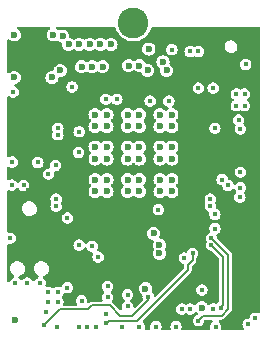
<source format=gbr>
%TF.GenerationSoftware,KiCad,Pcbnew,(7.0.0-rc2-153-g7d6218acb4)*%
%TF.CreationDate,2023-02-19T16:48:28+08:00*%
%TF.ProjectId,RAK3172-M.2-2230-Mod,52414b33-3137-4322-9d4d-2e322d323233,rev?*%
%TF.SameCoordinates,Original*%
%TF.FileFunction,Copper,L3,Inr*%
%TF.FilePolarity,Positive*%
%FSLAX46Y46*%
G04 Gerber Fmt 4.6, Leading zero omitted, Abs format (unit mm)*
G04 Created by KiCad (PCBNEW (7.0.0-rc2-153-g7d6218acb4)) date 2023-02-19 16:48:28*
%MOMM*%
%LPD*%
G01*
G04 APERTURE LIST*
%TA.AperFunction,ComponentPad*%
%ADD10C,2.600000*%
%TD*%
%TA.AperFunction,ViaPad*%
%ADD11C,0.450000*%
%TD*%
%TA.AperFunction,ViaPad*%
%ADD12C,0.600000*%
%TD*%
%TA.AperFunction,ViaPad*%
%ADD13C,0.685800*%
%TD*%
%TA.AperFunction,Conductor*%
%ADD14C,0.127000*%
%TD*%
G04 APERTURE END LIST*
D10*
%TO.N,GND*%
%TO.C,H301*%
X148950000Y-80975000D03*
%TD*%
D11*
%TO.N,GND*%
X155902670Y-106680949D03*
X138750000Y-86805000D03*
X138680000Y-92735000D03*
X138650000Y-94675000D03*
X138500000Y-99195000D03*
X155700000Y-86475000D03*
X154450000Y-86475000D03*
X151950000Y-87575000D03*
X150350000Y-87575000D03*
X143750000Y-86375000D03*
X141050000Y-102975000D03*
X138950000Y-102975000D03*
X139950000Y-102975000D03*
X151050000Y-96775000D03*
X143350000Y-97475000D03*
X144350000Y-99775000D03*
X145450000Y-99875000D03*
X154450000Y-83375000D03*
X153750000Y-83375000D03*
X155850000Y-89875000D03*
X157996159Y-89931828D03*
X157996159Y-93597655D03*
X158000459Y-94913483D03*
X153250000Y-100875000D03*
X155850000Y-98375000D03*
X155850000Y-97175000D03*
X146650000Y-105575000D03*
X159250000Y-105975000D03*
X158650000Y-106475000D03*
X152550000Y-106675000D03*
X150850000Y-106675000D03*
X149450000Y-106675000D03*
X147950000Y-106675000D03*
X142450000Y-106675000D03*
X144350000Y-106675000D03*
X145050000Y-106675000D03*
X145750000Y-106675000D03*
X145950000Y-100775000D03*
D12*
X138900000Y-106125000D03*
D11*
%TO.N,DFU_~{RST}*%
X141550000Y-105475000D03*
%TO.N,CTS*%
X154450000Y-106175000D03*
%TO.N,RTS*%
X156328379Y-105077016D03*
%TO.N,CTS*%
X155550000Y-99175000D03*
%TO.N,RTS*%
X155550000Y-99775000D03*
%TO.N,F1{slash}~{CS}*%
X157850000Y-89175000D03*
X156450000Y-94225000D03*
%TO.N,TX*%
X156950000Y-94725000D03*
X157950000Y-95725000D03*
%TO.N,3.3V*%
X144456114Y-88112627D03*
%TO.N,SPI_SDI*%
X158350000Y-86975000D03*
%TO.N,SPI_SDO*%
X157650000Y-86975000D03*
X157650000Y-87975000D03*
%TO.N,SPI_SDI*%
X158350000Y-87975000D03*
%TO.N,F1{slash}~{CS}*%
X153950000Y-100475000D03*
%TO.N,PWR_EN*%
X141350000Y-106575000D03*
%TO.N,F1{slash}~{CS}*%
X146650000Y-106375000D03*
%TO.N,DFU_FC_RX*%
X155450000Y-95875000D03*
%TO.N,DFU_FC_TX*%
X155450000Y-96475000D03*
%TO.N,I2C_SCL*%
X142400000Y-96475000D03*
%TO.N,I2C_SDA*%
X142400000Y-95875000D03*
%TO.N,GND*%
X142350000Y-93025000D03*
X141750000Y-93775000D03*
D12*
%TO.N,3.3V*%
X140100000Y-95225000D03*
D11*
%TO.N,GND*%
X144350000Y-90175000D03*
X144300000Y-91925000D03*
%TO.N,DFU_~{RST}*%
X139650000Y-94725000D03*
D13*
%TO.N,3.3V*%
X139350000Y-89125000D03*
X139350000Y-90775000D03*
D11*
%TO.N,Net-(D201-A)*%
X152200000Y-83225000D03*
%TO.N,/RAK3172/PB1*%
X140850000Y-92775000D03*
%TO.N,Net-(SW201-B)*%
X158450000Y-84475000D03*
%TO.N,/RAK3172/BOOT0*%
X147550000Y-87425000D03*
%TO.N,DFU_~{RST}*%
X146600000Y-87425000D03*
%TO.N,/RAK3172/VDDRF*%
X142550000Y-90475000D03*
%TO.N,/RAK3172/VDDPA*%
X142550000Y-89875000D03*
%TO.N,3.3V*%
X142526500Y-91075000D03*
X148050000Y-98375000D03*
X147450000Y-98375000D03*
X146350001Y-98475001D03*
X145650000Y-98375000D03*
D12*
%TO.N,GND*%
X138850000Y-85575000D03*
X142050000Y-85575000D03*
X142150000Y-81975000D03*
X138850000Y-81975000D03*
X142950000Y-82075000D03*
X142750000Y-84975000D03*
X143450000Y-82775000D03*
X144350000Y-82775000D03*
X145250000Y-82775000D03*
X146150000Y-82775000D03*
X147050000Y-82775000D03*
X150250000Y-83175000D03*
X151450000Y-84275000D03*
X151750000Y-84975000D03*
X144550000Y-84675000D03*
X145450000Y-84675000D03*
X146350000Y-84675000D03*
X148550000Y-84575000D03*
X149450000Y-84575000D03*
X150150000Y-84975000D03*
%TO.N,3.3V*%
X154050000Y-98775000D03*
%TO.N,GND*%
X151150000Y-100475000D03*
X151150000Y-99775000D03*
%TO.N,/RAK3172/VDDSMPS*%
X150650000Y-98775000D03*
D11*
%TO.N,/M.2 E-Key Connector/EEPROM_WP*%
X153050000Y-105175000D03*
%TO.N,3.3V*%
X155232578Y-101725000D03*
%TO.N,GND*%
X154750000Y-103575000D03*
%TO.N,I2C_SDA*%
X155700000Y-105175000D03*
%TO.N,I2C_SCL*%
X153750000Y-105175000D03*
D12*
%TO.N,GND*%
X154750000Y-105083466D03*
D11*
%TO.N,3.3V*%
X150050000Y-102475000D03*
X150050000Y-101875000D03*
X151450000Y-101575000D03*
X152150000Y-101575000D03*
X150750000Y-101575000D03*
%TO.N,+5V*%
X144550000Y-104475000D03*
%TO.N,Net-(U401-FB)*%
X146750000Y-103275000D03*
%TO.N,/Power Supply/3.3VPG*%
X146750000Y-104175000D03*
%TO.N,PWR_EN*%
X150190000Y-104125000D03*
D12*
%TO.N,GND*%
X149960746Y-103451906D03*
D11*
X148450652Y-104960000D03*
X148450000Y-103975000D03*
%TO.N,/M.2 E-Key Connector/V_{CC}Fused*%
X143350000Y-103375000D03*
X142550000Y-103775000D03*
X142550000Y-104575000D03*
X141750000Y-104575000D03*
X141750000Y-103775000D03*
D12*
%TO.N,GND*%
X145700000Y-95225000D03*
X149450000Y-89725000D03*
X149450000Y-91475000D03*
X151200000Y-91475000D03*
X148450000Y-91475000D03*
X152200000Y-91475000D03*
X152200000Y-88725000D03*
X151200000Y-94225000D03*
X148450000Y-88725000D03*
X148450000Y-92475000D03*
X146700000Y-92475000D03*
X149450000Y-94225000D03*
X145700000Y-88725000D03*
X152200000Y-95225000D03*
X145700000Y-91475000D03*
X148450000Y-94225000D03*
X152200000Y-94225000D03*
X149450000Y-92475000D03*
X151200000Y-89725000D03*
X149450000Y-95225000D03*
X151200000Y-95225000D03*
X145700000Y-94225000D03*
X149450000Y-88725000D03*
X151200000Y-88725000D03*
X146700000Y-94225000D03*
X152200000Y-92475000D03*
X145700000Y-89725000D03*
X148450000Y-95225000D03*
X146700000Y-89725000D03*
X146700000Y-95225000D03*
X151200000Y-92475000D03*
X152200000Y-89725000D03*
X148450000Y-89725000D03*
X145700000Y-92475000D03*
X146700000Y-88725000D03*
X146700000Y-91475000D03*
%TD*%
D14*
%TO.N,CTS*%
X154864270Y-105760730D02*
X154450000Y-106175000D01*
X156950000Y-100575000D02*
X156950000Y-105214361D01*
X156950000Y-105214361D02*
X156403631Y-105760730D01*
X155550000Y-99175000D02*
X156950000Y-100575000D01*
X156403631Y-105760730D02*
X154864270Y-105760730D01*
%TO.N,RTS*%
X156550000Y-104855395D02*
X156550000Y-100775000D01*
X156550000Y-100775000D02*
X155550000Y-99775000D01*
X156328379Y-105077016D02*
X156550000Y-104855395D01*
%TO.N,F1{slash}~{CS}*%
X146850000Y-106175000D02*
X146650000Y-106375000D01*
X149250000Y-106175000D02*
X146850000Y-106175000D01*
X153550000Y-101875000D02*
X149250000Y-106175000D01*
X153550000Y-101475000D02*
X153550000Y-101875000D01*
X153950000Y-100475000D02*
X153950000Y-101075000D01*
X153950000Y-101075000D02*
X153550000Y-101475000D01*
%TO.N,PWR_EN*%
X150190000Y-104435000D02*
X150190000Y-104125000D01*
X148850000Y-105775000D02*
X150190000Y-104435000D01*
X147850000Y-105775000D02*
X148850000Y-105775000D01*
X145100000Y-105225000D02*
X145450000Y-104875000D01*
X145450000Y-104875000D02*
X146950000Y-104875000D01*
X141350000Y-106575000D02*
X142700000Y-105225000D01*
X142700000Y-105225000D02*
X145100000Y-105225000D01*
X146950000Y-104875000D02*
X147850000Y-105775000D01*
%TD*%
%TA.AperFunction,Conductor*%
%TO.N,3.3V*%
G36*
X141839678Y-81290769D02*
G01*
X141885229Y-81332876D01*
X141905168Y-81391614D01*
X141894663Y-81452749D01*
X141856260Y-81501463D01*
X141761071Y-81574503D01*
X141761067Y-81574506D01*
X141754526Y-81579526D01*
X141749506Y-81586067D01*
X141749503Y-81586071D01*
X141670671Y-81688807D01*
X141670668Y-81688810D01*
X141665645Y-81695358D01*
X141662486Y-81702983D01*
X141662485Y-81702986D01*
X141612930Y-81822619D01*
X141612927Y-81822627D01*
X141609772Y-81830246D01*
X141590715Y-81975000D01*
X141591793Y-81983188D01*
X141608693Y-82111565D01*
X141608694Y-82111571D01*
X141609772Y-82119754D01*
X141612931Y-82127382D01*
X141612932Y-82127383D01*
X141662484Y-82247013D01*
X141662485Y-82247016D01*
X141665645Y-82254643D01*
X141670671Y-82261194D01*
X141670673Y-82261196D01*
X141748413Y-82362508D01*
X141754526Y-82370474D01*
X141761076Y-82375500D01*
X141856300Y-82448569D01*
X141870357Y-82459355D01*
X142005246Y-82515228D01*
X142013433Y-82516305D01*
X142013434Y-82516306D01*
X142041926Y-82520057D01*
X142150000Y-82534285D01*
X142294754Y-82515228D01*
X142429643Y-82459355D01*
X142430128Y-82460527D01*
X142465341Y-82448569D01*
X142514405Y-82451781D01*
X142558504Y-82473527D01*
X142637208Y-82533919D01*
X142670357Y-82559355D01*
X142805246Y-82615228D01*
X142805416Y-82615250D01*
X142854038Y-82641922D01*
X142887317Y-82691724D01*
X142893839Y-82751266D01*
X142891793Y-82766809D01*
X142890715Y-82775000D01*
X142891793Y-82783188D01*
X142908693Y-82911565D01*
X142908694Y-82911571D01*
X142909772Y-82919754D01*
X142912931Y-82927382D01*
X142912932Y-82927383D01*
X142962484Y-83047013D01*
X142962485Y-83047016D01*
X142965645Y-83054643D01*
X142970671Y-83061194D01*
X142970673Y-83061196D01*
X143049499Y-83163923D01*
X143054526Y-83170474D01*
X143061076Y-83175500D01*
X143143204Y-83238520D01*
X143170357Y-83259355D01*
X143305246Y-83315228D01*
X143450000Y-83334285D01*
X143594754Y-83315228D01*
X143729643Y-83259355D01*
X143823300Y-83187488D01*
X143872728Y-83164440D01*
X143927272Y-83164440D01*
X143976699Y-83187488D01*
X144070357Y-83259355D01*
X144205246Y-83315228D01*
X144350000Y-83334285D01*
X144494754Y-83315228D01*
X144629643Y-83259355D01*
X144723300Y-83187488D01*
X144772728Y-83164440D01*
X144827272Y-83164440D01*
X144876699Y-83187488D01*
X144970357Y-83259355D01*
X145105246Y-83315228D01*
X145250000Y-83334285D01*
X145394754Y-83315228D01*
X145529643Y-83259355D01*
X145623300Y-83187488D01*
X145672728Y-83164440D01*
X145727272Y-83164440D01*
X145776699Y-83187488D01*
X145870357Y-83259355D01*
X146005246Y-83315228D01*
X146150000Y-83334285D01*
X146294754Y-83315228D01*
X146429643Y-83259355D01*
X146523300Y-83187488D01*
X146572728Y-83164440D01*
X146627272Y-83164440D01*
X146676699Y-83187488D01*
X146770357Y-83259355D01*
X146905246Y-83315228D01*
X147050000Y-83334285D01*
X147194754Y-83315228D01*
X147329643Y-83259355D01*
X147439576Y-83175000D01*
X149690715Y-83175000D01*
X149691793Y-83183188D01*
X149708693Y-83311565D01*
X149708694Y-83311571D01*
X149709772Y-83319754D01*
X149712931Y-83327382D01*
X149712932Y-83327383D01*
X149762484Y-83447013D01*
X149762485Y-83447016D01*
X149765645Y-83454643D01*
X149770671Y-83461194D01*
X149770673Y-83461196D01*
X149800582Y-83500174D01*
X149854526Y-83570474D01*
X149970357Y-83659355D01*
X150105246Y-83715228D01*
X150250000Y-83734285D01*
X150394754Y-83715228D01*
X150529643Y-83659355D01*
X150645474Y-83570474D01*
X150734355Y-83454643D01*
X150790228Y-83319754D01*
X150802702Y-83225000D01*
X151715569Y-83225000D01*
X151735192Y-83361480D01*
X151738934Y-83369674D01*
X151738935Y-83369677D01*
X151766458Y-83429943D01*
X151792471Y-83486903D01*
X151882765Y-83591109D01*
X151890345Y-83595980D01*
X151890347Y-83595982D01*
X151991175Y-83660780D01*
X151991177Y-83660781D01*
X151998760Y-83665654D01*
X152131058Y-83704500D01*
X152259933Y-83704500D01*
X152268942Y-83704500D01*
X152401240Y-83665654D01*
X152517235Y-83591109D01*
X152607529Y-83486903D01*
X152658634Y-83375000D01*
X153265569Y-83375000D01*
X153285192Y-83511480D01*
X153288934Y-83519674D01*
X153288935Y-83519677D01*
X153314429Y-83575500D01*
X153342471Y-83636903D01*
X153432765Y-83741109D01*
X153440348Y-83745982D01*
X153440349Y-83745983D01*
X153541175Y-83810780D01*
X153541177Y-83810781D01*
X153548760Y-83815654D01*
X153681058Y-83854500D01*
X153809933Y-83854500D01*
X153818942Y-83854500D01*
X153951240Y-83815654D01*
X154031881Y-83763829D01*
X154100000Y-83743828D01*
X154168118Y-83763829D01*
X154248760Y-83815654D01*
X154381058Y-83854500D01*
X154509933Y-83854500D01*
X154518942Y-83854500D01*
X154651240Y-83815654D01*
X154767235Y-83741109D01*
X154857529Y-83636903D01*
X154914808Y-83511480D01*
X154934431Y-83375000D01*
X154914808Y-83238520D01*
X154857529Y-83113097D01*
X154769354Y-83011336D01*
X156668782Y-83011336D01*
X156670533Y-83019765D01*
X156670534Y-83019769D01*
X156696531Y-83144873D01*
X156696532Y-83144878D01*
X156698285Y-83153310D01*
X156715996Y-83187491D01*
X156750628Y-83254329D01*
X156764997Y-83282059D01*
X156770877Y-83288355D01*
X156770878Y-83288356D01*
X156846827Y-83369677D01*
X156863972Y-83388034D01*
X156987868Y-83463377D01*
X157127497Y-83502500D01*
X157231775Y-83502500D01*
X157236080Y-83502500D01*
X157343656Y-83487714D01*
X157476657Y-83429943D01*
X157589140Y-83338432D01*
X157672762Y-83219966D01*
X157721322Y-83083332D01*
X157731218Y-82938664D01*
X157701715Y-82796690D01*
X157635003Y-82667941D01*
X157536028Y-82561966D01*
X157528667Y-82557489D01*
X157528665Y-82557488D01*
X157419498Y-82491102D01*
X157419495Y-82491101D01*
X157412132Y-82486623D01*
X157354497Y-82470474D01*
X157280803Y-82449825D01*
X157280798Y-82449824D01*
X157272503Y-82447500D01*
X157163920Y-82447500D01*
X157159662Y-82448085D01*
X157159651Y-82448086D01*
X157064889Y-82461111D01*
X157064885Y-82461112D01*
X157056344Y-82462286D01*
X157048436Y-82465720D01*
X157048432Y-82465722D01*
X156931250Y-82516622D01*
X156931247Y-82516623D01*
X156923343Y-82520057D01*
X156916659Y-82525494D01*
X156916657Y-82525496D01*
X156817541Y-82606131D01*
X156817534Y-82606137D01*
X156810860Y-82611568D01*
X156805895Y-82618601D01*
X156805890Y-82618607D01*
X156732207Y-82722993D01*
X156732204Y-82722998D01*
X156727238Y-82730034D01*
X156724353Y-82738149D01*
X156724353Y-82738151D01*
X156681564Y-82858546D01*
X156681563Y-82858549D01*
X156678678Y-82866668D01*
X156678090Y-82875262D01*
X156678089Y-82875268D01*
X156671521Y-82971294D01*
X156668782Y-83011336D01*
X154769354Y-83011336D01*
X154767235Y-83008891D01*
X154759651Y-83004017D01*
X154759650Y-83004016D01*
X154658824Y-82939219D01*
X154658819Y-82939216D01*
X154651240Y-82934346D01*
X154637222Y-82930230D01*
X154527586Y-82898038D01*
X154527585Y-82898037D01*
X154518942Y-82895500D01*
X154381058Y-82895500D01*
X154372415Y-82898037D01*
X154372413Y-82898038D01*
X154257409Y-82931806D01*
X154257406Y-82931807D01*
X154248760Y-82934346D01*
X154241181Y-82939216D01*
X154241180Y-82939217D01*
X154168120Y-82986170D01*
X154100000Y-83006171D01*
X154031880Y-82986170D01*
X153951240Y-82934346D01*
X153937222Y-82930230D01*
X153827586Y-82898038D01*
X153827585Y-82898037D01*
X153818942Y-82895500D01*
X153681058Y-82895500D01*
X153672415Y-82898037D01*
X153672413Y-82898038D01*
X153557409Y-82931806D01*
X153557406Y-82931807D01*
X153548760Y-82934346D01*
X153541183Y-82939215D01*
X153541175Y-82939219D01*
X153440349Y-83004016D01*
X153440344Y-83004020D01*
X153432765Y-83008891D01*
X153426863Y-83015701D01*
X153426862Y-83015703D01*
X153348372Y-83106286D01*
X153348369Y-83106289D01*
X153342471Y-83113097D01*
X153338728Y-83121291D01*
X153338727Y-83121294D01*
X153288935Y-83230322D01*
X153288933Y-83230327D01*
X153285192Y-83238520D01*
X153265569Y-83375000D01*
X152658634Y-83375000D01*
X152664808Y-83361480D01*
X152684431Y-83225000D01*
X152664808Y-83088520D01*
X152607529Y-82963097D01*
X152517235Y-82858891D01*
X152509651Y-82854017D01*
X152509650Y-82854016D01*
X152408824Y-82789219D01*
X152408819Y-82789216D01*
X152401240Y-82784346D01*
X152369410Y-82775000D01*
X152277586Y-82748038D01*
X152277585Y-82748037D01*
X152268942Y-82745500D01*
X152131058Y-82745500D01*
X152122415Y-82748037D01*
X152122413Y-82748038D01*
X152007409Y-82781806D01*
X152007406Y-82781807D01*
X151998760Y-82784346D01*
X151991183Y-82789215D01*
X151991175Y-82789219D01*
X151890349Y-82854016D01*
X151890344Y-82854020D01*
X151882765Y-82858891D01*
X151876863Y-82865701D01*
X151876862Y-82865703D01*
X151798372Y-82956286D01*
X151798369Y-82956289D01*
X151792471Y-82963097D01*
X151788728Y-82971291D01*
X151788727Y-82971294D01*
X151738935Y-83080322D01*
X151738933Y-83080327D01*
X151735192Y-83088520D01*
X151733909Y-83097440D01*
X151733909Y-83097442D01*
X151724777Y-83160960D01*
X151715569Y-83225000D01*
X150802702Y-83225000D01*
X150809285Y-83175000D01*
X150790228Y-83030246D01*
X150781382Y-83008891D01*
X150765809Y-82971294D01*
X150734355Y-82895358D01*
X150645474Y-82779526D01*
X150591554Y-82738151D01*
X150536196Y-82695673D01*
X150536194Y-82695671D01*
X150529643Y-82690645D01*
X150522016Y-82687485D01*
X150522013Y-82687484D01*
X150402383Y-82637932D01*
X150402382Y-82637931D01*
X150394754Y-82634772D01*
X150386571Y-82633694D01*
X150386565Y-82633693D01*
X150258188Y-82616793D01*
X150250000Y-82615715D01*
X150241812Y-82616793D01*
X150113431Y-82633694D01*
X150113427Y-82633694D01*
X150105246Y-82634772D01*
X150097627Y-82637927D01*
X150097619Y-82637930D01*
X149977986Y-82687485D01*
X149977983Y-82687486D01*
X149970358Y-82690645D01*
X149963810Y-82695668D01*
X149963807Y-82695671D01*
X149861071Y-82774503D01*
X149861067Y-82774506D01*
X149854526Y-82779526D01*
X149849506Y-82786067D01*
X149849503Y-82786071D01*
X149770671Y-82888807D01*
X149770668Y-82888810D01*
X149765645Y-82895358D01*
X149762486Y-82902983D01*
X149762485Y-82902986D01*
X149712930Y-83022619D01*
X149712927Y-83022627D01*
X149709772Y-83030246D01*
X149708694Y-83038427D01*
X149708694Y-83038431D01*
X149697785Y-83121294D01*
X149690715Y-83175000D01*
X147439576Y-83175000D01*
X147445474Y-83170474D01*
X147534355Y-83054643D01*
X147590228Y-82919754D01*
X147609285Y-82775000D01*
X147590228Y-82630246D01*
X147534355Y-82495358D01*
X147445474Y-82379526D01*
X147329643Y-82290645D01*
X147322016Y-82287485D01*
X147322013Y-82287484D01*
X147202383Y-82237932D01*
X147202382Y-82237931D01*
X147194754Y-82234772D01*
X147186571Y-82233694D01*
X147186565Y-82233693D01*
X147058188Y-82216793D01*
X147050000Y-82215715D01*
X147041812Y-82216793D01*
X146913431Y-82233694D01*
X146913427Y-82233694D01*
X146905246Y-82234772D01*
X146897627Y-82237927D01*
X146897619Y-82237930D01*
X146777986Y-82287485D01*
X146777983Y-82287486D01*
X146770358Y-82290645D01*
X146763810Y-82295669D01*
X146763802Y-82295674D01*
X146676702Y-82362508D01*
X146627270Y-82385558D01*
X146572727Y-82385558D01*
X146523295Y-82362507D01*
X146436196Y-82295673D01*
X146436194Y-82295671D01*
X146429643Y-82290645D01*
X146422016Y-82287485D01*
X146422013Y-82287484D01*
X146302383Y-82237932D01*
X146302382Y-82237931D01*
X146294754Y-82234772D01*
X146286571Y-82233694D01*
X146286565Y-82233693D01*
X146158188Y-82216793D01*
X146150000Y-82215715D01*
X146141812Y-82216793D01*
X146013431Y-82233694D01*
X146013427Y-82233694D01*
X146005246Y-82234772D01*
X145997627Y-82237927D01*
X145997619Y-82237930D01*
X145877986Y-82287485D01*
X145877983Y-82287486D01*
X145870358Y-82290645D01*
X145863810Y-82295669D01*
X145863802Y-82295674D01*
X145776702Y-82362508D01*
X145727270Y-82385558D01*
X145672727Y-82385558D01*
X145623295Y-82362507D01*
X145536196Y-82295673D01*
X145536194Y-82295671D01*
X145529643Y-82290645D01*
X145522016Y-82287485D01*
X145522013Y-82287484D01*
X145402383Y-82237932D01*
X145402382Y-82237931D01*
X145394754Y-82234772D01*
X145386571Y-82233694D01*
X145386565Y-82233693D01*
X145258188Y-82216793D01*
X145250000Y-82215715D01*
X145241812Y-82216793D01*
X145113431Y-82233694D01*
X145113427Y-82233694D01*
X145105246Y-82234772D01*
X145097627Y-82237927D01*
X145097619Y-82237930D01*
X144977986Y-82287485D01*
X144977983Y-82287486D01*
X144970358Y-82290645D01*
X144963810Y-82295669D01*
X144963802Y-82295674D01*
X144876702Y-82362508D01*
X144827270Y-82385558D01*
X144772727Y-82385558D01*
X144723295Y-82362507D01*
X144636196Y-82295673D01*
X144636194Y-82295671D01*
X144629643Y-82290645D01*
X144622016Y-82287485D01*
X144622013Y-82287484D01*
X144502383Y-82237932D01*
X144502382Y-82237931D01*
X144494754Y-82234772D01*
X144486571Y-82233694D01*
X144486565Y-82233693D01*
X144358188Y-82216793D01*
X144350000Y-82215715D01*
X144341812Y-82216793D01*
X144213431Y-82233694D01*
X144213427Y-82233694D01*
X144205246Y-82234772D01*
X144197627Y-82237927D01*
X144197619Y-82237930D01*
X144077986Y-82287485D01*
X144077983Y-82287486D01*
X144070358Y-82290645D01*
X144063810Y-82295669D01*
X144063802Y-82295674D01*
X143976702Y-82362508D01*
X143927270Y-82385558D01*
X143872727Y-82385558D01*
X143823295Y-82362507D01*
X143736196Y-82295673D01*
X143736194Y-82295671D01*
X143729643Y-82290645D01*
X143722016Y-82287485D01*
X143722013Y-82287484D01*
X143602379Y-82237930D01*
X143602376Y-82237929D01*
X143594754Y-82234772D01*
X143594580Y-82234749D01*
X143545956Y-82208073D01*
X143512680Y-82158269D01*
X143506160Y-82098732D01*
X143509285Y-82075000D01*
X143490228Y-81930246D01*
X143434355Y-81795358D01*
X143345474Y-81679526D01*
X143302875Y-81646838D01*
X143236196Y-81595673D01*
X143236194Y-81595671D01*
X143229643Y-81590645D01*
X143222016Y-81587485D01*
X143222013Y-81587484D01*
X143102383Y-81537932D01*
X143102382Y-81537931D01*
X143094754Y-81534772D01*
X143086571Y-81533694D01*
X143086565Y-81533693D01*
X143031329Y-81526422D01*
X142973270Y-81503112D01*
X142950000Y-81474757D01*
X142926730Y-81503112D01*
X142868671Y-81526422D01*
X142813431Y-81533694D01*
X142813427Y-81533694D01*
X142805246Y-81534772D01*
X142797627Y-81537927D01*
X142797619Y-81537930D01*
X142670358Y-81590645D01*
X142669873Y-81589475D01*
X142634633Y-81601434D01*
X142585582Y-81598215D01*
X142541495Y-81576473D01*
X142538920Y-81574497D01*
X142443738Y-81501460D01*
X142405337Y-81452749D01*
X142394832Y-81391614D01*
X142414771Y-81332875D01*
X142460322Y-81290769D01*
X142520444Y-81275500D01*
X142852225Y-81275500D01*
X142912830Y-81291032D01*
X142950000Y-81325846D01*
X142987170Y-81291032D01*
X143047775Y-81275500D01*
X147324141Y-81275500D01*
X147378385Y-81287774D01*
X147422061Y-81322205D01*
X147446659Y-81372085D01*
X147465852Y-81452030D01*
X147465857Y-81452045D01*
X147467011Y-81456852D01*
X147468904Y-81461422D01*
X147468905Y-81461425D01*
X147498839Y-81533693D01*
X147560647Y-81682911D01*
X147688494Y-81891538D01*
X147847403Y-82077597D01*
X148033462Y-82236506D01*
X148242089Y-82364353D01*
X148468148Y-82457989D01*
X148706071Y-82515109D01*
X148950000Y-82534307D01*
X149193929Y-82515109D01*
X149431852Y-82457989D01*
X149657911Y-82364353D01*
X149866538Y-82236506D01*
X150052597Y-82077597D01*
X150211506Y-81891538D01*
X150339353Y-81682911D01*
X150432989Y-81456852D01*
X150438290Y-81434772D01*
X150453341Y-81372085D01*
X150477939Y-81322205D01*
X150521615Y-81287774D01*
X150575859Y-81275500D01*
X159523500Y-81275500D01*
X159586500Y-81292381D01*
X159632619Y-81338500D01*
X159649500Y-81401500D01*
X159649500Y-105431009D01*
X159631861Y-105495305D01*
X159583882Y-105541599D01*
X159518997Y-105556928D01*
X159467942Y-105540938D01*
X159467018Y-105542962D01*
X159458823Y-105539219D01*
X159451240Y-105534346D01*
X159408641Y-105521838D01*
X159327586Y-105498038D01*
X159327585Y-105498037D01*
X159318942Y-105495500D01*
X159181058Y-105495500D01*
X159172415Y-105498037D01*
X159172413Y-105498038D01*
X159057409Y-105531806D01*
X159057406Y-105531807D01*
X159048760Y-105534346D01*
X159041183Y-105539215D01*
X159041175Y-105539219D01*
X158940349Y-105604016D01*
X158940344Y-105604020D01*
X158932765Y-105608891D01*
X158926863Y-105615701D01*
X158926862Y-105615703D01*
X158848372Y-105706286D01*
X158848369Y-105706289D01*
X158842471Y-105713097D01*
X158838728Y-105721291D01*
X158838727Y-105721294D01*
X158788935Y-105830322D01*
X158788933Y-105830327D01*
X158785192Y-105838520D01*
X158783909Y-105847440D01*
X158783909Y-105847442D01*
X158778159Y-105887433D01*
X158756078Y-105942588D01*
X158711178Y-105981493D01*
X158653442Y-105995500D01*
X158581058Y-105995500D01*
X158572415Y-105998037D01*
X158572413Y-105998038D01*
X158457409Y-106031806D01*
X158457406Y-106031807D01*
X158448760Y-106034346D01*
X158441183Y-106039215D01*
X158441175Y-106039219D01*
X158340349Y-106104016D01*
X158340344Y-106104020D01*
X158332765Y-106108891D01*
X158326863Y-106115701D01*
X158326862Y-106115703D01*
X158248372Y-106206286D01*
X158248369Y-106206289D01*
X158242471Y-106213097D01*
X158238728Y-106221291D01*
X158238727Y-106221294D01*
X158188935Y-106330322D01*
X158188933Y-106330327D01*
X158185192Y-106338520D01*
X158165569Y-106475000D01*
X158185192Y-106611480D01*
X158188934Y-106619674D01*
X158188935Y-106619677D01*
X158228021Y-106705263D01*
X158242471Y-106736903D01*
X158248374Y-106743715D01*
X158248375Y-106743717D01*
X158268106Y-106766489D01*
X158297599Y-106831069D01*
X158287494Y-106901343D01*
X158241001Y-106954998D01*
X158172881Y-106975000D01*
X156488191Y-106975000D01*
X156431793Y-106961673D01*
X156387325Y-106924512D01*
X156364194Y-106871377D01*
X156367030Y-106818408D01*
X156367478Y-106817429D01*
X156387101Y-106680949D01*
X156367478Y-106544469D01*
X156310199Y-106419046D01*
X156219905Y-106314840D01*
X156212320Y-106309965D01*
X156205514Y-106304068D01*
X156206426Y-106303015D01*
X156170187Y-106263528D01*
X156155678Y-106201130D01*
X156173728Y-106139663D01*
X156219669Y-106095016D01*
X156281627Y-106078730D01*
X156384239Y-106078730D01*
X156395220Y-106079208D01*
X156431774Y-106082407D01*
X156467220Y-106072908D01*
X156477920Y-106070535D01*
X156514071Y-106064162D01*
X156523627Y-106058644D01*
X156526584Y-106057568D01*
X156529435Y-106056238D01*
X156540097Y-106053382D01*
X156570152Y-106032336D01*
X156579423Y-106026431D01*
X156601642Y-106013603D01*
X156601641Y-106013603D01*
X156611191Y-106008090D01*
X156619626Y-105998038D01*
X156634773Y-105979985D01*
X156642190Y-105971889D01*
X157161153Y-105452925D01*
X157169249Y-105445508D01*
X157197360Y-105421921D01*
X157215719Y-105390119D01*
X157221598Y-105380892D01*
X157242651Y-105350827D01*
X157245505Y-105340170D01*
X157246837Y-105337316D01*
X157247913Y-105334358D01*
X157253432Y-105324801D01*
X157259802Y-105288671D01*
X157262182Y-105277936D01*
X157267337Y-105258698D01*
X157271677Y-105242504D01*
X157268478Y-105205950D01*
X157268000Y-105194969D01*
X157268000Y-100594392D01*
X157268479Y-100583410D01*
X157271677Y-100546857D01*
X157262175Y-100511401D01*
X157259801Y-100500685D01*
X157255346Y-100475418D01*
X157253432Y-100464560D01*
X157247919Y-100455011D01*
X157246836Y-100452035D01*
X157245504Y-100449179D01*
X157242652Y-100438534D01*
X157221610Y-100408482D01*
X157215705Y-100399214D01*
X157213561Y-100395500D01*
X157197360Y-100367440D01*
X157188917Y-100360355D01*
X157188916Y-100360354D01*
X157169247Y-100343850D01*
X157161144Y-100336424D01*
X156069913Y-99245193D01*
X156046336Y-99212498D01*
X156034292Y-99174037D01*
X156014808Y-99038520D01*
X155988688Y-98981326D01*
X155977873Y-98917008D01*
X156000666Y-98855897D01*
X156048395Y-98816489D01*
X156051240Y-98815654D01*
X156167235Y-98741109D01*
X156257529Y-98636903D01*
X156314808Y-98511480D01*
X156334431Y-98375000D01*
X156314808Y-98238520D01*
X156257529Y-98113097D01*
X156167235Y-98008891D01*
X156159651Y-98004017D01*
X156159650Y-98004016D01*
X156058824Y-97939219D01*
X156058819Y-97939216D01*
X156051240Y-97934346D01*
X155920289Y-97895895D01*
X155865430Y-97862814D01*
X155849999Y-97835490D01*
X155834570Y-97862814D01*
X155779709Y-97895896D01*
X155657409Y-97931806D01*
X155657406Y-97931807D01*
X155648760Y-97934346D01*
X155641183Y-97939215D01*
X155641175Y-97939219D01*
X155540349Y-98004016D01*
X155540344Y-98004020D01*
X155532765Y-98008891D01*
X155526863Y-98015701D01*
X155526862Y-98015703D01*
X155448372Y-98106286D01*
X155448369Y-98106289D01*
X155442471Y-98113097D01*
X155438728Y-98121291D01*
X155438727Y-98121294D01*
X155388935Y-98230322D01*
X155388933Y-98230327D01*
X155385192Y-98238520D01*
X155383909Y-98247440D01*
X155383909Y-98247442D01*
X155370632Y-98339785D01*
X155365569Y-98375000D01*
X155385192Y-98511480D01*
X155388933Y-98519673D01*
X155388936Y-98519681D01*
X155411310Y-98568671D01*
X155422127Y-98632989D01*
X155399336Y-98694097D01*
X155351605Y-98733510D01*
X155348760Y-98734346D01*
X155341181Y-98739216D01*
X155341180Y-98739217D01*
X155240349Y-98804016D01*
X155240344Y-98804020D01*
X155232765Y-98808891D01*
X155226863Y-98815701D01*
X155226862Y-98815703D01*
X155148372Y-98906286D01*
X155148369Y-98906289D01*
X155142471Y-98913097D01*
X155138728Y-98921291D01*
X155138727Y-98921294D01*
X155088935Y-99030322D01*
X155088933Y-99030327D01*
X155085192Y-99038520D01*
X155083910Y-99047437D01*
X155083909Y-99047442D01*
X155074888Y-99110183D01*
X155065569Y-99175000D01*
X155066852Y-99183923D01*
X155077697Y-99259355D01*
X155085192Y-99311480D01*
X155088933Y-99319672D01*
X155088935Y-99319678D01*
X155135965Y-99422658D01*
X155147351Y-99475000D01*
X155135965Y-99527342D01*
X155088935Y-99630321D01*
X155088932Y-99630329D01*
X155085192Y-99638520D01*
X155083909Y-99647440D01*
X155083909Y-99647442D01*
X155071993Y-99730322D01*
X155065569Y-99775000D01*
X155085192Y-99911480D01*
X155088934Y-99919674D01*
X155088935Y-99919677D01*
X155130861Y-100011480D01*
X155142471Y-100036903D01*
X155232765Y-100141109D01*
X155240348Y-100145982D01*
X155240349Y-100145983D01*
X155341175Y-100210780D01*
X155341177Y-100210781D01*
X155348760Y-100215654D01*
X155481058Y-100254500D01*
X155527590Y-100254500D01*
X155575808Y-100264091D01*
X155616685Y-100291405D01*
X156195095Y-100869815D01*
X156222409Y-100910692D01*
X156232000Y-100958910D01*
X156232000Y-104511250D01*
X156220613Y-104563593D01*
X156188512Y-104606475D01*
X156141500Y-104632145D01*
X156127139Y-104636362D01*
X156119562Y-104641231D01*
X156119554Y-104641235D01*
X156018719Y-104706038D01*
X156018715Y-104706041D01*
X156013201Y-104709584D01*
X156013193Y-104709589D01*
X156011144Y-104710907D01*
X156011002Y-104710686D01*
X155960847Y-104735788D01*
X155898572Y-104733562D01*
X155777586Y-104698038D01*
X155777585Y-104698037D01*
X155768942Y-104695500D01*
X155631058Y-104695500D01*
X155622415Y-104698037D01*
X155622413Y-104698038D01*
X155507409Y-104731806D01*
X155507406Y-104731807D01*
X155498760Y-104734346D01*
X155491181Y-104739216D01*
X155491180Y-104739217D01*
X155383490Y-104808425D01*
X155324857Y-104828068D01*
X155263938Y-104817451D01*
X155215408Y-104779130D01*
X155150505Y-104694547D01*
X155150499Y-104694541D01*
X155145474Y-104687992D01*
X155077831Y-104636087D01*
X155036196Y-104604139D01*
X155036194Y-104604137D01*
X155029643Y-104599111D01*
X155022016Y-104595951D01*
X155022013Y-104595950D01*
X154902383Y-104546398D01*
X154902382Y-104546397D01*
X154894754Y-104543238D01*
X154886571Y-104542160D01*
X154886565Y-104542159D01*
X154758188Y-104525259D01*
X154750000Y-104524181D01*
X154741812Y-104525259D01*
X154613431Y-104542160D01*
X154613427Y-104542160D01*
X154605246Y-104543238D01*
X154597627Y-104546393D01*
X154597619Y-104546396D01*
X154477986Y-104595951D01*
X154477983Y-104595952D01*
X154470358Y-104599111D01*
X154463810Y-104604134D01*
X154463807Y-104604137D01*
X154361071Y-104682969D01*
X154361067Y-104682972D01*
X154354526Y-104687992D01*
X154349506Y-104694533D01*
X154349503Y-104694537D01*
X154265645Y-104803824D01*
X154263779Y-104802392D01*
X154232744Y-104834921D01*
X154176609Y-104854337D01*
X154117817Y-104845879D01*
X154081390Y-104819941D01*
X154079949Y-104821605D01*
X154073137Y-104815702D01*
X154067235Y-104808891D01*
X154059651Y-104804017D01*
X154059650Y-104804016D01*
X153958824Y-104739219D01*
X153958819Y-104739216D01*
X153951240Y-104734346D01*
X153901295Y-104719681D01*
X153827586Y-104698038D01*
X153827585Y-104698037D01*
X153818942Y-104695500D01*
X153681058Y-104695500D01*
X153672415Y-104698037D01*
X153672413Y-104698038D01*
X153557409Y-104731806D01*
X153557406Y-104731807D01*
X153548760Y-104734346D01*
X153541181Y-104739217D01*
X153541177Y-104739219D01*
X153468118Y-104786170D01*
X153399998Y-104806171D01*
X153331879Y-104786169D01*
X153258824Y-104739219D01*
X153258819Y-104739216D01*
X153251240Y-104734346D01*
X153201295Y-104719681D01*
X153127586Y-104698038D01*
X153127585Y-104698037D01*
X153118942Y-104695500D01*
X152981058Y-104695500D01*
X152972415Y-104698037D01*
X152972413Y-104698038D01*
X152857409Y-104731806D01*
X152857406Y-104731807D01*
X152848760Y-104734346D01*
X152841183Y-104739215D01*
X152841175Y-104739219D01*
X152740349Y-104804016D01*
X152740344Y-104804020D01*
X152732765Y-104808891D01*
X152726863Y-104815701D01*
X152726862Y-104815703D01*
X152648372Y-104906286D01*
X152648369Y-104906289D01*
X152642471Y-104913097D01*
X152638728Y-104921291D01*
X152638727Y-104921294D01*
X152588935Y-105030322D01*
X152588933Y-105030327D01*
X152585192Y-105038520D01*
X152583909Y-105047440D01*
X152583909Y-105047442D01*
X152575775Y-105104019D01*
X152565569Y-105175000D01*
X152585192Y-105311480D01*
X152588934Y-105319674D01*
X152588935Y-105319677D01*
X152635629Y-105421921D01*
X152642471Y-105436903D01*
X152732765Y-105541109D01*
X152740348Y-105545982D01*
X152740349Y-105545983D01*
X152841175Y-105610780D01*
X152841177Y-105610781D01*
X152848760Y-105615654D01*
X152981058Y-105654500D01*
X153109933Y-105654500D01*
X153118942Y-105654500D01*
X153251240Y-105615654D01*
X153331881Y-105563829D01*
X153400000Y-105543828D01*
X153468118Y-105563829D01*
X153548760Y-105615654D01*
X153681058Y-105654500D01*
X153809933Y-105654500D01*
X153818942Y-105654500D01*
X153951240Y-105615654D01*
X154067235Y-105541109D01*
X154143746Y-105452808D01*
X154188337Y-105419943D01*
X154242717Y-105409378D01*
X154296372Y-105423157D01*
X154338930Y-105458615D01*
X154354526Y-105478940D01*
X154361076Y-105483966D01*
X154369221Y-105490216D01*
X154410175Y-105545094D01*
X154416380Y-105613287D01*
X154386003Y-105674655D01*
X154328016Y-105711074D01*
X154257408Y-105731806D01*
X154257403Y-105731808D01*
X154248760Y-105734346D01*
X154241183Y-105739215D01*
X154241175Y-105739219D01*
X154140349Y-105804016D01*
X154140344Y-105804020D01*
X154132765Y-105808891D01*
X154126863Y-105815701D01*
X154126862Y-105815703D01*
X154048372Y-105906286D01*
X154048369Y-105906289D01*
X154042471Y-105913097D01*
X154038728Y-105921291D01*
X154038727Y-105921294D01*
X153988935Y-106030322D01*
X153988933Y-106030327D01*
X153985192Y-106038520D01*
X153965569Y-106175000D01*
X153985192Y-106311480D01*
X153988934Y-106319674D01*
X153988935Y-106319677D01*
X154038059Y-106427243D01*
X154042471Y-106436903D01*
X154132765Y-106541109D01*
X154140348Y-106545982D01*
X154140349Y-106545983D01*
X154241175Y-106610780D01*
X154241177Y-106610781D01*
X154248760Y-106615654D01*
X154381058Y-106654500D01*
X154509933Y-106654500D01*
X154518942Y-106654500D01*
X154651240Y-106615654D01*
X154767235Y-106541109D01*
X154857529Y-106436903D01*
X154914808Y-106311480D01*
X154932735Y-106186798D01*
X154954816Y-106131643D01*
X154999716Y-106092737D01*
X155057452Y-106078730D01*
X155523713Y-106078730D01*
X155585671Y-106095016D01*
X155631612Y-106139663D01*
X155649662Y-106201130D01*
X155635153Y-106263528D01*
X155598913Y-106303015D01*
X155599826Y-106304068D01*
X155593018Y-106309966D01*
X155585435Y-106314840D01*
X155579533Y-106321650D01*
X155579532Y-106321652D01*
X155501042Y-106412235D01*
X155501039Y-106412238D01*
X155495141Y-106419046D01*
X155491398Y-106427240D01*
X155491397Y-106427243D01*
X155441605Y-106536271D01*
X155441603Y-106536276D01*
X155437862Y-106544469D01*
X155418239Y-106680949D01*
X155419522Y-106689872D01*
X155435913Y-106803880D01*
X155437862Y-106817429D01*
X155438309Y-106818408D01*
X155441146Y-106871377D01*
X155418015Y-106924512D01*
X155373547Y-106961673D01*
X155317149Y-106975000D01*
X153133774Y-106975000D01*
X153077375Y-106961673D01*
X153032907Y-106924510D01*
X153009776Y-106871374D01*
X153012743Y-106816001D01*
X153014808Y-106811480D01*
X153034431Y-106675000D01*
X153014808Y-106538520D01*
X152957529Y-106413097D01*
X152867235Y-106308891D01*
X152859651Y-106304017D01*
X152859650Y-106304016D01*
X152758824Y-106239219D01*
X152758819Y-106239216D01*
X152751240Y-106234346D01*
X152699858Y-106219259D01*
X152627586Y-106198038D01*
X152627585Y-106198037D01*
X152618942Y-106195500D01*
X152481058Y-106195500D01*
X152472415Y-106198037D01*
X152472413Y-106198038D01*
X152357409Y-106231806D01*
X152357406Y-106231807D01*
X152348760Y-106234346D01*
X152341183Y-106239215D01*
X152341175Y-106239219D01*
X152240349Y-106304016D01*
X152240344Y-106304020D01*
X152232765Y-106308891D01*
X152226863Y-106315701D01*
X152226862Y-106315703D01*
X152148372Y-106406286D01*
X152148369Y-106406289D01*
X152142471Y-106413097D01*
X152138728Y-106421291D01*
X152138727Y-106421294D01*
X152088935Y-106530322D01*
X152088933Y-106530327D01*
X152085192Y-106538520D01*
X152083909Y-106547440D01*
X152083909Y-106547442D01*
X152074702Y-106611480D01*
X152065569Y-106675000D01*
X152066852Y-106683923D01*
X152083060Y-106796657D01*
X152085192Y-106811480D01*
X152087256Y-106816001D01*
X152090224Y-106871374D01*
X152067093Y-106924510D01*
X152022625Y-106961673D01*
X151966226Y-106975000D01*
X151433774Y-106975000D01*
X151377375Y-106961673D01*
X151332907Y-106924510D01*
X151309776Y-106871374D01*
X151312743Y-106816001D01*
X151314808Y-106811480D01*
X151334431Y-106675000D01*
X151314808Y-106538520D01*
X151257529Y-106413097D01*
X151167235Y-106308891D01*
X151159651Y-106304017D01*
X151159650Y-106304016D01*
X151058824Y-106239219D01*
X151058819Y-106239216D01*
X151051240Y-106234346D01*
X150999858Y-106219259D01*
X150927586Y-106198038D01*
X150927585Y-106198037D01*
X150918942Y-106195500D01*
X150781058Y-106195500D01*
X150772415Y-106198037D01*
X150772413Y-106198038D01*
X150657409Y-106231806D01*
X150657406Y-106231807D01*
X150648760Y-106234346D01*
X150641183Y-106239215D01*
X150641175Y-106239219D01*
X150540349Y-106304016D01*
X150540344Y-106304020D01*
X150532765Y-106308891D01*
X150526863Y-106315701D01*
X150526862Y-106315703D01*
X150448372Y-106406286D01*
X150448369Y-106406289D01*
X150442471Y-106413097D01*
X150438728Y-106421291D01*
X150438727Y-106421294D01*
X150388935Y-106530322D01*
X150388933Y-106530327D01*
X150385192Y-106538520D01*
X150383909Y-106547440D01*
X150383909Y-106547442D01*
X150374702Y-106611480D01*
X150365569Y-106675000D01*
X150366852Y-106683923D01*
X150383060Y-106796657D01*
X150385192Y-106811480D01*
X150387256Y-106816001D01*
X150390224Y-106871374D01*
X150367093Y-106924510D01*
X150322625Y-106961673D01*
X150266226Y-106975000D01*
X150033774Y-106975000D01*
X149977375Y-106961673D01*
X149932907Y-106924510D01*
X149909776Y-106871374D01*
X149912743Y-106816001D01*
X149914808Y-106811480D01*
X149934431Y-106675000D01*
X149914808Y-106538520D01*
X149857529Y-106413097D01*
X149767235Y-106308891D01*
X149760431Y-106304518D01*
X149723193Y-106248067D01*
X149720760Y-106179995D01*
X149754112Y-106120606D01*
X152299718Y-103575000D01*
X154265569Y-103575000D01*
X154285192Y-103711480D01*
X154288934Y-103719674D01*
X154288935Y-103719677D01*
X154315275Y-103777352D01*
X154342471Y-103836903D01*
X154432765Y-103941109D01*
X154440348Y-103945982D01*
X154440349Y-103945983D01*
X154541175Y-104010780D01*
X154541177Y-104010781D01*
X154548760Y-104015654D01*
X154681058Y-104054500D01*
X154809933Y-104054500D01*
X154818942Y-104054500D01*
X154951240Y-104015654D01*
X155067235Y-103941109D01*
X155157529Y-103836903D01*
X155214808Y-103711480D01*
X155234431Y-103575000D01*
X155214808Y-103438520D01*
X155157529Y-103313097D01*
X155067235Y-103208891D01*
X155059651Y-103204017D01*
X155059650Y-103204016D01*
X154958824Y-103139219D01*
X154958819Y-103139216D01*
X154951240Y-103134346D01*
X154938836Y-103130704D01*
X154827586Y-103098038D01*
X154827585Y-103098037D01*
X154818942Y-103095500D01*
X154681058Y-103095500D01*
X154672415Y-103098037D01*
X154672413Y-103098038D01*
X154557409Y-103131806D01*
X154557406Y-103131807D01*
X154548760Y-103134346D01*
X154541183Y-103139215D01*
X154541175Y-103139219D01*
X154440349Y-103204016D01*
X154440344Y-103204020D01*
X154432765Y-103208891D01*
X154426863Y-103215701D01*
X154426862Y-103215703D01*
X154348372Y-103306286D01*
X154348369Y-103306289D01*
X154342471Y-103313097D01*
X154338728Y-103321291D01*
X154338727Y-103321294D01*
X154288935Y-103430322D01*
X154288933Y-103430327D01*
X154285192Y-103438520D01*
X154283909Y-103447440D01*
X154283909Y-103447442D01*
X154275985Y-103502557D01*
X154265569Y-103575000D01*
X152299718Y-103575000D01*
X153761153Y-102113565D01*
X153769249Y-102106147D01*
X153788914Y-102089647D01*
X153788914Y-102089646D01*
X153797360Y-102082560D01*
X153815711Y-102050774D01*
X153821603Y-102041524D01*
X153842651Y-102011466D01*
X153845505Y-102000809D01*
X153846837Y-101997955D01*
X153847913Y-101994997D01*
X153853432Y-101985440D01*
X153859802Y-101949310D01*
X153862182Y-101938575D01*
X153868824Y-101913788D01*
X153871677Y-101903143D01*
X153868478Y-101866589D01*
X153868000Y-101855608D01*
X153868000Y-101658911D01*
X153877591Y-101610693D01*
X153904904Y-101569816D01*
X154027862Y-101446857D01*
X154161153Y-101313564D01*
X154169249Y-101306147D01*
X154197360Y-101282560D01*
X154215719Y-101250758D01*
X154221598Y-101241531D01*
X154242651Y-101211466D01*
X154245505Y-101200809D01*
X154246837Y-101197955D01*
X154247913Y-101194997D01*
X154253432Y-101185440D01*
X154259802Y-101149310D01*
X154262182Y-101138575D01*
X154268824Y-101113788D01*
X154271677Y-101103143D01*
X154268478Y-101066589D01*
X154268000Y-101055608D01*
X154268000Y-100887221D01*
X154275944Y-100843189D01*
X154298775Y-100804709D01*
X154316786Y-100783923D01*
X154357529Y-100736903D01*
X154414808Y-100611480D01*
X154434431Y-100475000D01*
X154414808Y-100338520D01*
X154357529Y-100213097D01*
X154267235Y-100108891D01*
X154259651Y-100104017D01*
X154259650Y-100104016D01*
X154158824Y-100039219D01*
X154158819Y-100039216D01*
X154151240Y-100034346D01*
X154132042Y-100028709D01*
X154027586Y-99998038D01*
X154027585Y-99998037D01*
X154018942Y-99995500D01*
X153881058Y-99995500D01*
X153872415Y-99998037D01*
X153872413Y-99998038D01*
X153757409Y-100031806D01*
X153757406Y-100031807D01*
X153748760Y-100034346D01*
X153741183Y-100039215D01*
X153741175Y-100039219D01*
X153640349Y-100104016D01*
X153640344Y-100104020D01*
X153632765Y-100108891D01*
X153626863Y-100115701D01*
X153626862Y-100115703D01*
X153548372Y-100206286D01*
X153548369Y-100206289D01*
X153542471Y-100213097D01*
X153538729Y-100221290D01*
X153538725Y-100221297D01*
X153487943Y-100332493D01*
X153451218Y-100379192D01*
X153397178Y-100403873D01*
X153337835Y-100401047D01*
X153327587Y-100398038D01*
X153327584Y-100398037D01*
X153318942Y-100395500D01*
X153181058Y-100395500D01*
X153172415Y-100398037D01*
X153172413Y-100398038D01*
X153057409Y-100431806D01*
X153057406Y-100431807D01*
X153048760Y-100434346D01*
X153041183Y-100439215D01*
X153041175Y-100439219D01*
X152940349Y-100504016D01*
X152940344Y-100504020D01*
X152932765Y-100508891D01*
X152926863Y-100515701D01*
X152926862Y-100515703D01*
X152848372Y-100606286D01*
X152848369Y-100606289D01*
X152842471Y-100613097D01*
X152838728Y-100621291D01*
X152838727Y-100621294D01*
X152788935Y-100730322D01*
X152788933Y-100730327D01*
X152785192Y-100738520D01*
X152783909Y-100747440D01*
X152783909Y-100747442D01*
X152781230Y-100766077D01*
X152765569Y-100875000D01*
X152766852Y-100883923D01*
X152777697Y-100959355D01*
X152785192Y-101011480D01*
X152788934Y-101019674D01*
X152788935Y-101019677D01*
X152810360Y-101066590D01*
X152842471Y-101136903D01*
X152932765Y-101241109D01*
X152940348Y-101245982D01*
X152940349Y-101245983D01*
X153041175Y-101310780D01*
X153041177Y-101310781D01*
X153048760Y-101315654D01*
X153138749Y-101342077D01*
X153182959Y-101365389D01*
X153214627Y-101404055D01*
X153228771Y-101451991D01*
X153231520Y-101483410D01*
X153232000Y-101494392D01*
X153232000Y-101691090D01*
X153222409Y-101739308D01*
X153195095Y-101780185D01*
X150874525Y-104100753D01*
X150814407Y-104134281D01*
X150745639Y-104131210D01*
X150688748Y-104092458D01*
X150660713Y-104029590D01*
X150658709Y-104015654D01*
X150654808Y-103988520D01*
X150597529Y-103863097D01*
X150508502Y-103760353D01*
X150479350Y-103697996D01*
X150487319Y-103629623D01*
X150500974Y-103596660D01*
X150520031Y-103451906D01*
X150500974Y-103307152D01*
X150445101Y-103172264D01*
X150356220Y-103056432D01*
X150310428Y-103021294D01*
X150246942Y-102972579D01*
X150246940Y-102972577D01*
X150240389Y-102967551D01*
X150232762Y-102964391D01*
X150232759Y-102964390D01*
X150113129Y-102914838D01*
X150113128Y-102914837D01*
X150105500Y-102911678D01*
X150097317Y-102910600D01*
X150097311Y-102910599D01*
X149968934Y-102893699D01*
X149960746Y-102892621D01*
X149952558Y-102893699D01*
X149824177Y-102910600D01*
X149824173Y-102910600D01*
X149815992Y-102911678D01*
X149808373Y-102914833D01*
X149808365Y-102914836D01*
X149688732Y-102964391D01*
X149688729Y-102964392D01*
X149681104Y-102967551D01*
X149674556Y-102972574D01*
X149674553Y-102972577D01*
X149571817Y-103051409D01*
X149571813Y-103051412D01*
X149565272Y-103056432D01*
X149560252Y-103062973D01*
X149560249Y-103062977D01*
X149481417Y-103165713D01*
X149481414Y-103165716D01*
X149476391Y-103172264D01*
X149473232Y-103179889D01*
X149473231Y-103179892D01*
X149423676Y-103299525D01*
X149423673Y-103299533D01*
X149420518Y-103307152D01*
X149419440Y-103315333D01*
X149419440Y-103315337D01*
X149415406Y-103345983D01*
X149401461Y-103451906D01*
X149402539Y-103460094D01*
X149419439Y-103588471D01*
X149419440Y-103588474D01*
X149420518Y-103596660D01*
X149423677Y-103604286D01*
X149423678Y-103604289D01*
X149473230Y-103723919D01*
X149473231Y-103723922D01*
X149476391Y-103731549D01*
X149481417Y-103738100D01*
X149481419Y-103738102D01*
X149558473Y-103838520D01*
X149565272Y-103847380D01*
X149571822Y-103852406D01*
X149669069Y-103927027D01*
X149709059Y-103979464D01*
X149717082Y-104044919D01*
X149705569Y-104125000D01*
X149725192Y-104261480D01*
X149728933Y-104269673D01*
X149728936Y-104269681D01*
X149747980Y-104311381D01*
X149759330Y-104360724D01*
X149750340Y-104410552D01*
X149722461Y-104452817D01*
X149253986Y-104921294D01*
X149148295Y-105026985D01*
X149088176Y-105060513D01*
X149019408Y-105057442D01*
X148962517Y-105018690D01*
X148934482Y-104955826D01*
X148915460Y-104823520D01*
X148858181Y-104698097D01*
X148767887Y-104593891D01*
X148735825Y-104573286D01*
X148693360Y-104527675D01*
X148677948Y-104467289D01*
X148693361Y-104406903D01*
X148735826Y-104361294D01*
X148767235Y-104341109D01*
X148857529Y-104236903D01*
X148914808Y-104111480D01*
X148934431Y-103975000D01*
X148914808Y-103838520D01*
X148857529Y-103713097D01*
X148767235Y-103608891D01*
X148759651Y-103604017D01*
X148759650Y-103604016D01*
X148658824Y-103539219D01*
X148658819Y-103539216D01*
X148651240Y-103534346D01*
X148632028Y-103528705D01*
X148527586Y-103498038D01*
X148527585Y-103498037D01*
X148518942Y-103495500D01*
X148381058Y-103495500D01*
X148372415Y-103498037D01*
X148372413Y-103498038D01*
X148257409Y-103531806D01*
X148257406Y-103531807D01*
X148248760Y-103534346D01*
X148241183Y-103539215D01*
X148241175Y-103539219D01*
X148140349Y-103604016D01*
X148140344Y-103604020D01*
X148132765Y-103608891D01*
X148126863Y-103615701D01*
X148126862Y-103615703D01*
X148048372Y-103706286D01*
X148048369Y-103706289D01*
X148042471Y-103713097D01*
X148038728Y-103721291D01*
X148038727Y-103721294D01*
X147988935Y-103830322D01*
X147988933Y-103830327D01*
X147985192Y-103838520D01*
X147983909Y-103847440D01*
X147983909Y-103847442D01*
X147971421Y-103934296D01*
X147965569Y-103975000D01*
X147985192Y-104111480D01*
X147988934Y-104119674D01*
X147988935Y-104119677D01*
X148038727Y-104228705D01*
X148042471Y-104236903D01*
X148132765Y-104341109D01*
X148164826Y-104361713D01*
X148207290Y-104407322D01*
X148222703Y-104467708D01*
X148207291Y-104528093D01*
X148164825Y-104573706D01*
X148141000Y-104589017D01*
X148140996Y-104589019D01*
X148133417Y-104593891D01*
X148127515Y-104600701D01*
X148127514Y-104600703D01*
X148049024Y-104691286D01*
X148049021Y-104691289D01*
X148043123Y-104698097D01*
X148039380Y-104706291D01*
X148039379Y-104706294D01*
X147989587Y-104815322D01*
X147989585Y-104815327D01*
X147985844Y-104823520D01*
X147984561Y-104832440D01*
X147984561Y-104832442D01*
X147982163Y-104849121D01*
X147966221Y-104960000D01*
X147985844Y-105096480D01*
X147989586Y-105104674D01*
X147989587Y-105104677D01*
X148002233Y-105132367D01*
X148012580Y-105200858D01*
X147985161Y-105264469D01*
X147928262Y-105303974D01*
X147859080Y-105307434D01*
X147798524Y-105273804D01*
X147188569Y-104663849D01*
X147181143Y-104655745D01*
X147157560Y-104627640D01*
X147155412Y-104626400D01*
X147121021Y-104577006D01*
X147115802Y-104511348D01*
X147144424Y-104452027D01*
X147157529Y-104436903D01*
X147214808Y-104311480D01*
X147234431Y-104175000D01*
X147214808Y-104038520D01*
X147157529Y-103913097D01*
X147067235Y-103808891D01*
X147067234Y-103808891D01*
X147068836Y-103807503D01*
X147046259Y-103777352D01*
X147034868Y-103725000D01*
X147046259Y-103672648D01*
X147068836Y-103642496D01*
X147067235Y-103641109D01*
X147077983Y-103628705D01*
X147157529Y-103536903D01*
X147214808Y-103411480D01*
X147234431Y-103275000D01*
X147214808Y-103138520D01*
X147157529Y-103013097D01*
X147067235Y-102908891D01*
X147059651Y-102904017D01*
X147059650Y-102904016D01*
X146958824Y-102839219D01*
X146958819Y-102839216D01*
X146951240Y-102834346D01*
X146937535Y-102830322D01*
X146827586Y-102798038D01*
X146827585Y-102798037D01*
X146818942Y-102795500D01*
X146681058Y-102795500D01*
X146672415Y-102798037D01*
X146672413Y-102798038D01*
X146557409Y-102831806D01*
X146557406Y-102831807D01*
X146548760Y-102834346D01*
X146541183Y-102839215D01*
X146541175Y-102839219D01*
X146440349Y-102904016D01*
X146440344Y-102904020D01*
X146432765Y-102908891D01*
X146426863Y-102915701D01*
X146426862Y-102915703D01*
X146348372Y-103006286D01*
X146348369Y-103006289D01*
X146342471Y-103013097D01*
X146338728Y-103021291D01*
X146338727Y-103021294D01*
X146288935Y-103130322D01*
X146288933Y-103130327D01*
X146285192Y-103138520D01*
X146283909Y-103147440D01*
X146283909Y-103147442D01*
X146278460Y-103185342D01*
X146265569Y-103275000D01*
X146285192Y-103411480D01*
X146288934Y-103419674D01*
X146288935Y-103419677D01*
X146330861Y-103511480D01*
X146342471Y-103536903D01*
X146387157Y-103588474D01*
X146432765Y-103641109D01*
X146430302Y-103643242D01*
X146460029Y-103689507D01*
X146460029Y-103760493D01*
X146430302Y-103806757D01*
X146432765Y-103808891D01*
X146348372Y-103906286D01*
X146348369Y-103906289D01*
X146342471Y-103913097D01*
X146338728Y-103921291D01*
X146338727Y-103921294D01*
X146288935Y-104030322D01*
X146288933Y-104030327D01*
X146285192Y-104038520D01*
X146283909Y-104047440D01*
X146283909Y-104047442D01*
X146276244Y-104100753D01*
X146265569Y-104175000D01*
X146285192Y-104311480D01*
X146288933Y-104319672D01*
X146288935Y-104319678D01*
X146315871Y-104378658D01*
X146326936Y-104439989D01*
X146307255Y-104499121D01*
X146261642Y-104541588D01*
X146201257Y-104557000D01*
X145469394Y-104557000D01*
X145458415Y-104556521D01*
X145443028Y-104555175D01*
X145432831Y-104554283D01*
X145421857Y-104553323D01*
X145411218Y-104556173D01*
X145411213Y-104556174D01*
X145386418Y-104562818D01*
X145375693Y-104565195D01*
X145350415Y-104569652D01*
X145350404Y-104569655D01*
X145339560Y-104571568D01*
X145330022Y-104577073D01*
X145327040Y-104578159D01*
X145324170Y-104579497D01*
X145313534Y-104582348D01*
X145283471Y-104603396D01*
X145274221Y-104609289D01*
X145251987Y-104622126D01*
X145251980Y-104622131D01*
X145242440Y-104627640D01*
X145235357Y-104636080D01*
X145233171Y-104637915D01*
X145179158Y-104664471D01*
X145118989Y-104662943D01*
X145066394Y-104633679D01*
X145033374Y-104583358D01*
X145027463Y-104523460D01*
X145033148Y-104483922D01*
X145034431Y-104475000D01*
X145014808Y-104338520D01*
X144957529Y-104213097D01*
X144867235Y-104108891D01*
X144859651Y-104104017D01*
X144859650Y-104104016D01*
X144758824Y-104039219D01*
X144758819Y-104039216D01*
X144751240Y-104034346D01*
X144737535Y-104030322D01*
X144627586Y-103998038D01*
X144627585Y-103998037D01*
X144618942Y-103995500D01*
X144481058Y-103995500D01*
X144472415Y-103998037D01*
X144472413Y-103998038D01*
X144357409Y-104031806D01*
X144357406Y-104031807D01*
X144348760Y-104034346D01*
X144341183Y-104039215D01*
X144341175Y-104039219D01*
X144240349Y-104104016D01*
X144240344Y-104104020D01*
X144232765Y-104108891D01*
X144226863Y-104115701D01*
X144226862Y-104115703D01*
X144148372Y-104206286D01*
X144148369Y-104206289D01*
X144142471Y-104213097D01*
X144138728Y-104221291D01*
X144138727Y-104221294D01*
X144088935Y-104330322D01*
X144088933Y-104330327D01*
X144085192Y-104338520D01*
X144083909Y-104347440D01*
X144083909Y-104347442D01*
X144075360Y-104406903D01*
X144065569Y-104475000D01*
X144085192Y-104611480D01*
X144088933Y-104619673D01*
X144088936Y-104619681D01*
X144138705Y-104728657D01*
X144149771Y-104789988D01*
X144130090Y-104849121D01*
X144084477Y-104891587D01*
X144024092Y-104907000D01*
X143121577Y-104907000D01*
X143061192Y-104891588D01*
X143015579Y-104849121D01*
X142995898Y-104789988D01*
X143006964Y-104728657D01*
X143011063Y-104719681D01*
X143011063Y-104719679D01*
X143014808Y-104711480D01*
X143034431Y-104575000D01*
X143014808Y-104438520D01*
X142957529Y-104313097D01*
X142909363Y-104257510D01*
X142882141Y-104204706D01*
X142882141Y-104145294D01*
X142909363Y-104092489D01*
X142957529Y-104036903D01*
X143014808Y-103911480D01*
X143015600Y-103905969D01*
X143048559Y-103851893D01*
X143105804Y-103820634D01*
X143171005Y-103822185D01*
X143281058Y-103854500D01*
X143409933Y-103854500D01*
X143418942Y-103854500D01*
X143551240Y-103815654D01*
X143667235Y-103741109D01*
X143757529Y-103636903D01*
X143814808Y-103511480D01*
X143834431Y-103375000D01*
X143814808Y-103238520D01*
X143757529Y-103113097D01*
X143667235Y-103008891D01*
X143659651Y-103004017D01*
X143659650Y-103004016D01*
X143558824Y-102939219D01*
X143558819Y-102939216D01*
X143551240Y-102934346D01*
X143487747Y-102915703D01*
X143427586Y-102898038D01*
X143427585Y-102898037D01*
X143418942Y-102895500D01*
X143281058Y-102895500D01*
X143272415Y-102898037D01*
X143272413Y-102898038D01*
X143157409Y-102931806D01*
X143157406Y-102931807D01*
X143148760Y-102934346D01*
X143141183Y-102939215D01*
X143141175Y-102939219D01*
X143040349Y-103004016D01*
X143040344Y-103004020D01*
X143032765Y-103008891D01*
X143026863Y-103015701D01*
X143026862Y-103015703D01*
X142948372Y-103106286D01*
X142948369Y-103106289D01*
X142942471Y-103113097D01*
X142938728Y-103121291D01*
X142938727Y-103121294D01*
X142888933Y-103230327D01*
X142888931Y-103230330D01*
X142885192Y-103238520D01*
X142884399Y-103244031D01*
X142851437Y-103298109D01*
X142794193Y-103329365D01*
X142728990Y-103327813D01*
X142632650Y-103299525D01*
X142627586Y-103298038D01*
X142627585Y-103298037D01*
X142618942Y-103295500D01*
X142481058Y-103295500D01*
X142472415Y-103298037D01*
X142472413Y-103298038D01*
X142357409Y-103331806D01*
X142357406Y-103331807D01*
X142348760Y-103334346D01*
X142341183Y-103339215D01*
X142341175Y-103339219D01*
X142240348Y-103404017D01*
X142240344Y-103404019D01*
X142232765Y-103408891D01*
X142229967Y-103412119D01*
X142179706Y-103438031D01*
X142120294Y-103438031D01*
X142070032Y-103412119D01*
X142067235Y-103408891D01*
X142028384Y-103383923D01*
X141958824Y-103339219D01*
X141958819Y-103339216D01*
X141951240Y-103334346D01*
X141934276Y-103329365D01*
X141827586Y-103298038D01*
X141827585Y-103298037D01*
X141818942Y-103295500D01*
X141681058Y-103295500D01*
X141672415Y-103298037D01*
X141672413Y-103298038D01*
X141656734Y-103302642D01*
X141599749Y-103305900D01*
X141547174Y-103283681D01*
X141509797Y-103240545D01*
X141495287Y-103185342D01*
X141506623Y-103129402D01*
X141510326Y-103121294D01*
X141514808Y-103111480D01*
X141534431Y-102975000D01*
X141514808Y-102838520D01*
X141457529Y-102713097D01*
X141367235Y-102608891D01*
X141329506Y-102584644D01*
X141284239Y-102533594D01*
X141272221Y-102466431D01*
X141296975Y-102402850D01*
X141351244Y-102361495D01*
X141468421Y-102315102D01*
X141595724Y-102222610D01*
X141696027Y-102101365D01*
X141763026Y-101958985D01*
X141792511Y-101804417D01*
X141782631Y-101647371D01*
X141734005Y-101497717D01*
X141649690Y-101364857D01*
X141599997Y-101318193D01*
X141540758Y-101262564D01*
X141534982Y-101257140D01*
X141464138Y-101218193D01*
X141404036Y-101185151D01*
X141404032Y-101185149D01*
X141397090Y-101181333D01*
X141389415Y-101179362D01*
X141389409Y-101179360D01*
X141252357Y-101144171D01*
X141252352Y-101144170D01*
X141244678Y-101142200D01*
X141126817Y-101142200D01*
X141122896Y-101142695D01*
X141122885Y-101142696D01*
X141017752Y-101155978D01*
X141017750Y-101155978D01*
X141009885Y-101156972D01*
X141002518Y-101159888D01*
X141002513Y-101159890D01*
X140870953Y-101211978D01*
X140870950Y-101211979D01*
X140863579Y-101214898D01*
X140857166Y-101219557D01*
X140857163Y-101219559D01*
X140742689Y-101302730D01*
X140742686Y-101302732D01*
X140736276Y-101307390D01*
X140731230Y-101313488D01*
X140731224Y-101313495D01*
X140641022Y-101422531D01*
X140641019Y-101422534D01*
X140635973Y-101428635D01*
X140632600Y-101435802D01*
X140632598Y-101435806D01*
X140572349Y-101563841D01*
X140572347Y-101563846D01*
X140568974Y-101571015D01*
X140567489Y-101578797D01*
X140567488Y-101578802D01*
X140540974Y-101717797D01*
X140539489Y-101725583D01*
X140539986Y-101733487D01*
X140539986Y-101733493D01*
X140548360Y-101866590D01*
X140549369Y-101882629D01*
X140551818Y-101890166D01*
X140595545Y-102024745D01*
X140595547Y-102024750D01*
X140597995Y-102032283D01*
X140602240Y-102038972D01*
X140645708Y-102107468D01*
X140682310Y-102165143D01*
X140797018Y-102272860D01*
X140861129Y-102308105D01*
X140861914Y-102308537D01*
X140910838Y-102356836D01*
X140927126Y-102423628D01*
X140905929Y-102489027D01*
X140854683Y-102532606D01*
X140848760Y-102534346D01*
X140841187Y-102539212D01*
X140841180Y-102539216D01*
X140740349Y-102604016D01*
X140740344Y-102604020D01*
X140732765Y-102608891D01*
X140726863Y-102615701D01*
X140726862Y-102615703D01*
X140648372Y-102706286D01*
X140648369Y-102706289D01*
X140642471Y-102713097D01*
X140638729Y-102721289D01*
X140638728Y-102721292D01*
X140629262Y-102742020D01*
X140624063Y-102753406D01*
X140614614Y-102774096D01*
X140568121Y-102827751D01*
X140500000Y-102847753D01*
X140431879Y-102827751D01*
X140385386Y-102774096D01*
X140384982Y-102773211D01*
X140357529Y-102713097D01*
X140267235Y-102608891D01*
X140259651Y-102604017D01*
X140259650Y-102604016D01*
X140158824Y-102539219D01*
X140158819Y-102539216D01*
X140151240Y-102534346D01*
X140142586Y-102531805D01*
X140027586Y-102498038D01*
X140027585Y-102498037D01*
X140018942Y-102495500D01*
X139881058Y-102495500D01*
X139872415Y-102498037D01*
X139872413Y-102498038D01*
X139757409Y-102531806D01*
X139757406Y-102531807D01*
X139748760Y-102534346D01*
X139741183Y-102539215D01*
X139741175Y-102539219D01*
X139640349Y-102604016D01*
X139640344Y-102604020D01*
X139632765Y-102608891D01*
X139626863Y-102615701D01*
X139626862Y-102615703D01*
X139545225Y-102709918D01*
X139502342Y-102742020D01*
X139450000Y-102753406D01*
X139397658Y-102742020D01*
X139354775Y-102709918D01*
X139313145Y-102661875D01*
X139267235Y-102608891D01*
X139259651Y-102604017D01*
X139259649Y-102604015D01*
X139253423Y-102600014D01*
X139213200Y-102558339D01*
X139195872Y-102503073D01*
X139205098Y-102445894D01*
X139238930Y-102398883D01*
X139287608Y-102373344D01*
X139290115Y-102373028D01*
X139436421Y-102315102D01*
X139563724Y-102222610D01*
X139664027Y-102101365D01*
X139731026Y-101958985D01*
X139760511Y-101804417D01*
X139750631Y-101647371D01*
X139702005Y-101497717D01*
X139617690Y-101364857D01*
X139567997Y-101318193D01*
X139508758Y-101262564D01*
X139502982Y-101257140D01*
X139432138Y-101218193D01*
X139372036Y-101185151D01*
X139372032Y-101185149D01*
X139365090Y-101181333D01*
X139357415Y-101179362D01*
X139357409Y-101179360D01*
X139220357Y-101144171D01*
X139220352Y-101144170D01*
X139212678Y-101142200D01*
X139094817Y-101142200D01*
X139090896Y-101142695D01*
X139090885Y-101142696D01*
X138985752Y-101155978D01*
X138985750Y-101155978D01*
X138977885Y-101156972D01*
X138970518Y-101159888D01*
X138970513Y-101159890D01*
X138838953Y-101211978D01*
X138838950Y-101211979D01*
X138831579Y-101214898D01*
X138825166Y-101219557D01*
X138825163Y-101219559D01*
X138710689Y-101302730D01*
X138710686Y-101302732D01*
X138704276Y-101307390D01*
X138699230Y-101313488D01*
X138699224Y-101313495D01*
X138609022Y-101422531D01*
X138609019Y-101422534D01*
X138603973Y-101428635D01*
X138600600Y-101435802D01*
X138600598Y-101435806D01*
X138540349Y-101563841D01*
X138540347Y-101563846D01*
X138536974Y-101571015D01*
X138535489Y-101578797D01*
X138535488Y-101578802D01*
X138508974Y-101717797D01*
X138507489Y-101725583D01*
X138507986Y-101733487D01*
X138507986Y-101733493D01*
X138516360Y-101866590D01*
X138517369Y-101882629D01*
X138519818Y-101890166D01*
X138563545Y-102024745D01*
X138563547Y-102024750D01*
X138565995Y-102032283D01*
X138570240Y-102038972D01*
X138613708Y-102107468D01*
X138650310Y-102165143D01*
X138765018Y-102272860D01*
X138803910Y-102294241D01*
X138847380Y-102333773D01*
X138868197Y-102388720D01*
X138861834Y-102447132D01*
X138829673Y-102496307D01*
X138778710Y-102525551D01*
X138757411Y-102531805D01*
X138757405Y-102531807D01*
X138748760Y-102534346D01*
X138741183Y-102539215D01*
X138741175Y-102539219D01*
X138640349Y-102604016D01*
X138640344Y-102604020D01*
X138632765Y-102608891D01*
X138626863Y-102615701D01*
X138626862Y-102615703D01*
X138548372Y-102706286D01*
X138548369Y-102706289D01*
X138542471Y-102713097D01*
X138538728Y-102721291D01*
X138538727Y-102721294D01*
X138491114Y-102825553D01*
X138447620Y-102877220D01*
X138383693Y-102899006D01*
X138317700Y-102884650D01*
X138268600Y-102838277D01*
X138250500Y-102773211D01*
X138250500Y-99789800D01*
X138253997Y-99775000D01*
X143865569Y-99775000D01*
X143885192Y-99911480D01*
X143888934Y-99919674D01*
X143888935Y-99919677D01*
X143930861Y-100011480D01*
X143942471Y-100036903D01*
X144032765Y-100141109D01*
X144040348Y-100145982D01*
X144040349Y-100145983D01*
X144141175Y-100210780D01*
X144141177Y-100210781D01*
X144148760Y-100215654D01*
X144281058Y-100254500D01*
X144409933Y-100254500D01*
X144418942Y-100254500D01*
X144551240Y-100215654D01*
X144667235Y-100141109D01*
X144757529Y-100036903D01*
X144762549Y-100025909D01*
X144765672Y-100021858D01*
X144766145Y-100021124D01*
X144766208Y-100021164D01*
X144797399Y-99980709D01*
X144848620Y-99955522D01*
X144905699Y-99955520D01*
X144956923Y-99980703D01*
X144991778Y-100025903D01*
X145038725Y-100128702D01*
X145038727Y-100128705D01*
X145042471Y-100136903D01*
X145132765Y-100241109D01*
X145140348Y-100245982D01*
X145140349Y-100245983D01*
X145241175Y-100310780D01*
X145241177Y-100310781D01*
X145248760Y-100315654D01*
X145381058Y-100354500D01*
X145390067Y-100354500D01*
X145418840Y-100354500D01*
X145479225Y-100369913D01*
X145524838Y-100412379D01*
X145544519Y-100471512D01*
X145533453Y-100532843D01*
X145488936Y-100630318D01*
X145488932Y-100630328D01*
X145485192Y-100638520D01*
X145465569Y-100775000D01*
X145485192Y-100911480D01*
X145488934Y-100919674D01*
X145488935Y-100919677D01*
X145530861Y-101011480D01*
X145542471Y-101036903D01*
X145632765Y-101141109D01*
X145640348Y-101145982D01*
X145640349Y-101145983D01*
X145741175Y-101210780D01*
X145741177Y-101210781D01*
X145748760Y-101215654D01*
X145881058Y-101254500D01*
X146009933Y-101254500D01*
X146018942Y-101254500D01*
X146151240Y-101215654D01*
X146267235Y-101141109D01*
X146357529Y-101036903D01*
X146414808Y-100911480D01*
X146434431Y-100775000D01*
X146414808Y-100638520D01*
X146357529Y-100513097D01*
X146267235Y-100408891D01*
X146259651Y-100404017D01*
X146259650Y-100404016D01*
X146158824Y-100339219D01*
X146158819Y-100339216D01*
X146151240Y-100334346D01*
X146137535Y-100330322D01*
X146027586Y-100298038D01*
X146027585Y-100298037D01*
X146018942Y-100295500D01*
X145981160Y-100295500D01*
X145920775Y-100280087D01*
X145875162Y-100237621D01*
X145855481Y-100178488D01*
X145866547Y-100117157D01*
X145911063Y-100019681D01*
X145911063Y-100019679D01*
X145914808Y-100011480D01*
X145934431Y-99875000D01*
X145914808Y-99738520D01*
X145857529Y-99613097D01*
X145767235Y-99508891D01*
X145759651Y-99504017D01*
X145759650Y-99504016D01*
X145658824Y-99439219D01*
X145658819Y-99439216D01*
X145651240Y-99434346D01*
X145611434Y-99422658D01*
X145527586Y-99398038D01*
X145527585Y-99398037D01*
X145518942Y-99395500D01*
X145381058Y-99395500D01*
X145372415Y-99398037D01*
X145372413Y-99398038D01*
X145257409Y-99431806D01*
X145257406Y-99431807D01*
X145248760Y-99434346D01*
X145241183Y-99439215D01*
X145241175Y-99439219D01*
X145140349Y-99504016D01*
X145140344Y-99504020D01*
X145132765Y-99508891D01*
X145126863Y-99515701D01*
X145126862Y-99515703D01*
X145048372Y-99606286D01*
X145048369Y-99606289D01*
X145042471Y-99613097D01*
X145038730Y-99621287D01*
X145038725Y-99621296D01*
X145037446Y-99624099D01*
X145035429Y-99626425D01*
X145033855Y-99628876D01*
X145033502Y-99628649D01*
X144990952Y-99677752D01*
X144922832Y-99697753D01*
X144854712Y-99677750D01*
X144808220Y-99624095D01*
X144806941Y-99621294D01*
X144757529Y-99513097D01*
X144667235Y-99408891D01*
X144659651Y-99404017D01*
X144659650Y-99404016D01*
X144558824Y-99339219D01*
X144558819Y-99339216D01*
X144551240Y-99334346D01*
X144541479Y-99331480D01*
X144427586Y-99298038D01*
X144427585Y-99298037D01*
X144418942Y-99295500D01*
X144281058Y-99295500D01*
X144272415Y-99298037D01*
X144272413Y-99298038D01*
X144157409Y-99331806D01*
X144157406Y-99331807D01*
X144148760Y-99334346D01*
X144141183Y-99339215D01*
X144141175Y-99339219D01*
X144040349Y-99404016D01*
X144040344Y-99404020D01*
X144032765Y-99408891D01*
X144026863Y-99415701D01*
X144026862Y-99415703D01*
X143948372Y-99506286D01*
X143948369Y-99506289D01*
X143942471Y-99513097D01*
X143938728Y-99521291D01*
X143938727Y-99521294D01*
X143888935Y-99630322D01*
X143888933Y-99630327D01*
X143885192Y-99638520D01*
X143883909Y-99647440D01*
X143883909Y-99647442D01*
X143871993Y-99730322D01*
X143865569Y-99775000D01*
X138253997Y-99775000D01*
X138263827Y-99733401D01*
X138300990Y-99688933D01*
X138354126Y-99665802D01*
X138411995Y-99668903D01*
X138417618Y-99670553D01*
X138431058Y-99674500D01*
X138559933Y-99674500D01*
X138568942Y-99674500D01*
X138701240Y-99635654D01*
X138817235Y-99561109D01*
X138907529Y-99456903D01*
X138964808Y-99331480D01*
X138984431Y-99195000D01*
X138964808Y-99058520D01*
X138907529Y-98933097D01*
X138817235Y-98828891D01*
X138809651Y-98824017D01*
X138809650Y-98824016D01*
X138733380Y-98775000D01*
X150090715Y-98775000D01*
X150091793Y-98783188D01*
X150108693Y-98911565D01*
X150108694Y-98911571D01*
X150109772Y-98919754D01*
X150112931Y-98927382D01*
X150112932Y-98927383D01*
X150162484Y-99047013D01*
X150162485Y-99047016D01*
X150165645Y-99054643D01*
X150170671Y-99061194D01*
X150170673Y-99061196D01*
X150249499Y-99163923D01*
X150254526Y-99170474D01*
X150261076Y-99175500D01*
X150328015Y-99226865D01*
X150370357Y-99259355D01*
X150505246Y-99315228D01*
X150565302Y-99323134D01*
X150618856Y-99343290D01*
X150657974Y-99385055D01*
X150674585Y-99439815D01*
X150665264Y-99496274D01*
X150612931Y-99622616D01*
X150612928Y-99622626D01*
X150609772Y-99630246D01*
X150608694Y-99638427D01*
X150608694Y-99638431D01*
X150595518Y-99738520D01*
X150590715Y-99775000D01*
X150591793Y-99783188D01*
X150608693Y-99911565D01*
X150608694Y-99911571D01*
X150609772Y-99919754D01*
X150665645Y-100054643D01*
X150670671Y-100061193D01*
X150671137Y-100062000D01*
X150688018Y-100125000D01*
X150671137Y-100188000D01*
X150670668Y-100188810D01*
X150665645Y-100195358D01*
X150662489Y-100202975D01*
X150662486Y-100202982D01*
X150612930Y-100322619D01*
X150612927Y-100322627D01*
X150609772Y-100330246D01*
X150608694Y-100338427D01*
X150608694Y-100338431D01*
X150596067Y-100434346D01*
X150590715Y-100475000D01*
X150591793Y-100483188D01*
X150608693Y-100611565D01*
X150608694Y-100611571D01*
X150609772Y-100619754D01*
X150612931Y-100627382D01*
X150612932Y-100627383D01*
X150662484Y-100747013D01*
X150662485Y-100747016D01*
X150665645Y-100754643D01*
X150670671Y-100761194D01*
X150670673Y-100761196D01*
X150733589Y-100843189D01*
X150754526Y-100870474D01*
X150870357Y-100959355D01*
X151005246Y-101015228D01*
X151150000Y-101034285D01*
X151294754Y-101015228D01*
X151429643Y-100959355D01*
X151545474Y-100870474D01*
X151634355Y-100754643D01*
X151690228Y-100619754D01*
X151709285Y-100475000D01*
X151690228Y-100330246D01*
X151685235Y-100318193D01*
X151662825Y-100264091D01*
X151634355Y-100195358D01*
X151629325Y-100188803D01*
X151628864Y-100188004D01*
X151611981Y-100125000D01*
X151628864Y-100061996D01*
X151629323Y-100061199D01*
X151634355Y-100054643D01*
X151690228Y-99919754D01*
X151709285Y-99775000D01*
X151690228Y-99630246D01*
X151634355Y-99495358D01*
X151545474Y-99379526D01*
X151467479Y-99319678D01*
X151436196Y-99295673D01*
X151436194Y-99295671D01*
X151429643Y-99290645D01*
X151422016Y-99287485D01*
X151422013Y-99287484D01*
X151302383Y-99237932D01*
X151302382Y-99237931D01*
X151294754Y-99234772D01*
X151286566Y-99233694D01*
X151234697Y-99226865D01*
X151181141Y-99206708D01*
X151142024Y-99164942D01*
X151125414Y-99110183D01*
X151134735Y-99053725D01*
X151136145Y-99050322D01*
X151190228Y-98919754D01*
X151209285Y-98775000D01*
X151190228Y-98630246D01*
X151134355Y-98495358D01*
X151045474Y-98379526D01*
X150929643Y-98290645D01*
X150922016Y-98287485D01*
X150922013Y-98287484D01*
X150802383Y-98237932D01*
X150802382Y-98237931D01*
X150794754Y-98234772D01*
X150786571Y-98233694D01*
X150786565Y-98233693D01*
X150658188Y-98216793D01*
X150650000Y-98215715D01*
X150641812Y-98216793D01*
X150513431Y-98233694D01*
X150513427Y-98233694D01*
X150505246Y-98234772D01*
X150497627Y-98237927D01*
X150497619Y-98237930D01*
X150377986Y-98287485D01*
X150377983Y-98287486D01*
X150370358Y-98290645D01*
X150363810Y-98295668D01*
X150363807Y-98295671D01*
X150261071Y-98374503D01*
X150261067Y-98374506D01*
X150254526Y-98379526D01*
X150249506Y-98386067D01*
X150249503Y-98386071D01*
X150170671Y-98488807D01*
X150170668Y-98488810D01*
X150165645Y-98495358D01*
X150162486Y-98502983D01*
X150162485Y-98502986D01*
X150112930Y-98622619D01*
X150112927Y-98622627D01*
X150109772Y-98630246D01*
X150108694Y-98638427D01*
X150108694Y-98638431D01*
X150093434Y-98754346D01*
X150090715Y-98775000D01*
X138733380Y-98775000D01*
X138708824Y-98759219D01*
X138708819Y-98759216D01*
X138701240Y-98754346D01*
X138672758Y-98745983D01*
X138577586Y-98718038D01*
X138577585Y-98718037D01*
X138568942Y-98715500D01*
X138431058Y-98715500D01*
X138422416Y-98718037D01*
X138422412Y-98718038D01*
X138411995Y-98721097D01*
X138354126Y-98724198D01*
X138300990Y-98701067D01*
X138263827Y-98656599D01*
X138250500Y-98600200D01*
X138250500Y-97475000D01*
X142865569Y-97475000D01*
X142885192Y-97611480D01*
X142888934Y-97619674D01*
X142888935Y-97619677D01*
X142919766Y-97687186D01*
X142942471Y-97736903D01*
X143032765Y-97841109D01*
X143040348Y-97845982D01*
X143040349Y-97845983D01*
X143141175Y-97910780D01*
X143141177Y-97910781D01*
X143148760Y-97915654D01*
X143281058Y-97954500D01*
X143409933Y-97954500D01*
X143418942Y-97954500D01*
X143551240Y-97915654D01*
X143667235Y-97841109D01*
X143757529Y-97736903D01*
X143814808Y-97611480D01*
X143834431Y-97475000D01*
X143814808Y-97338520D01*
X143757529Y-97213097D01*
X143667235Y-97108891D01*
X143659651Y-97104017D01*
X143659650Y-97104016D01*
X143558824Y-97039219D01*
X143558819Y-97039216D01*
X143551240Y-97034346D01*
X143537535Y-97030322D01*
X143427586Y-96998038D01*
X143427585Y-96998037D01*
X143418942Y-96995500D01*
X143281058Y-96995500D01*
X143272415Y-96998037D01*
X143272413Y-96998038D01*
X143157409Y-97031806D01*
X143157406Y-97031807D01*
X143148760Y-97034346D01*
X143141183Y-97039215D01*
X143141175Y-97039219D01*
X143040349Y-97104016D01*
X143040344Y-97104020D01*
X143032765Y-97108891D01*
X143026863Y-97115701D01*
X143026862Y-97115703D01*
X142948372Y-97206286D01*
X142948369Y-97206289D01*
X142942471Y-97213097D01*
X142938728Y-97221291D01*
X142938727Y-97221294D01*
X142888935Y-97330322D01*
X142888933Y-97330327D01*
X142885192Y-97338520D01*
X142865569Y-97475000D01*
X138250500Y-97475000D01*
X138250500Y-96645583D01*
X139523489Y-96645583D01*
X139523986Y-96653487D01*
X139523986Y-96653493D01*
X139531069Y-96766077D01*
X139533369Y-96802629D01*
X139535818Y-96810166D01*
X139579545Y-96944745D01*
X139579547Y-96944750D01*
X139581995Y-96952283D01*
X139586240Y-96958972D01*
X139632461Y-97031806D01*
X139666310Y-97085143D01*
X139781018Y-97192860D01*
X139918910Y-97268667D01*
X140071322Y-97307800D01*
X140185224Y-97307800D01*
X140189183Y-97307800D01*
X140306115Y-97293028D01*
X140452421Y-97235102D01*
X140579724Y-97142610D01*
X140680027Y-97021365D01*
X140747026Y-96878985D01*
X140776511Y-96724417D01*
X140766631Y-96567371D01*
X140736618Y-96475000D01*
X141915569Y-96475000D01*
X141935192Y-96611480D01*
X141938934Y-96619674D01*
X141938935Y-96619677D01*
X141973563Y-96695500D01*
X141992471Y-96736903D01*
X142082765Y-96841109D01*
X142090348Y-96845982D01*
X142090349Y-96845983D01*
X142191175Y-96910780D01*
X142191177Y-96910781D01*
X142198760Y-96915654D01*
X142331058Y-96954500D01*
X142459933Y-96954500D01*
X142468942Y-96954500D01*
X142601240Y-96915654D01*
X142717235Y-96841109D01*
X142774518Y-96775000D01*
X150565569Y-96775000D01*
X150585192Y-96911480D01*
X150588934Y-96919674D01*
X150588935Y-96919677D01*
X150606881Y-96958972D01*
X150642471Y-97036903D01*
X150732765Y-97141109D01*
X150740348Y-97145982D01*
X150740349Y-97145983D01*
X150841175Y-97210780D01*
X150841177Y-97210781D01*
X150848760Y-97215654D01*
X150981058Y-97254500D01*
X151109933Y-97254500D01*
X151118942Y-97254500D01*
X151251240Y-97215654D01*
X151367235Y-97141109D01*
X151457529Y-97036903D01*
X151514808Y-96911480D01*
X151534431Y-96775000D01*
X151514808Y-96638520D01*
X151457529Y-96513097D01*
X151424518Y-96475000D01*
X154965569Y-96475000D01*
X154985192Y-96611480D01*
X154988934Y-96619674D01*
X154988935Y-96619677D01*
X155023563Y-96695500D01*
X155042471Y-96736903D01*
X155132765Y-96841109D01*
X155140348Y-96845982D01*
X155140349Y-96845983D01*
X155241175Y-96910780D01*
X155241177Y-96910781D01*
X155248760Y-96915654D01*
X155291859Y-96928309D01*
X155343309Y-96958012D01*
X155375430Y-97007992D01*
X155381077Y-97067133D01*
X155365569Y-97175000D01*
X155385192Y-97311480D01*
X155388934Y-97319674D01*
X155388935Y-97319677D01*
X155401615Y-97347442D01*
X155442471Y-97436903D01*
X155532765Y-97541109D01*
X155540348Y-97545982D01*
X155540349Y-97545983D01*
X155641175Y-97610780D01*
X155641177Y-97610781D01*
X155648760Y-97615654D01*
X155761232Y-97648678D01*
X155779709Y-97654104D01*
X155834570Y-97687186D01*
X155849999Y-97714509D01*
X155865430Y-97687186D01*
X155920289Y-97654104D01*
X156051240Y-97615654D01*
X156167235Y-97541109D01*
X156257529Y-97436903D01*
X156314808Y-97311480D01*
X156334431Y-97175000D01*
X156314808Y-97038520D01*
X156257529Y-96913097D01*
X156167235Y-96808891D01*
X156159651Y-96804017D01*
X156159650Y-96804016D01*
X156058824Y-96739219D01*
X156058819Y-96739216D01*
X156051240Y-96734346D01*
X156032028Y-96728705D01*
X156008141Y-96721691D01*
X155956689Y-96691985D01*
X155924569Y-96642005D01*
X155918922Y-96582865D01*
X155934431Y-96475000D01*
X155914808Y-96338520D01*
X155896320Y-96298038D01*
X155864035Y-96227343D01*
X155852648Y-96175000D01*
X155864035Y-96122657D01*
X155876217Y-96095983D01*
X155914808Y-96011480D01*
X155934431Y-95875000D01*
X155914808Y-95738520D01*
X155857529Y-95613097D01*
X155767235Y-95508891D01*
X155759651Y-95504017D01*
X155759650Y-95504016D01*
X155658824Y-95439219D01*
X155658819Y-95439216D01*
X155651240Y-95434346D01*
X155639405Y-95430871D01*
X155527586Y-95398038D01*
X155527585Y-95398037D01*
X155518942Y-95395500D01*
X155381058Y-95395500D01*
X155372415Y-95398037D01*
X155372413Y-95398038D01*
X155257409Y-95431806D01*
X155257406Y-95431807D01*
X155248760Y-95434346D01*
X155241183Y-95439215D01*
X155241175Y-95439219D01*
X155140349Y-95504016D01*
X155140344Y-95504020D01*
X155132765Y-95508891D01*
X155126863Y-95515701D01*
X155126862Y-95515703D01*
X155048372Y-95606286D01*
X155048369Y-95606289D01*
X155042471Y-95613097D01*
X155038728Y-95621291D01*
X155038727Y-95621294D01*
X154988935Y-95730322D01*
X154988933Y-95730327D01*
X154985192Y-95738520D01*
X154965569Y-95875000D01*
X154985192Y-96011480D01*
X154988934Y-96019674D01*
X154988935Y-96019677D01*
X155035965Y-96122657D01*
X155047351Y-96174999D01*
X155035965Y-96227341D01*
X154988935Y-96330321D01*
X154988932Y-96330329D01*
X154985192Y-96338520D01*
X154983909Y-96347440D01*
X154983909Y-96347442D01*
X154975775Y-96404016D01*
X154965569Y-96475000D01*
X151424518Y-96475000D01*
X151367235Y-96408891D01*
X151359651Y-96404017D01*
X151359650Y-96404016D01*
X151258824Y-96339219D01*
X151258819Y-96339216D01*
X151251240Y-96334346D01*
X151237532Y-96330321D01*
X151127586Y-96298038D01*
X151127585Y-96298037D01*
X151118942Y-96295500D01*
X150981058Y-96295500D01*
X150972415Y-96298037D01*
X150972413Y-96298038D01*
X150857409Y-96331806D01*
X150857406Y-96331807D01*
X150848760Y-96334346D01*
X150841183Y-96339215D01*
X150841175Y-96339219D01*
X150740349Y-96404016D01*
X150740344Y-96404020D01*
X150732765Y-96408891D01*
X150726863Y-96415701D01*
X150726862Y-96415703D01*
X150648372Y-96506286D01*
X150648369Y-96506289D01*
X150642471Y-96513097D01*
X150638728Y-96521291D01*
X150638727Y-96521294D01*
X150588935Y-96630322D01*
X150588933Y-96630327D01*
X150585192Y-96638520D01*
X150565569Y-96775000D01*
X142774518Y-96775000D01*
X142807529Y-96736903D01*
X142864808Y-96611480D01*
X142884431Y-96475000D01*
X142864808Y-96338520D01*
X142846320Y-96298038D01*
X142814035Y-96227343D01*
X142802648Y-96175000D01*
X142814035Y-96122657D01*
X142826217Y-96095983D01*
X142864808Y-96011480D01*
X142884431Y-95875000D01*
X142864808Y-95738520D01*
X142807529Y-95613097D01*
X142717235Y-95508891D01*
X142709651Y-95504017D01*
X142709650Y-95504016D01*
X142608824Y-95439219D01*
X142608819Y-95439216D01*
X142601240Y-95434346D01*
X142589405Y-95430871D01*
X142477586Y-95398038D01*
X142477585Y-95398037D01*
X142468942Y-95395500D01*
X142331058Y-95395500D01*
X142322415Y-95398037D01*
X142322413Y-95398038D01*
X142207409Y-95431806D01*
X142207406Y-95431807D01*
X142198760Y-95434346D01*
X142191183Y-95439215D01*
X142191175Y-95439219D01*
X142090349Y-95504016D01*
X142090344Y-95504020D01*
X142082765Y-95508891D01*
X142076863Y-95515701D01*
X142076862Y-95515703D01*
X141998372Y-95606286D01*
X141998369Y-95606289D01*
X141992471Y-95613097D01*
X141988728Y-95621291D01*
X141988727Y-95621294D01*
X141938935Y-95730322D01*
X141938933Y-95730327D01*
X141935192Y-95738520D01*
X141915569Y-95875000D01*
X141935192Y-96011480D01*
X141938934Y-96019674D01*
X141938935Y-96019677D01*
X141985965Y-96122657D01*
X141997351Y-96174999D01*
X141985965Y-96227341D01*
X141938935Y-96330321D01*
X141938932Y-96330329D01*
X141935192Y-96338520D01*
X141933909Y-96347440D01*
X141933909Y-96347442D01*
X141925775Y-96404016D01*
X141915569Y-96475000D01*
X140736618Y-96475000D01*
X140718005Y-96417717D01*
X140633690Y-96284857D01*
X140518982Y-96177140D01*
X140450623Y-96139559D01*
X140388036Y-96105151D01*
X140388032Y-96105149D01*
X140381090Y-96101333D01*
X140373415Y-96099362D01*
X140373409Y-96099360D01*
X140236357Y-96064171D01*
X140236352Y-96064170D01*
X140228678Y-96062200D01*
X140110817Y-96062200D01*
X140106896Y-96062695D01*
X140106885Y-96062696D01*
X140001752Y-96075978D01*
X140001750Y-96075978D01*
X139993885Y-96076972D01*
X139986518Y-96079888D01*
X139986513Y-96079890D01*
X139854953Y-96131978D01*
X139854950Y-96131979D01*
X139847579Y-96134898D01*
X139841166Y-96139557D01*
X139841163Y-96139559D01*
X139726689Y-96222730D01*
X139726686Y-96222732D01*
X139720276Y-96227390D01*
X139715230Y-96233488D01*
X139715224Y-96233495D01*
X139625022Y-96342531D01*
X139625019Y-96342534D01*
X139619973Y-96348635D01*
X139616600Y-96355802D01*
X139616598Y-96355806D01*
X139556349Y-96483841D01*
X139556347Y-96483846D01*
X139552974Y-96491015D01*
X139551489Y-96498797D01*
X139551488Y-96498802D01*
X139526400Y-96630322D01*
X139523489Y-96645583D01*
X138250500Y-96645583D01*
X138250500Y-95225000D01*
X145140715Y-95225000D01*
X145141793Y-95233188D01*
X145158693Y-95361565D01*
X145158694Y-95361571D01*
X145159772Y-95369754D01*
X145162931Y-95377382D01*
X145162932Y-95377383D01*
X145212484Y-95497013D01*
X145212485Y-95497016D01*
X145215645Y-95504643D01*
X145220671Y-95511194D01*
X145220673Y-95511196D01*
X145286853Y-95597442D01*
X145304526Y-95620474D01*
X145420357Y-95709355D01*
X145555246Y-95765228D01*
X145700000Y-95784285D01*
X145844754Y-95765228D01*
X145979643Y-95709355D01*
X146095474Y-95620474D01*
X146100501Y-95613922D01*
X146106341Y-95608083D01*
X146107038Y-95608780D01*
X146144271Y-95578224D01*
X146200000Y-95565230D01*
X146255729Y-95578224D01*
X146292961Y-95608780D01*
X146293659Y-95608083D01*
X146299499Y-95613923D01*
X146304526Y-95620474D01*
X146420357Y-95709355D01*
X146555246Y-95765228D01*
X146700000Y-95784285D01*
X146844754Y-95765228D01*
X146979643Y-95709355D01*
X147095474Y-95620474D01*
X147184355Y-95504643D01*
X147240228Y-95369754D01*
X147259285Y-95225000D01*
X147890715Y-95225000D01*
X147891793Y-95233188D01*
X147908693Y-95361565D01*
X147908694Y-95361571D01*
X147909772Y-95369754D01*
X147912931Y-95377382D01*
X147912932Y-95377383D01*
X147962484Y-95497013D01*
X147962485Y-95497016D01*
X147965645Y-95504643D01*
X147970671Y-95511194D01*
X147970673Y-95511196D01*
X148036853Y-95597442D01*
X148054526Y-95620474D01*
X148170357Y-95709355D01*
X148305246Y-95765228D01*
X148450000Y-95784285D01*
X148594754Y-95765228D01*
X148729643Y-95709355D01*
X148845474Y-95620474D01*
X148850501Y-95613922D01*
X148856341Y-95608083D01*
X148857038Y-95608780D01*
X148894271Y-95578224D01*
X148950000Y-95565230D01*
X149005729Y-95578224D01*
X149042961Y-95608780D01*
X149043659Y-95608083D01*
X149049499Y-95613923D01*
X149054526Y-95620474D01*
X149170357Y-95709355D01*
X149305246Y-95765228D01*
X149450000Y-95784285D01*
X149594754Y-95765228D01*
X149729643Y-95709355D01*
X149845474Y-95620474D01*
X149934355Y-95504643D01*
X149990228Y-95369754D01*
X150009285Y-95225000D01*
X150640715Y-95225000D01*
X150641793Y-95233188D01*
X150658693Y-95361565D01*
X150658694Y-95361571D01*
X150659772Y-95369754D01*
X150662931Y-95377382D01*
X150662932Y-95377383D01*
X150712484Y-95497013D01*
X150712485Y-95497016D01*
X150715645Y-95504643D01*
X150720671Y-95511194D01*
X150720673Y-95511196D01*
X150786853Y-95597442D01*
X150804526Y-95620474D01*
X150920357Y-95709355D01*
X151055246Y-95765228D01*
X151200000Y-95784285D01*
X151344754Y-95765228D01*
X151479643Y-95709355D01*
X151595474Y-95620474D01*
X151600501Y-95613922D01*
X151606341Y-95608083D01*
X151607038Y-95608780D01*
X151644271Y-95578224D01*
X151700000Y-95565230D01*
X151755729Y-95578224D01*
X151792961Y-95608780D01*
X151793659Y-95608083D01*
X151799499Y-95613923D01*
X151804526Y-95620474D01*
X151920357Y-95709355D01*
X152055246Y-95765228D01*
X152200000Y-95784285D01*
X152344754Y-95765228D01*
X152479643Y-95709355D01*
X152595474Y-95620474D01*
X152684355Y-95504643D01*
X152740228Y-95369754D01*
X152759285Y-95225000D01*
X152740228Y-95080246D01*
X152684355Y-94945358D01*
X152595474Y-94829526D01*
X152588919Y-94824496D01*
X152583084Y-94818661D01*
X152583782Y-94817962D01*
X152553224Y-94780729D01*
X152540230Y-94725000D01*
X152553224Y-94669271D01*
X152583780Y-94632038D01*
X152583083Y-94631341D01*
X152588922Y-94625501D01*
X152595474Y-94620474D01*
X152684355Y-94504643D01*
X152740228Y-94369754D01*
X152759285Y-94225000D01*
X155965569Y-94225000D01*
X155985192Y-94361480D01*
X155988934Y-94369674D01*
X155988935Y-94369677D01*
X156038269Y-94477702D01*
X156042471Y-94486903D01*
X156132765Y-94591109D01*
X156140348Y-94595982D01*
X156140349Y-94595983D01*
X156241175Y-94660780D01*
X156241177Y-94660781D01*
X156248760Y-94665654D01*
X156381058Y-94704500D01*
X156380778Y-94705453D01*
X156420975Y-94720444D01*
X156458855Y-94758322D01*
X156477576Y-94808512D01*
X156483909Y-94852557D01*
X156485192Y-94861480D01*
X156488934Y-94869674D01*
X156488935Y-94869677D01*
X156531027Y-94961845D01*
X156542471Y-94986903D01*
X156632765Y-95091109D01*
X156640348Y-95095982D01*
X156640349Y-95095983D01*
X156741175Y-95160780D01*
X156741177Y-95160781D01*
X156748760Y-95165654D01*
X156881058Y-95204500D01*
X157009933Y-95204500D01*
X157018942Y-95204500D01*
X157151240Y-95165654D01*
X157267235Y-95091109D01*
X157326925Y-95022222D01*
X157378113Y-94986681D01*
X157440077Y-94980018D01*
X157497655Y-95003867D01*
X157536760Y-95052393D01*
X157589184Y-95167185D01*
X157589186Y-95167188D01*
X157592930Y-95175386D01*
X157598833Y-95182198D01*
X157598834Y-95182200D01*
X157620853Y-95207612D01*
X157648077Y-95260418D01*
X157648077Y-95319829D01*
X157620854Y-95372635D01*
X157548375Y-95456282D01*
X157548371Y-95456287D01*
X157542471Y-95463097D01*
X157538728Y-95471291D01*
X157538727Y-95471294D01*
X157488935Y-95580322D01*
X157488933Y-95580327D01*
X157485192Y-95588520D01*
X157483909Y-95597440D01*
X157483909Y-95597442D01*
X157480598Y-95620474D01*
X157465569Y-95725000D01*
X157485192Y-95861480D01*
X157542471Y-95986903D01*
X157632765Y-96091109D01*
X157640348Y-96095982D01*
X157640349Y-96095983D01*
X157741175Y-96160780D01*
X157741177Y-96160781D01*
X157748760Y-96165654D01*
X157881058Y-96204500D01*
X158009933Y-96204500D01*
X158018942Y-96204500D01*
X158151240Y-96165654D01*
X158267235Y-96091109D01*
X158357529Y-95986903D01*
X158414808Y-95861480D01*
X158434431Y-95725000D01*
X158414808Y-95588520D01*
X158357529Y-95463097D01*
X158329604Y-95430870D01*
X158302381Y-95378064D01*
X158302381Y-95318652D01*
X158329605Y-95265846D01*
X158357903Y-95233188D01*
X158407988Y-95175386D01*
X158465267Y-95049963D01*
X158484890Y-94913483D01*
X158465267Y-94777003D01*
X158407988Y-94651580D01*
X158317694Y-94547374D01*
X158310110Y-94542500D01*
X158310109Y-94542499D01*
X158209283Y-94477702D01*
X158209278Y-94477699D01*
X158201699Y-94472829D01*
X158181411Y-94466872D01*
X158078045Y-94436521D01*
X158078044Y-94436520D01*
X158069401Y-94433983D01*
X157931517Y-94433983D01*
X157922874Y-94436520D01*
X157922872Y-94436521D01*
X157807868Y-94470289D01*
X157807865Y-94470290D01*
X157799219Y-94472829D01*
X157791642Y-94477698D01*
X157791634Y-94477702D01*
X157690808Y-94542499D01*
X157690803Y-94542503D01*
X157683224Y-94547374D01*
X157677322Y-94554184D01*
X157677321Y-94554186D01*
X157623536Y-94616258D01*
X157572344Y-94651802D01*
X157510379Y-94658464D01*
X157452802Y-94634614D01*
X157413697Y-94586088D01*
X157396017Y-94547374D01*
X157357529Y-94463097D01*
X157267235Y-94358891D01*
X157259651Y-94354017D01*
X157259650Y-94354016D01*
X157158824Y-94289219D01*
X157158819Y-94289216D01*
X157151240Y-94284346D01*
X157057862Y-94256928D01*
X157018942Y-94245500D01*
X157019221Y-94244547D01*
X156979015Y-94229549D01*
X156941140Y-94191672D01*
X156922424Y-94141490D01*
X156914808Y-94088520D01*
X156857529Y-93963097D01*
X156767235Y-93858891D01*
X156759651Y-93854017D01*
X156759650Y-93854016D01*
X156658824Y-93789219D01*
X156658819Y-93789216D01*
X156651240Y-93784346D01*
X156619410Y-93775000D01*
X156527586Y-93748038D01*
X156527585Y-93748037D01*
X156518942Y-93745500D01*
X156381058Y-93745500D01*
X156372415Y-93748037D01*
X156372413Y-93748038D01*
X156257409Y-93781806D01*
X156257406Y-93781807D01*
X156248760Y-93784346D01*
X156241183Y-93789215D01*
X156241175Y-93789219D01*
X156140349Y-93854016D01*
X156140344Y-93854020D01*
X156132765Y-93858891D01*
X156126863Y-93865701D01*
X156126862Y-93865703D01*
X156048372Y-93956286D01*
X156048369Y-93956289D01*
X156042471Y-93963097D01*
X156038728Y-93971291D01*
X156038727Y-93971294D01*
X155988935Y-94080322D01*
X155988933Y-94080327D01*
X155985192Y-94088520D01*
X155965569Y-94225000D01*
X152759285Y-94225000D01*
X152740228Y-94080246D01*
X152684355Y-93945358D01*
X152595474Y-93829526D01*
X152524415Y-93775000D01*
X152486196Y-93745673D01*
X152486194Y-93745671D01*
X152479643Y-93740645D01*
X152472016Y-93737485D01*
X152472013Y-93737484D01*
X152352383Y-93687932D01*
X152352382Y-93687931D01*
X152344754Y-93684772D01*
X152336571Y-93683694D01*
X152336565Y-93683693D01*
X152208188Y-93666793D01*
X152200000Y-93665715D01*
X152191812Y-93666793D01*
X152063431Y-93683694D01*
X152063427Y-93683694D01*
X152055246Y-93684772D01*
X152047627Y-93687927D01*
X152047619Y-93687930D01*
X151927986Y-93737485D01*
X151927983Y-93737486D01*
X151920358Y-93740645D01*
X151913810Y-93745668D01*
X151913807Y-93745671D01*
X151811071Y-93824503D01*
X151811067Y-93824506D01*
X151804526Y-93829526D01*
X151799504Y-93836070D01*
X151793658Y-93841917D01*
X151792960Y-93841219D01*
X151755726Y-93871775D01*
X151700000Y-93884768D01*
X151644274Y-93871775D01*
X151607040Y-93841221D01*
X151606343Y-93841919D01*
X151600501Y-93836077D01*
X151595474Y-93829526D01*
X151524415Y-93775000D01*
X151486196Y-93745673D01*
X151486194Y-93745671D01*
X151479643Y-93740645D01*
X151472016Y-93737485D01*
X151472013Y-93737484D01*
X151352383Y-93687932D01*
X151352382Y-93687931D01*
X151344754Y-93684772D01*
X151336571Y-93683694D01*
X151336565Y-93683693D01*
X151208188Y-93666793D01*
X151200000Y-93665715D01*
X151191812Y-93666793D01*
X151063431Y-93683694D01*
X151063427Y-93683694D01*
X151055246Y-93684772D01*
X151047627Y-93687927D01*
X151047619Y-93687930D01*
X150927986Y-93737485D01*
X150927983Y-93737486D01*
X150920358Y-93740645D01*
X150913810Y-93745668D01*
X150913807Y-93745671D01*
X150811071Y-93824503D01*
X150811067Y-93824506D01*
X150804526Y-93829526D01*
X150799506Y-93836067D01*
X150799503Y-93836071D01*
X150720671Y-93938807D01*
X150720668Y-93938810D01*
X150715645Y-93945358D01*
X150712486Y-93952983D01*
X150712485Y-93952986D01*
X150662930Y-94072619D01*
X150662927Y-94072627D01*
X150659772Y-94080246D01*
X150658694Y-94088427D01*
X150658694Y-94088431D01*
X150645103Y-94191672D01*
X150640715Y-94225000D01*
X150641793Y-94233188D01*
X150658693Y-94361565D01*
X150658694Y-94361571D01*
X150659772Y-94369754D01*
X150662931Y-94377382D01*
X150662932Y-94377383D01*
X150712484Y-94497013D01*
X150712485Y-94497016D01*
X150715645Y-94504643D01*
X150720671Y-94511194D01*
X150720673Y-94511196D01*
X150781993Y-94591109D01*
X150804526Y-94620474D01*
X150811076Y-94625500D01*
X150816917Y-94631341D01*
X150816219Y-94632038D01*
X150846773Y-94669266D01*
X150859769Y-94724992D01*
X150846779Y-94780720D01*
X150816219Y-94817960D01*
X150816917Y-94818658D01*
X150811070Y-94824504D01*
X150804526Y-94829526D01*
X150799506Y-94836067D01*
X150799503Y-94836071D01*
X150720671Y-94938807D01*
X150720668Y-94938810D01*
X150715645Y-94945358D01*
X150712486Y-94952983D01*
X150712485Y-94952986D01*
X150662930Y-95072619D01*
X150662927Y-95072627D01*
X150659772Y-95080246D01*
X150658694Y-95088427D01*
X150658694Y-95088431D01*
X150648528Y-95165654D01*
X150640715Y-95225000D01*
X150009285Y-95225000D01*
X149990228Y-95080246D01*
X149934355Y-94945358D01*
X149845474Y-94829526D01*
X149838919Y-94824496D01*
X149833084Y-94818661D01*
X149833782Y-94817962D01*
X149803224Y-94780729D01*
X149790230Y-94725000D01*
X149803224Y-94669271D01*
X149833780Y-94632038D01*
X149833083Y-94631341D01*
X149838922Y-94625501D01*
X149845474Y-94620474D01*
X149934355Y-94504643D01*
X149990228Y-94369754D01*
X150009285Y-94225000D01*
X149990228Y-94080246D01*
X149934355Y-93945358D01*
X149845474Y-93829526D01*
X149774415Y-93775000D01*
X149736196Y-93745673D01*
X149736194Y-93745671D01*
X149729643Y-93740645D01*
X149722016Y-93737485D01*
X149722013Y-93737484D01*
X149602383Y-93687932D01*
X149602382Y-93687931D01*
X149594754Y-93684772D01*
X149586571Y-93683694D01*
X149586565Y-93683693D01*
X149458188Y-93666793D01*
X149450000Y-93665715D01*
X149441812Y-93666793D01*
X149313431Y-93683694D01*
X149313427Y-93683694D01*
X149305246Y-93684772D01*
X149297627Y-93687927D01*
X149297619Y-93687930D01*
X149177986Y-93737485D01*
X149177983Y-93737486D01*
X149170358Y-93740645D01*
X149163810Y-93745668D01*
X149163807Y-93745671D01*
X149061071Y-93824503D01*
X149061067Y-93824506D01*
X149054526Y-93829526D01*
X149049504Y-93836070D01*
X149043658Y-93841917D01*
X149042960Y-93841219D01*
X149005726Y-93871775D01*
X148950000Y-93884768D01*
X148894274Y-93871775D01*
X148857040Y-93841221D01*
X148856343Y-93841919D01*
X148850501Y-93836077D01*
X148845474Y-93829526D01*
X148774415Y-93775000D01*
X148736196Y-93745673D01*
X148736194Y-93745671D01*
X148729643Y-93740645D01*
X148722016Y-93737485D01*
X148722013Y-93737484D01*
X148602383Y-93687932D01*
X148602382Y-93687931D01*
X148594754Y-93684772D01*
X148586571Y-93683694D01*
X148586565Y-93683693D01*
X148458188Y-93666793D01*
X148450000Y-93665715D01*
X148441812Y-93666793D01*
X148313431Y-93683694D01*
X148313427Y-93683694D01*
X148305246Y-93684772D01*
X148297627Y-93687927D01*
X148297619Y-93687930D01*
X148177986Y-93737485D01*
X148177983Y-93737486D01*
X148170358Y-93740645D01*
X148163810Y-93745668D01*
X148163807Y-93745671D01*
X148061071Y-93824503D01*
X148061067Y-93824506D01*
X148054526Y-93829526D01*
X148049506Y-93836067D01*
X148049503Y-93836071D01*
X147970671Y-93938807D01*
X147970668Y-93938810D01*
X147965645Y-93945358D01*
X147962486Y-93952983D01*
X147962485Y-93952986D01*
X147912930Y-94072619D01*
X147912927Y-94072627D01*
X147909772Y-94080246D01*
X147908694Y-94088427D01*
X147908694Y-94088431D01*
X147895103Y-94191672D01*
X147890715Y-94225000D01*
X147891793Y-94233188D01*
X147908693Y-94361565D01*
X147908694Y-94361571D01*
X147909772Y-94369754D01*
X147912931Y-94377382D01*
X147912932Y-94377383D01*
X147962484Y-94497013D01*
X147962485Y-94497016D01*
X147965645Y-94504643D01*
X147970671Y-94511194D01*
X147970673Y-94511196D01*
X148031993Y-94591109D01*
X148054526Y-94620474D01*
X148061076Y-94625500D01*
X148066917Y-94631341D01*
X148066219Y-94632038D01*
X148096773Y-94669266D01*
X148109769Y-94724992D01*
X148096779Y-94780720D01*
X148066219Y-94817960D01*
X148066917Y-94818658D01*
X148061070Y-94824504D01*
X148054526Y-94829526D01*
X148049506Y-94836067D01*
X148049503Y-94836071D01*
X147970671Y-94938807D01*
X147970668Y-94938810D01*
X147965645Y-94945358D01*
X147962486Y-94952983D01*
X147962485Y-94952986D01*
X147912930Y-95072619D01*
X147912927Y-95072627D01*
X147909772Y-95080246D01*
X147908694Y-95088427D01*
X147908694Y-95088431D01*
X147898528Y-95165654D01*
X147890715Y-95225000D01*
X147259285Y-95225000D01*
X147240228Y-95080246D01*
X147184355Y-94945358D01*
X147095474Y-94829526D01*
X147088919Y-94824496D01*
X147083084Y-94818661D01*
X147083782Y-94817962D01*
X147053224Y-94780729D01*
X147040230Y-94725000D01*
X147053224Y-94669271D01*
X147083780Y-94632038D01*
X147083083Y-94631341D01*
X147088922Y-94625501D01*
X147095474Y-94620474D01*
X147184355Y-94504643D01*
X147240228Y-94369754D01*
X147259285Y-94225000D01*
X147240228Y-94080246D01*
X147184355Y-93945358D01*
X147095474Y-93829526D01*
X147024415Y-93775000D01*
X146986196Y-93745673D01*
X146986194Y-93745671D01*
X146979643Y-93740645D01*
X146972016Y-93737485D01*
X146972013Y-93737484D01*
X146852383Y-93687932D01*
X146852382Y-93687931D01*
X146844754Y-93684772D01*
X146836571Y-93683694D01*
X146836565Y-93683693D01*
X146708188Y-93666793D01*
X146700000Y-93665715D01*
X146691812Y-93666793D01*
X146563431Y-93683694D01*
X146563427Y-93683694D01*
X146555246Y-93684772D01*
X146547627Y-93687927D01*
X146547619Y-93687930D01*
X146427986Y-93737485D01*
X146427983Y-93737486D01*
X146420358Y-93740645D01*
X146413810Y-93745668D01*
X146413807Y-93745671D01*
X146311071Y-93824503D01*
X146311067Y-93824506D01*
X146304526Y-93829526D01*
X146299504Y-93836070D01*
X146293658Y-93841917D01*
X146292960Y-93841219D01*
X146255726Y-93871775D01*
X146200000Y-93884768D01*
X146144274Y-93871775D01*
X146107040Y-93841221D01*
X146106343Y-93841919D01*
X146100501Y-93836077D01*
X146095474Y-93829526D01*
X146024415Y-93775000D01*
X145986196Y-93745673D01*
X145986194Y-93745671D01*
X145979643Y-93740645D01*
X145972016Y-93737485D01*
X145972013Y-93737484D01*
X145852383Y-93687932D01*
X145852382Y-93687931D01*
X145844754Y-93684772D01*
X145836571Y-93683694D01*
X145836565Y-93683693D01*
X145708188Y-93666793D01*
X145700000Y-93665715D01*
X145691812Y-93666793D01*
X145563431Y-93683694D01*
X145563427Y-93683694D01*
X145555246Y-93684772D01*
X145547627Y-93687927D01*
X145547619Y-93687930D01*
X145427986Y-93737485D01*
X145427983Y-93737486D01*
X145420358Y-93740645D01*
X145413810Y-93745668D01*
X145413807Y-93745671D01*
X145311071Y-93824503D01*
X145311067Y-93824506D01*
X145304526Y-93829526D01*
X145299506Y-93836067D01*
X145299503Y-93836071D01*
X145220671Y-93938807D01*
X145220668Y-93938810D01*
X145215645Y-93945358D01*
X145212486Y-93952983D01*
X145212485Y-93952986D01*
X145162930Y-94072619D01*
X145162927Y-94072627D01*
X145159772Y-94080246D01*
X145158694Y-94088427D01*
X145158694Y-94088431D01*
X145145103Y-94191672D01*
X145140715Y-94225000D01*
X145141793Y-94233188D01*
X145158693Y-94361565D01*
X145158694Y-94361571D01*
X145159772Y-94369754D01*
X145162931Y-94377382D01*
X145162932Y-94377383D01*
X145212484Y-94497013D01*
X145212485Y-94497016D01*
X145215645Y-94504643D01*
X145220671Y-94511194D01*
X145220673Y-94511196D01*
X145281993Y-94591109D01*
X145304526Y-94620474D01*
X145311076Y-94625500D01*
X145316917Y-94631341D01*
X145316219Y-94632038D01*
X145346773Y-94669266D01*
X145359769Y-94724992D01*
X145346779Y-94780720D01*
X145316219Y-94817960D01*
X145316917Y-94818658D01*
X145311070Y-94824504D01*
X145304526Y-94829526D01*
X145299506Y-94836067D01*
X145299503Y-94836071D01*
X145220671Y-94938807D01*
X145220668Y-94938810D01*
X145215645Y-94945358D01*
X145212486Y-94952983D01*
X145212485Y-94952986D01*
X145162930Y-95072619D01*
X145162927Y-95072627D01*
X145159772Y-95080246D01*
X145158694Y-95088427D01*
X145158694Y-95088431D01*
X145148528Y-95165654D01*
X145140715Y-95225000D01*
X138250500Y-95225000D01*
X138250500Y-95218991D01*
X138268139Y-95154695D01*
X138316118Y-95108401D01*
X138381003Y-95093072D01*
X138432057Y-95109061D01*
X138432982Y-95107038D01*
X138441175Y-95110779D01*
X138448760Y-95115654D01*
X138581058Y-95154500D01*
X138709933Y-95154500D01*
X138718942Y-95154500D01*
X138851240Y-95115654D01*
X138967235Y-95041109D01*
X139035916Y-94961845D01*
X139082923Y-94927947D01*
X139140131Y-94918677D01*
X139195437Y-94935995D01*
X139237141Y-94976237D01*
X139238727Y-94978705D01*
X139242471Y-94986903D01*
X139248368Y-94993709D01*
X139248371Y-94993713D01*
X139297112Y-95049963D01*
X139332765Y-95091109D01*
X139340348Y-95095982D01*
X139340349Y-95095983D01*
X139441175Y-95160780D01*
X139441177Y-95160781D01*
X139448760Y-95165654D01*
X139581058Y-95204500D01*
X139709933Y-95204500D01*
X139718942Y-95204500D01*
X139851240Y-95165654D01*
X139967235Y-95091109D01*
X140057529Y-94986903D01*
X140114808Y-94861480D01*
X140134431Y-94725000D01*
X140114808Y-94588520D01*
X140057529Y-94463097D01*
X139967235Y-94358891D01*
X139959651Y-94354017D01*
X139959650Y-94354016D01*
X139858824Y-94289219D01*
X139858819Y-94289216D01*
X139851240Y-94284346D01*
X139757862Y-94256928D01*
X139727586Y-94248038D01*
X139727585Y-94248037D01*
X139718942Y-94245500D01*
X139581058Y-94245500D01*
X139572415Y-94248037D01*
X139572413Y-94248038D01*
X139457409Y-94281806D01*
X139457406Y-94281807D01*
X139448760Y-94284346D01*
X139441183Y-94289215D01*
X139441175Y-94289219D01*
X139340349Y-94354016D01*
X139340344Y-94354020D01*
X139332765Y-94358891D01*
X139326866Y-94365698D01*
X139326861Y-94365703D01*
X139264081Y-94438156D01*
X139217074Y-94472052D01*
X139159867Y-94481322D01*
X139104561Y-94464004D01*
X139062858Y-94423761D01*
X139061272Y-94421293D01*
X139057529Y-94413097D01*
X138967235Y-94308891D01*
X138959651Y-94304017D01*
X138959650Y-94304016D01*
X138858824Y-94239219D01*
X138858819Y-94239216D01*
X138851240Y-94234346D01*
X138819410Y-94225000D01*
X138727586Y-94198038D01*
X138727585Y-94198037D01*
X138718942Y-94195500D01*
X138581058Y-94195500D01*
X138572415Y-94198037D01*
X138572413Y-94198038D01*
X138457409Y-94231806D01*
X138457406Y-94231807D01*
X138448760Y-94234346D01*
X138441176Y-94239219D01*
X138432982Y-94242962D01*
X138432057Y-94240938D01*
X138381003Y-94256928D01*
X138316118Y-94241599D01*
X138268139Y-94195305D01*
X138250500Y-94131009D01*
X138250500Y-93775000D01*
X141265569Y-93775000D01*
X141285192Y-93911480D01*
X141288934Y-93919674D01*
X141288935Y-93919677D01*
X141309069Y-93963764D01*
X141342471Y-94036903D01*
X141432765Y-94141109D01*
X141440348Y-94145982D01*
X141440349Y-94145983D01*
X141541175Y-94210780D01*
X141541177Y-94210781D01*
X141548760Y-94215654D01*
X141681058Y-94254500D01*
X141809933Y-94254500D01*
X141818942Y-94254500D01*
X141951240Y-94215654D01*
X142067235Y-94141109D01*
X142157529Y-94036903D01*
X142214808Y-93911480D01*
X142234431Y-93775000D01*
X142216233Y-93648431D01*
X142219864Y-93597655D01*
X157511728Y-93597655D01*
X157531351Y-93734135D01*
X157535093Y-93742329D01*
X157535094Y-93742332D01*
X157584886Y-93851360D01*
X157588630Y-93859558D01*
X157678924Y-93963764D01*
X157686507Y-93968637D01*
X157686508Y-93968638D01*
X157787334Y-94033435D01*
X157787336Y-94033436D01*
X157794919Y-94038309D01*
X157927217Y-94077155D01*
X158056092Y-94077155D01*
X158065101Y-94077155D01*
X158197399Y-94038309D01*
X158313394Y-93963764D01*
X158403688Y-93859558D01*
X158460967Y-93734135D01*
X158480590Y-93597655D01*
X158460967Y-93461175D01*
X158403688Y-93335752D01*
X158313394Y-93231546D01*
X158305810Y-93226672D01*
X158305809Y-93226671D01*
X158204983Y-93161874D01*
X158204978Y-93161871D01*
X158197399Y-93157001D01*
X158186201Y-93153713D01*
X158073745Y-93120693D01*
X158073744Y-93120692D01*
X158065101Y-93118155D01*
X157927217Y-93118155D01*
X157918574Y-93120692D01*
X157918572Y-93120693D01*
X157803568Y-93154461D01*
X157803565Y-93154462D01*
X157794919Y-93157001D01*
X157787342Y-93161870D01*
X157787334Y-93161874D01*
X157686508Y-93226671D01*
X157686503Y-93226675D01*
X157678924Y-93231546D01*
X157673022Y-93238356D01*
X157673021Y-93238358D01*
X157594531Y-93328941D01*
X157594528Y-93328944D01*
X157588630Y-93335752D01*
X157584887Y-93343946D01*
X157584886Y-93343949D01*
X157535094Y-93452977D01*
X157535092Y-93452982D01*
X157531351Y-93461175D01*
X157511728Y-93597655D01*
X142219864Y-93597655D01*
X142220054Y-93595002D01*
X142245725Y-93547988D01*
X142288608Y-93515886D01*
X142340950Y-93504500D01*
X142409933Y-93504500D01*
X142418942Y-93504500D01*
X142551240Y-93465654D01*
X142667235Y-93391109D01*
X142757529Y-93286903D01*
X142814808Y-93161480D01*
X142834431Y-93025000D01*
X142814808Y-92888520D01*
X142757529Y-92763097D01*
X142667235Y-92658891D01*
X142659651Y-92654017D01*
X142659650Y-92654016D01*
X142558824Y-92589219D01*
X142558819Y-92589216D01*
X142551240Y-92584346D01*
X142418942Y-92545500D01*
X142281058Y-92545500D01*
X142272415Y-92548037D01*
X142272413Y-92548038D01*
X142157409Y-92581806D01*
X142157406Y-92581807D01*
X142148760Y-92584346D01*
X142141183Y-92589215D01*
X142141175Y-92589219D01*
X142040349Y-92654016D01*
X142040344Y-92654020D01*
X142032765Y-92658891D01*
X142026863Y-92665701D01*
X142026862Y-92665703D01*
X141948372Y-92756286D01*
X141948369Y-92756289D01*
X141942471Y-92763097D01*
X141938728Y-92771291D01*
X141938727Y-92771294D01*
X141888935Y-92880322D01*
X141888933Y-92880327D01*
X141885192Y-92888520D01*
X141865569Y-93025000D01*
X141866852Y-93033923D01*
X141883767Y-93151568D01*
X141879946Y-93204998D01*
X141854275Y-93252012D01*
X141811392Y-93284114D01*
X141759050Y-93295500D01*
X141681058Y-93295500D01*
X141672415Y-93298037D01*
X141672413Y-93298038D01*
X141557409Y-93331806D01*
X141557406Y-93331807D01*
X141548760Y-93334346D01*
X141541183Y-93339215D01*
X141541175Y-93339219D01*
X141440349Y-93404016D01*
X141440344Y-93404020D01*
X141432765Y-93408891D01*
X141426863Y-93415701D01*
X141426862Y-93415703D01*
X141348372Y-93506286D01*
X141348369Y-93506289D01*
X141342471Y-93513097D01*
X141338728Y-93521291D01*
X141338727Y-93521294D01*
X141288935Y-93630322D01*
X141288933Y-93630327D01*
X141285192Y-93638520D01*
X141283909Y-93647440D01*
X141283909Y-93647442D01*
X141272727Y-93725212D01*
X141265569Y-93775000D01*
X138250500Y-93775000D01*
X138250500Y-93259712D01*
X138268138Y-93195418D01*
X138316114Y-93149125D01*
X138380996Y-93133792D01*
X138444617Y-93153712D01*
X138478760Y-93175654D01*
X138611058Y-93214500D01*
X138739933Y-93214500D01*
X138748942Y-93214500D01*
X138881240Y-93175654D01*
X138997235Y-93101109D01*
X139087529Y-92996903D01*
X139144808Y-92871480D01*
X139158680Y-92775000D01*
X140365569Y-92775000D01*
X140385192Y-92911480D01*
X140388934Y-92919674D01*
X140388935Y-92919677D01*
X140431129Y-93012067D01*
X140442471Y-93036903D01*
X140532765Y-93141109D01*
X140540348Y-93145982D01*
X140540349Y-93145983D01*
X140641175Y-93210780D01*
X140641177Y-93210781D01*
X140648760Y-93215654D01*
X140781058Y-93254500D01*
X140909933Y-93254500D01*
X140918942Y-93254500D01*
X141051240Y-93215654D01*
X141167235Y-93141109D01*
X141257529Y-93036903D01*
X141314808Y-92911480D01*
X141334431Y-92775000D01*
X141314808Y-92638520D01*
X141257529Y-92513097D01*
X141224518Y-92475000D01*
X145140715Y-92475000D01*
X145141793Y-92483188D01*
X145158693Y-92611565D01*
X145158694Y-92611571D01*
X145159772Y-92619754D01*
X145162931Y-92627382D01*
X145162932Y-92627383D01*
X145212484Y-92747013D01*
X145212485Y-92747016D01*
X145215645Y-92754643D01*
X145220671Y-92761194D01*
X145220673Y-92761196D01*
X145262135Y-92815230D01*
X145304526Y-92870474D01*
X145420357Y-92959355D01*
X145555246Y-93015228D01*
X145700000Y-93034285D01*
X145844754Y-93015228D01*
X145979643Y-92959355D01*
X146095474Y-92870474D01*
X146100501Y-92863922D01*
X146106341Y-92858083D01*
X146107038Y-92858780D01*
X146144271Y-92828224D01*
X146200000Y-92815230D01*
X146255729Y-92828224D01*
X146292961Y-92858780D01*
X146293659Y-92858083D01*
X146299499Y-92863923D01*
X146304526Y-92870474D01*
X146420357Y-92959355D01*
X146555246Y-93015228D01*
X146700000Y-93034285D01*
X146844754Y-93015228D01*
X146979643Y-92959355D01*
X147095474Y-92870474D01*
X147184355Y-92754643D01*
X147240228Y-92619754D01*
X147259285Y-92475000D01*
X147890715Y-92475000D01*
X147891793Y-92483188D01*
X147908693Y-92611565D01*
X147908694Y-92611571D01*
X147909772Y-92619754D01*
X147912931Y-92627382D01*
X147912932Y-92627383D01*
X147962484Y-92747013D01*
X147962485Y-92747016D01*
X147965645Y-92754643D01*
X147970671Y-92761194D01*
X147970673Y-92761196D01*
X148012135Y-92815230D01*
X148054526Y-92870474D01*
X148170357Y-92959355D01*
X148305246Y-93015228D01*
X148450000Y-93034285D01*
X148594754Y-93015228D01*
X148729643Y-92959355D01*
X148845474Y-92870474D01*
X148850501Y-92863922D01*
X148856341Y-92858083D01*
X148857038Y-92858780D01*
X148894271Y-92828224D01*
X148950000Y-92815230D01*
X149005729Y-92828224D01*
X149042961Y-92858780D01*
X149043659Y-92858083D01*
X149049499Y-92863923D01*
X149054526Y-92870474D01*
X149170357Y-92959355D01*
X149305246Y-93015228D01*
X149450000Y-93034285D01*
X149594754Y-93015228D01*
X149729643Y-92959355D01*
X149845474Y-92870474D01*
X149934355Y-92754643D01*
X149990228Y-92619754D01*
X150009285Y-92475000D01*
X150640715Y-92475000D01*
X150641793Y-92483188D01*
X150658693Y-92611565D01*
X150658694Y-92611571D01*
X150659772Y-92619754D01*
X150662931Y-92627382D01*
X150662932Y-92627383D01*
X150712484Y-92747013D01*
X150712485Y-92747016D01*
X150715645Y-92754643D01*
X150720671Y-92761194D01*
X150720673Y-92761196D01*
X150762135Y-92815230D01*
X150804526Y-92870474D01*
X150920357Y-92959355D01*
X151055246Y-93015228D01*
X151200000Y-93034285D01*
X151344754Y-93015228D01*
X151479643Y-92959355D01*
X151595474Y-92870474D01*
X151600501Y-92863922D01*
X151606341Y-92858083D01*
X151607038Y-92858780D01*
X151644271Y-92828224D01*
X151700000Y-92815230D01*
X151755729Y-92828224D01*
X151792961Y-92858780D01*
X151793659Y-92858083D01*
X151799499Y-92863923D01*
X151804526Y-92870474D01*
X151920357Y-92959355D01*
X152055246Y-93015228D01*
X152200000Y-93034285D01*
X152344754Y-93015228D01*
X152479643Y-92959355D01*
X152595474Y-92870474D01*
X152684355Y-92754643D01*
X152740228Y-92619754D01*
X152759285Y-92475000D01*
X152740228Y-92330246D01*
X152736346Y-92320875D01*
X152709267Y-92255500D01*
X152684355Y-92195358D01*
X152595474Y-92079526D01*
X152588919Y-92074496D01*
X152583084Y-92068661D01*
X152583782Y-92067962D01*
X152553224Y-92030729D01*
X152540230Y-91975000D01*
X152553224Y-91919271D01*
X152583780Y-91882038D01*
X152583083Y-91881341D01*
X152588922Y-91875501D01*
X152595474Y-91870474D01*
X152684355Y-91754643D01*
X152740228Y-91619754D01*
X152759285Y-91475000D01*
X152740228Y-91330246D01*
X152684355Y-91195358D01*
X152595474Y-91079526D01*
X152479643Y-90990645D01*
X152472016Y-90987485D01*
X152472013Y-90987484D01*
X152352383Y-90937932D01*
X152352382Y-90937931D01*
X152344754Y-90934772D01*
X152336571Y-90933694D01*
X152336565Y-90933693D01*
X152208188Y-90916793D01*
X152200000Y-90915715D01*
X152180529Y-90918278D01*
X152063431Y-90933694D01*
X152063427Y-90933694D01*
X152055246Y-90934772D01*
X152047627Y-90937927D01*
X152047619Y-90937930D01*
X151927986Y-90987485D01*
X151927983Y-90987486D01*
X151920358Y-90990645D01*
X151913810Y-90995668D01*
X151913807Y-90995671D01*
X151811071Y-91074503D01*
X151811067Y-91074506D01*
X151804526Y-91079526D01*
X151799504Y-91086070D01*
X151793658Y-91091917D01*
X151792960Y-91091219D01*
X151755726Y-91121775D01*
X151700000Y-91134768D01*
X151644274Y-91121775D01*
X151607040Y-91091221D01*
X151606343Y-91091919D01*
X151600501Y-91086077D01*
X151595474Y-91079526D01*
X151479643Y-90990645D01*
X151472016Y-90987485D01*
X151472013Y-90987484D01*
X151352383Y-90937932D01*
X151352382Y-90937931D01*
X151344754Y-90934772D01*
X151336571Y-90933694D01*
X151336565Y-90933693D01*
X151208188Y-90916793D01*
X151200000Y-90915715D01*
X151180529Y-90918278D01*
X151063431Y-90933694D01*
X151063427Y-90933694D01*
X151055246Y-90934772D01*
X151047627Y-90937927D01*
X151047619Y-90937930D01*
X150927986Y-90987485D01*
X150927983Y-90987486D01*
X150920358Y-90990645D01*
X150913810Y-90995668D01*
X150913807Y-90995671D01*
X150811071Y-91074503D01*
X150811067Y-91074506D01*
X150804526Y-91079526D01*
X150799506Y-91086067D01*
X150799503Y-91086071D01*
X150720671Y-91188807D01*
X150720668Y-91188810D01*
X150715645Y-91195358D01*
X150712486Y-91202983D01*
X150712485Y-91202986D01*
X150662930Y-91322619D01*
X150662927Y-91322627D01*
X150659772Y-91330246D01*
X150640715Y-91475000D01*
X150641793Y-91483188D01*
X150658693Y-91611565D01*
X150658694Y-91611571D01*
X150659772Y-91619754D01*
X150662931Y-91627382D01*
X150662932Y-91627383D01*
X150712484Y-91747013D01*
X150712485Y-91747016D01*
X150715645Y-91754643D01*
X150804526Y-91870474D01*
X150811076Y-91875500D01*
X150816917Y-91881341D01*
X150816219Y-91882038D01*
X150846773Y-91919266D01*
X150859769Y-91974992D01*
X150846779Y-92030720D01*
X150816219Y-92067960D01*
X150816917Y-92068658D01*
X150811070Y-92074504D01*
X150804526Y-92079526D01*
X150799506Y-92086067D01*
X150799503Y-92086071D01*
X150720671Y-92188807D01*
X150720668Y-92188810D01*
X150715645Y-92195358D01*
X150712486Y-92202983D01*
X150712485Y-92202986D01*
X150662930Y-92322619D01*
X150662927Y-92322627D01*
X150659772Y-92330246D01*
X150658694Y-92338427D01*
X150658694Y-92338431D01*
X150643278Y-92455529D01*
X150640715Y-92475000D01*
X150009285Y-92475000D01*
X149990228Y-92330246D01*
X149986346Y-92320875D01*
X149959267Y-92255500D01*
X149934355Y-92195358D01*
X149845474Y-92079526D01*
X149838919Y-92074496D01*
X149833084Y-92068661D01*
X149833782Y-92067962D01*
X149803224Y-92030729D01*
X149790230Y-91975000D01*
X149803224Y-91919271D01*
X149833780Y-91882038D01*
X149833083Y-91881341D01*
X149838922Y-91875501D01*
X149845474Y-91870474D01*
X149934355Y-91754643D01*
X149990228Y-91619754D01*
X150009285Y-91475000D01*
X149990228Y-91330246D01*
X149934355Y-91195358D01*
X149845474Y-91079526D01*
X149729643Y-90990645D01*
X149722016Y-90987485D01*
X149722013Y-90987484D01*
X149602383Y-90937932D01*
X149602382Y-90937931D01*
X149594754Y-90934772D01*
X149586571Y-90933694D01*
X149586565Y-90933693D01*
X149458188Y-90916793D01*
X149450000Y-90915715D01*
X149430529Y-90918278D01*
X149313431Y-90933694D01*
X149313427Y-90933694D01*
X149305246Y-90934772D01*
X149297627Y-90937927D01*
X149297619Y-90937930D01*
X149177986Y-90987485D01*
X149177983Y-90987486D01*
X149170358Y-90990645D01*
X149163810Y-90995668D01*
X149163807Y-90995671D01*
X149061071Y-91074503D01*
X149061067Y-91074506D01*
X149054526Y-91079526D01*
X149049504Y-91086070D01*
X149043658Y-91091917D01*
X149042960Y-91091219D01*
X149005726Y-91121775D01*
X148950000Y-91134768D01*
X148894274Y-91121775D01*
X148857040Y-91091221D01*
X148856343Y-91091919D01*
X148850501Y-91086077D01*
X148845474Y-91079526D01*
X148729643Y-90990645D01*
X148722016Y-90987485D01*
X148722013Y-90987484D01*
X148602383Y-90937932D01*
X148602382Y-90937931D01*
X148594754Y-90934772D01*
X148586571Y-90933694D01*
X148586565Y-90933693D01*
X148458188Y-90916793D01*
X148450000Y-90915715D01*
X148430529Y-90918278D01*
X148313431Y-90933694D01*
X148313427Y-90933694D01*
X148305246Y-90934772D01*
X148297627Y-90937927D01*
X148297619Y-90937930D01*
X148177986Y-90987485D01*
X148177983Y-90987486D01*
X148170358Y-90990645D01*
X148163810Y-90995668D01*
X148163807Y-90995671D01*
X148061071Y-91074503D01*
X148061067Y-91074506D01*
X148054526Y-91079526D01*
X148049506Y-91086067D01*
X148049503Y-91086071D01*
X147970671Y-91188807D01*
X147970668Y-91188810D01*
X147965645Y-91195358D01*
X147962486Y-91202983D01*
X147962485Y-91202986D01*
X147912930Y-91322619D01*
X147912927Y-91322627D01*
X147909772Y-91330246D01*
X147890715Y-91475000D01*
X147891793Y-91483188D01*
X147908693Y-91611565D01*
X147908694Y-91611571D01*
X147909772Y-91619754D01*
X147912931Y-91627382D01*
X147912932Y-91627383D01*
X147962484Y-91747013D01*
X147962485Y-91747016D01*
X147965645Y-91754643D01*
X148054526Y-91870474D01*
X148061076Y-91875500D01*
X148066917Y-91881341D01*
X148066219Y-91882038D01*
X148096773Y-91919266D01*
X148109769Y-91974992D01*
X148096779Y-92030720D01*
X148066219Y-92067960D01*
X148066917Y-92068658D01*
X148061070Y-92074504D01*
X148054526Y-92079526D01*
X148049506Y-92086067D01*
X148049503Y-92086071D01*
X147970671Y-92188807D01*
X147970668Y-92188810D01*
X147965645Y-92195358D01*
X147962486Y-92202983D01*
X147962485Y-92202986D01*
X147912930Y-92322619D01*
X147912927Y-92322627D01*
X147909772Y-92330246D01*
X147908694Y-92338427D01*
X147908694Y-92338431D01*
X147893278Y-92455529D01*
X147890715Y-92475000D01*
X147259285Y-92475000D01*
X147240228Y-92330246D01*
X147236346Y-92320875D01*
X147209267Y-92255500D01*
X147184355Y-92195358D01*
X147095474Y-92079526D01*
X147088919Y-92074496D01*
X147083084Y-92068661D01*
X147083782Y-92067962D01*
X147053224Y-92030729D01*
X147040230Y-91975000D01*
X147053224Y-91919271D01*
X147083780Y-91882038D01*
X147083083Y-91881341D01*
X147088922Y-91875501D01*
X147095474Y-91870474D01*
X147184355Y-91754643D01*
X147240228Y-91619754D01*
X147259285Y-91475000D01*
X147240228Y-91330246D01*
X147184355Y-91195358D01*
X147095474Y-91079526D01*
X146979643Y-90990645D01*
X146972016Y-90987485D01*
X146972013Y-90987484D01*
X146852383Y-90937932D01*
X146852382Y-90937931D01*
X146844754Y-90934772D01*
X146836571Y-90933694D01*
X146836565Y-90933693D01*
X146708188Y-90916793D01*
X146700000Y-90915715D01*
X146680529Y-90918278D01*
X146563431Y-90933694D01*
X146563427Y-90933694D01*
X146555246Y-90934772D01*
X146547627Y-90937927D01*
X146547619Y-90937930D01*
X146427986Y-90987485D01*
X146427983Y-90987486D01*
X146420358Y-90990645D01*
X146413810Y-90995668D01*
X146413807Y-90995671D01*
X146311071Y-91074503D01*
X146311067Y-91074506D01*
X146304526Y-91079526D01*
X146299504Y-91086070D01*
X146293658Y-91091917D01*
X146292960Y-91091219D01*
X146255726Y-91121775D01*
X146200000Y-91134768D01*
X146144274Y-91121775D01*
X146107040Y-91091221D01*
X146106343Y-91091919D01*
X146100501Y-91086077D01*
X146095474Y-91079526D01*
X145979643Y-90990645D01*
X145972016Y-90987485D01*
X145972013Y-90987484D01*
X145852383Y-90937932D01*
X145852382Y-90937931D01*
X145844754Y-90934772D01*
X145836571Y-90933694D01*
X145836565Y-90933693D01*
X145708188Y-90916793D01*
X145700000Y-90915715D01*
X145680529Y-90918278D01*
X145563431Y-90933694D01*
X145563427Y-90933694D01*
X145555246Y-90934772D01*
X145547627Y-90937927D01*
X145547619Y-90937930D01*
X145427986Y-90987485D01*
X145427983Y-90987486D01*
X145420358Y-90990645D01*
X145413810Y-90995668D01*
X145413807Y-90995671D01*
X145311071Y-91074503D01*
X145311067Y-91074506D01*
X145304526Y-91079526D01*
X145299506Y-91086067D01*
X145299503Y-91086071D01*
X145220671Y-91188807D01*
X145220668Y-91188810D01*
X145215645Y-91195358D01*
X145212486Y-91202983D01*
X145212485Y-91202986D01*
X145162930Y-91322619D01*
X145162927Y-91322627D01*
X145159772Y-91330246D01*
X145140715Y-91475000D01*
X145141793Y-91483188D01*
X145158693Y-91611565D01*
X145158694Y-91611571D01*
X145159772Y-91619754D01*
X145162931Y-91627382D01*
X145162932Y-91627383D01*
X145212484Y-91747013D01*
X145212485Y-91747016D01*
X145215645Y-91754643D01*
X145304526Y-91870474D01*
X145311076Y-91875500D01*
X145316917Y-91881341D01*
X145316219Y-91882038D01*
X145346773Y-91919266D01*
X145359769Y-91974992D01*
X145346779Y-92030720D01*
X145316219Y-92067960D01*
X145316917Y-92068658D01*
X145311070Y-92074504D01*
X145304526Y-92079526D01*
X145299506Y-92086067D01*
X145299503Y-92086071D01*
X145220671Y-92188807D01*
X145220668Y-92188810D01*
X145215645Y-92195358D01*
X145212486Y-92202983D01*
X145212485Y-92202986D01*
X145162930Y-92322619D01*
X145162927Y-92322627D01*
X145159772Y-92330246D01*
X145158694Y-92338427D01*
X145158694Y-92338431D01*
X145143278Y-92455529D01*
X145140715Y-92475000D01*
X141224518Y-92475000D01*
X141167235Y-92408891D01*
X141159651Y-92404017D01*
X141159650Y-92404016D01*
X141058824Y-92339219D01*
X141058819Y-92339216D01*
X141051240Y-92334346D01*
X141011301Y-92322619D01*
X140927586Y-92298038D01*
X140927585Y-92298037D01*
X140918942Y-92295500D01*
X140781058Y-92295500D01*
X140772415Y-92298037D01*
X140772413Y-92298038D01*
X140657409Y-92331806D01*
X140657406Y-92331807D01*
X140648760Y-92334346D01*
X140641183Y-92339215D01*
X140641175Y-92339219D01*
X140540349Y-92404016D01*
X140540344Y-92404020D01*
X140532765Y-92408891D01*
X140526863Y-92415701D01*
X140526862Y-92415703D01*
X140448372Y-92506286D01*
X140448369Y-92506289D01*
X140442471Y-92513097D01*
X140438728Y-92521291D01*
X140438727Y-92521294D01*
X140388935Y-92630322D01*
X140388933Y-92630327D01*
X140385192Y-92638520D01*
X140383909Y-92647440D01*
X140383909Y-92647442D01*
X140373927Y-92716872D01*
X140365569Y-92775000D01*
X139158680Y-92775000D01*
X139164431Y-92735000D01*
X139144808Y-92598520D01*
X139087529Y-92473097D01*
X138997235Y-92368891D01*
X138989651Y-92364017D01*
X138989650Y-92364016D01*
X138888824Y-92299219D01*
X138888819Y-92299216D01*
X138881240Y-92294346D01*
X138748942Y-92255500D01*
X138611058Y-92255500D01*
X138602415Y-92258037D01*
X138602413Y-92258038D01*
X138487409Y-92291806D01*
X138487406Y-92291807D01*
X138478760Y-92294346D01*
X138471181Y-92299216D01*
X138471180Y-92299217D01*
X138471177Y-92299219D01*
X138444617Y-92316287D01*
X138380996Y-92336208D01*
X138316114Y-92320875D01*
X138268138Y-92274582D01*
X138250500Y-92210288D01*
X138250500Y-91925000D01*
X143815569Y-91925000D01*
X143835192Y-92061480D01*
X143892471Y-92186903D01*
X143982765Y-92291109D01*
X143990348Y-92295982D01*
X143990349Y-92295983D01*
X144091175Y-92360780D01*
X144091177Y-92360781D01*
X144098760Y-92365654D01*
X144231058Y-92404500D01*
X144359933Y-92404500D01*
X144368942Y-92404500D01*
X144501240Y-92365654D01*
X144617235Y-92291109D01*
X144707529Y-92186903D01*
X144764808Y-92061480D01*
X144784431Y-91925000D01*
X144764808Y-91788520D01*
X144707529Y-91663097D01*
X144617235Y-91558891D01*
X144609651Y-91554017D01*
X144609650Y-91554016D01*
X144508824Y-91489219D01*
X144508819Y-91489216D01*
X144501240Y-91484346D01*
X144469410Y-91475000D01*
X144377586Y-91448038D01*
X144377585Y-91448037D01*
X144368942Y-91445500D01*
X144231058Y-91445500D01*
X144222415Y-91448037D01*
X144222413Y-91448038D01*
X144107409Y-91481806D01*
X144107406Y-91481807D01*
X144098760Y-91484346D01*
X144091183Y-91489215D01*
X144091175Y-91489219D01*
X143990349Y-91554016D01*
X143990344Y-91554020D01*
X143982765Y-91558891D01*
X143976863Y-91565701D01*
X143976862Y-91565703D01*
X143898372Y-91656286D01*
X143898369Y-91656289D01*
X143892471Y-91663097D01*
X143888728Y-91671291D01*
X143888727Y-91671294D01*
X143838935Y-91780322D01*
X143838933Y-91780327D01*
X143835192Y-91788520D01*
X143815569Y-91925000D01*
X138250500Y-91925000D01*
X138250500Y-90475000D01*
X142065569Y-90475000D01*
X142085192Y-90611480D01*
X142088934Y-90619674D01*
X142088935Y-90619677D01*
X142138727Y-90728705D01*
X142142471Y-90736903D01*
X142232765Y-90841109D01*
X142240348Y-90845982D01*
X142240349Y-90845983D01*
X142341175Y-90910780D01*
X142341177Y-90910781D01*
X142348760Y-90915654D01*
X142481058Y-90954500D01*
X142609933Y-90954500D01*
X142618942Y-90954500D01*
X142751240Y-90915654D01*
X142867235Y-90841109D01*
X142957529Y-90736903D01*
X143014808Y-90611480D01*
X143034431Y-90475000D01*
X143014808Y-90338520D01*
X143004365Y-90315654D01*
X142964035Y-90227343D01*
X142952648Y-90175000D01*
X143865569Y-90175000D01*
X143885192Y-90311480D01*
X143888934Y-90319674D01*
X143888935Y-90319677D01*
X143910825Y-90367608D01*
X143942471Y-90436903D01*
X144032765Y-90541109D01*
X144040348Y-90545982D01*
X144040349Y-90545983D01*
X144141175Y-90610780D01*
X144141177Y-90610781D01*
X144148760Y-90615654D01*
X144281058Y-90654500D01*
X144409933Y-90654500D01*
X144418942Y-90654500D01*
X144551240Y-90615654D01*
X144667235Y-90541109D01*
X144757529Y-90436903D01*
X144814808Y-90311480D01*
X144834431Y-90175000D01*
X144814808Y-90038520D01*
X144757529Y-89913097D01*
X144667235Y-89808891D01*
X144659651Y-89804017D01*
X144659650Y-89804016D01*
X144558824Y-89739219D01*
X144558819Y-89739216D01*
X144551240Y-89734346D01*
X144537535Y-89730322D01*
X144519410Y-89725000D01*
X145140715Y-89725000D01*
X145141793Y-89733188D01*
X145158693Y-89861565D01*
X145158694Y-89861571D01*
X145159772Y-89869754D01*
X145162931Y-89877382D01*
X145162932Y-89877383D01*
X145212484Y-89997013D01*
X145212485Y-89997016D01*
X145215645Y-90004643D01*
X145304526Y-90120474D01*
X145311076Y-90125500D01*
X145399995Y-90193731D01*
X145420357Y-90209355D01*
X145555246Y-90265228D01*
X145700000Y-90284285D01*
X145844754Y-90265228D01*
X145979643Y-90209355D01*
X146095474Y-90120474D01*
X146100501Y-90113922D01*
X146106341Y-90108083D01*
X146107038Y-90108780D01*
X146144271Y-90078224D01*
X146200000Y-90065230D01*
X146255729Y-90078224D01*
X146292961Y-90108780D01*
X146293659Y-90108083D01*
X146299499Y-90113923D01*
X146304526Y-90120474D01*
X146311076Y-90125500D01*
X146399995Y-90193731D01*
X146420357Y-90209355D01*
X146555246Y-90265228D01*
X146700000Y-90284285D01*
X146844754Y-90265228D01*
X146979643Y-90209355D01*
X147095474Y-90120474D01*
X147184355Y-90004643D01*
X147240228Y-89869754D01*
X147259285Y-89725000D01*
X147890715Y-89725000D01*
X147891793Y-89733188D01*
X147908693Y-89861565D01*
X147908694Y-89861571D01*
X147909772Y-89869754D01*
X147912931Y-89877382D01*
X147912932Y-89877383D01*
X147962484Y-89997013D01*
X147962485Y-89997016D01*
X147965645Y-90004643D01*
X148054526Y-90120474D01*
X148061076Y-90125500D01*
X148149995Y-90193731D01*
X148170357Y-90209355D01*
X148305246Y-90265228D01*
X148450000Y-90284285D01*
X148594754Y-90265228D01*
X148729643Y-90209355D01*
X148845474Y-90120474D01*
X148850501Y-90113922D01*
X148856341Y-90108083D01*
X148857038Y-90108780D01*
X148894271Y-90078224D01*
X148950000Y-90065230D01*
X149005729Y-90078224D01*
X149042961Y-90108780D01*
X149043659Y-90108083D01*
X149049499Y-90113923D01*
X149054526Y-90120474D01*
X149061076Y-90125500D01*
X149149995Y-90193731D01*
X149170357Y-90209355D01*
X149305246Y-90265228D01*
X149450000Y-90284285D01*
X149594754Y-90265228D01*
X149729643Y-90209355D01*
X149845474Y-90120474D01*
X149934355Y-90004643D01*
X149990228Y-89869754D01*
X150009285Y-89725000D01*
X150640715Y-89725000D01*
X150641793Y-89733188D01*
X150658693Y-89861565D01*
X150658694Y-89861571D01*
X150659772Y-89869754D01*
X150662931Y-89877382D01*
X150662932Y-89877383D01*
X150712484Y-89997013D01*
X150712485Y-89997016D01*
X150715645Y-90004643D01*
X150804526Y-90120474D01*
X150811076Y-90125500D01*
X150899995Y-90193731D01*
X150920357Y-90209355D01*
X151055246Y-90265228D01*
X151200000Y-90284285D01*
X151344754Y-90265228D01*
X151479643Y-90209355D01*
X151595474Y-90120474D01*
X151600501Y-90113922D01*
X151606341Y-90108083D01*
X151607038Y-90108780D01*
X151644271Y-90078224D01*
X151700000Y-90065230D01*
X151755729Y-90078224D01*
X151792961Y-90108780D01*
X151793659Y-90108083D01*
X151799499Y-90113923D01*
X151804526Y-90120474D01*
X151811076Y-90125500D01*
X151899995Y-90193731D01*
X151920357Y-90209355D01*
X152055246Y-90265228D01*
X152200000Y-90284285D01*
X152344754Y-90265228D01*
X152479643Y-90209355D01*
X152595474Y-90120474D01*
X152684355Y-90004643D01*
X152738055Y-89875000D01*
X155365569Y-89875000D01*
X155385192Y-90011480D01*
X155388934Y-90019674D01*
X155388935Y-90019677D01*
X155431976Y-90113923D01*
X155442471Y-90136903D01*
X155532765Y-90241109D01*
X155540348Y-90245982D01*
X155540349Y-90245983D01*
X155641175Y-90310780D01*
X155641177Y-90310781D01*
X155648760Y-90315654D01*
X155781058Y-90354500D01*
X155909933Y-90354500D01*
X155918942Y-90354500D01*
X156051240Y-90315654D01*
X156167235Y-90241109D01*
X156257529Y-90136903D01*
X156314808Y-90011480D01*
X156334431Y-89875000D01*
X156314808Y-89738520D01*
X156257529Y-89613097D01*
X156167235Y-89508891D01*
X156159651Y-89504017D01*
X156159650Y-89504016D01*
X156058824Y-89439219D01*
X156058819Y-89439216D01*
X156051240Y-89434346D01*
X156032028Y-89428705D01*
X155927586Y-89398038D01*
X155927585Y-89398037D01*
X155918942Y-89395500D01*
X155781058Y-89395500D01*
X155772415Y-89398037D01*
X155772413Y-89398038D01*
X155657409Y-89431806D01*
X155657406Y-89431807D01*
X155648760Y-89434346D01*
X155641183Y-89439215D01*
X155641175Y-89439219D01*
X155540349Y-89504016D01*
X155540344Y-89504020D01*
X155532765Y-89508891D01*
X155526863Y-89515701D01*
X155526862Y-89515703D01*
X155448372Y-89606286D01*
X155448369Y-89606289D01*
X155442471Y-89613097D01*
X155438728Y-89621291D01*
X155438727Y-89621294D01*
X155388935Y-89730322D01*
X155388933Y-89730327D01*
X155385192Y-89738520D01*
X155383909Y-89747440D01*
X155383909Y-89747442D01*
X155375074Y-89808891D01*
X155365569Y-89875000D01*
X152738055Y-89875000D01*
X152740228Y-89869754D01*
X152759285Y-89725000D01*
X152740228Y-89580246D01*
X152737031Y-89572529D01*
X152705573Y-89496583D01*
X152684355Y-89445358D01*
X152595474Y-89329526D01*
X152588919Y-89324496D01*
X152583084Y-89318661D01*
X152583780Y-89317964D01*
X152553218Y-89280716D01*
X152540230Y-89224986D01*
X152551891Y-89175000D01*
X157365569Y-89175000D01*
X157385192Y-89311480D01*
X157388934Y-89319674D01*
X157388935Y-89319677D01*
X157393433Y-89329526D01*
X157442471Y-89436903D01*
X157448372Y-89443713D01*
X157526866Y-89534302D01*
X157526869Y-89534304D01*
X157532765Y-89541109D01*
X157540341Y-89545978D01*
X157544210Y-89549330D01*
X157576312Y-89592211D01*
X157587698Y-89644554D01*
X157576312Y-89696896D01*
X157535094Y-89787149D01*
X157535091Y-89787157D01*
X157531351Y-89795348D01*
X157511728Y-89931828D01*
X157531351Y-90068308D01*
X157535093Y-90076502D01*
X157535094Y-90076505D01*
X157556171Y-90122657D01*
X157588630Y-90193731D01*
X157678924Y-90297937D01*
X157686507Y-90302810D01*
X157686508Y-90302811D01*
X157787334Y-90367608D01*
X157787336Y-90367609D01*
X157794919Y-90372482D01*
X157927217Y-90411328D01*
X158056092Y-90411328D01*
X158065101Y-90411328D01*
X158197399Y-90372482D01*
X158313394Y-90297937D01*
X158403688Y-90193731D01*
X158460967Y-90068308D01*
X158480590Y-89931828D01*
X158460967Y-89795348D01*
X158403688Y-89669925D01*
X158313394Y-89565719D01*
X158305813Y-89560847D01*
X158301947Y-89557497D01*
X158269846Y-89514615D01*
X158258460Y-89462272D01*
X158269847Y-89409930D01*
X158303578Y-89336071D01*
X158314808Y-89311480D01*
X158334431Y-89175000D01*
X158314808Y-89038520D01*
X158257529Y-88913097D01*
X158167235Y-88808891D01*
X158159651Y-88804017D01*
X158159650Y-88804016D01*
X158058824Y-88739219D01*
X158058819Y-88739216D01*
X158051240Y-88734346D01*
X158019410Y-88725000D01*
X157927586Y-88698038D01*
X157927585Y-88698037D01*
X157918942Y-88695500D01*
X157781058Y-88695500D01*
X157781034Y-88695506D01*
X157775139Y-88694873D01*
X157767252Y-88699553D01*
X157657408Y-88731806D01*
X157657403Y-88731808D01*
X157648760Y-88734346D01*
X157641183Y-88739215D01*
X157641175Y-88739219D01*
X157540349Y-88804016D01*
X157540344Y-88804020D01*
X157532765Y-88808891D01*
X157526863Y-88815701D01*
X157526862Y-88815703D01*
X157448372Y-88906286D01*
X157448369Y-88906289D01*
X157442471Y-88913097D01*
X157438728Y-88921291D01*
X157438727Y-88921294D01*
X157388935Y-89030322D01*
X157388933Y-89030327D01*
X157385192Y-89038520D01*
X157365569Y-89175000D01*
X152551891Y-89175000D01*
X152553230Y-89169258D01*
X152583781Y-89132039D01*
X152583083Y-89131341D01*
X152588922Y-89125501D01*
X152595474Y-89120474D01*
X152684355Y-89004643D01*
X152740228Y-88869754D01*
X152759285Y-88725000D01*
X152740228Y-88580246D01*
X152684355Y-88445358D01*
X152595474Y-88329526D01*
X152561289Y-88303295D01*
X152486196Y-88245673D01*
X152486194Y-88245671D01*
X152479643Y-88240645D01*
X152472016Y-88237485D01*
X152472013Y-88237484D01*
X152352383Y-88187932D01*
X152352382Y-88187931D01*
X152344754Y-88184772D01*
X152336558Y-88183693D01*
X152306844Y-88179781D01*
X152250202Y-88157494D01*
X152210617Y-88111256D01*
X152197327Y-88051856D01*
X152213433Y-87993156D01*
X152230541Y-87975000D01*
X157165569Y-87975000D01*
X157185192Y-88111480D01*
X157188934Y-88119674D01*
X157188935Y-88119677D01*
X157238727Y-88228705D01*
X157242471Y-88236903D01*
X157332765Y-88341109D01*
X157340348Y-88345982D01*
X157340349Y-88345983D01*
X157441175Y-88410780D01*
X157441177Y-88410781D01*
X157448760Y-88415654D01*
X157581058Y-88454500D01*
X157709925Y-88454500D01*
X157718942Y-88454500D01*
X157718962Y-88454494D01*
X157724857Y-88455127D01*
X157732747Y-88450446D01*
X157851240Y-88415654D01*
X157931881Y-88363829D01*
X158000000Y-88343828D01*
X158068118Y-88363829D01*
X158148760Y-88415654D01*
X158281058Y-88454500D01*
X158409933Y-88454500D01*
X158418942Y-88454500D01*
X158551240Y-88415654D01*
X158667235Y-88341109D01*
X158757529Y-88236903D01*
X158814808Y-88111480D01*
X158834431Y-87975000D01*
X158814808Y-87838520D01*
X158757529Y-87713097D01*
X158667235Y-87608891D01*
X158628384Y-87583923D01*
X158623830Y-87580996D01*
X158581364Y-87535383D01*
X158565952Y-87474997D01*
X158581366Y-87414611D01*
X158623829Y-87369003D01*
X158667235Y-87341109D01*
X158757529Y-87236903D01*
X158814808Y-87111480D01*
X158834431Y-86975000D01*
X158814808Y-86838520D01*
X158757529Y-86713097D01*
X158667235Y-86608891D01*
X158659651Y-86604017D01*
X158659650Y-86604016D01*
X158558824Y-86539219D01*
X158558819Y-86539216D01*
X158551240Y-86534346D01*
X158473365Y-86511480D01*
X158427586Y-86498038D01*
X158427585Y-86498037D01*
X158418942Y-86495500D01*
X158281058Y-86495500D01*
X158272415Y-86498037D01*
X158272413Y-86498038D01*
X158157409Y-86531806D01*
X158157406Y-86531807D01*
X158148760Y-86534346D01*
X158141181Y-86539216D01*
X158141180Y-86539217D01*
X158068120Y-86586170D01*
X158000000Y-86606171D01*
X157931880Y-86586170D01*
X157851240Y-86534346D01*
X157773365Y-86511480D01*
X157727586Y-86498038D01*
X157727585Y-86498037D01*
X157718942Y-86495500D01*
X157581058Y-86495500D01*
X157572415Y-86498037D01*
X157572413Y-86498038D01*
X157457409Y-86531806D01*
X157457406Y-86531807D01*
X157448760Y-86534346D01*
X157441183Y-86539215D01*
X157441175Y-86539219D01*
X157340349Y-86604016D01*
X157340344Y-86604020D01*
X157332765Y-86608891D01*
X157326863Y-86615701D01*
X157326862Y-86615703D01*
X157248372Y-86706286D01*
X157248369Y-86706289D01*
X157242471Y-86713097D01*
X157238728Y-86721291D01*
X157238727Y-86721294D01*
X157188935Y-86830322D01*
X157188933Y-86830327D01*
X157185192Y-86838520D01*
X157183909Y-86847440D01*
X157183909Y-86847442D01*
X157174102Y-86915654D01*
X157165569Y-86975000D01*
X157185192Y-87111480D01*
X157188934Y-87119674D01*
X157188935Y-87119677D01*
X157215903Y-87178728D01*
X157242471Y-87236903D01*
X157332765Y-87341109D01*
X157376163Y-87368999D01*
X157376168Y-87369002D01*
X157418635Y-87414615D01*
X157434047Y-87475000D01*
X157418635Y-87535385D01*
X157376168Y-87580997D01*
X157332765Y-87608891D01*
X157326863Y-87615701D01*
X157326862Y-87615703D01*
X157248372Y-87706286D01*
X157248369Y-87706289D01*
X157242471Y-87713097D01*
X157238728Y-87721291D01*
X157238727Y-87721294D01*
X157188935Y-87830322D01*
X157188933Y-87830327D01*
X157185192Y-87838520D01*
X157183909Y-87847440D01*
X157183909Y-87847442D01*
X157176070Y-87901961D01*
X157165569Y-87975000D01*
X152230541Y-87975000D01*
X152255174Y-87948859D01*
X152267235Y-87941109D01*
X152357529Y-87836903D01*
X152414808Y-87711480D01*
X152434431Y-87575000D01*
X152414808Y-87438520D01*
X152357529Y-87313097D01*
X152267235Y-87208891D01*
X152259651Y-87204017D01*
X152259650Y-87204016D01*
X152158824Y-87139219D01*
X152158819Y-87139216D01*
X152151240Y-87134346D01*
X152140069Y-87131066D01*
X152027586Y-87098038D01*
X152027585Y-87098037D01*
X152018942Y-87095500D01*
X151881058Y-87095500D01*
X151872415Y-87098037D01*
X151872413Y-87098038D01*
X151757409Y-87131806D01*
X151757406Y-87131807D01*
X151748760Y-87134346D01*
X151741183Y-87139215D01*
X151741175Y-87139219D01*
X151640349Y-87204016D01*
X151640344Y-87204020D01*
X151632765Y-87208891D01*
X151626863Y-87215701D01*
X151626862Y-87215703D01*
X151548372Y-87306286D01*
X151548369Y-87306289D01*
X151542471Y-87313097D01*
X151538728Y-87321291D01*
X151538727Y-87321294D01*
X151488935Y-87430322D01*
X151488933Y-87430327D01*
X151485192Y-87438520D01*
X151465569Y-87575000D01*
X151485192Y-87711480D01*
X151488934Y-87719674D01*
X151488935Y-87719677D01*
X151518446Y-87784296D01*
X151542471Y-87836903D01*
X151632765Y-87941109D01*
X151640348Y-87945982D01*
X151640349Y-87945983D01*
X151741175Y-88010780D01*
X151741177Y-88010781D01*
X151748760Y-88015654D01*
X151846959Y-88044487D01*
X151904946Y-88080905D01*
X151935323Y-88142273D01*
X151929119Y-88210466D01*
X151888166Y-88265345D01*
X151811073Y-88324501D01*
X151811067Y-88324506D01*
X151804526Y-88329526D01*
X151799504Y-88336070D01*
X151793658Y-88341917D01*
X151792960Y-88341219D01*
X151755726Y-88371775D01*
X151700000Y-88384768D01*
X151644274Y-88371775D01*
X151607040Y-88341221D01*
X151606343Y-88341919D01*
X151600501Y-88336077D01*
X151595474Y-88329526D01*
X151561289Y-88303295D01*
X151486196Y-88245673D01*
X151486194Y-88245671D01*
X151479643Y-88240645D01*
X151472016Y-88237485D01*
X151472013Y-88237484D01*
X151352383Y-88187932D01*
X151352382Y-88187931D01*
X151344754Y-88184772D01*
X151336571Y-88183694D01*
X151336565Y-88183693D01*
X151208188Y-88166793D01*
X151200000Y-88165715D01*
X151191812Y-88166793D01*
X151063431Y-88183694D01*
X151063427Y-88183694D01*
X151055246Y-88184772D01*
X151047627Y-88187927D01*
X151047619Y-88187930D01*
X150927986Y-88237485D01*
X150927983Y-88237486D01*
X150920358Y-88240645D01*
X150913810Y-88245668D01*
X150913807Y-88245671D01*
X150811071Y-88324503D01*
X150811067Y-88324506D01*
X150804526Y-88329526D01*
X150799506Y-88336067D01*
X150799503Y-88336071D01*
X150720671Y-88438807D01*
X150720668Y-88438810D01*
X150715645Y-88445358D01*
X150712486Y-88452983D01*
X150712485Y-88452986D01*
X150662930Y-88572619D01*
X150662927Y-88572627D01*
X150659772Y-88580246D01*
X150640715Y-88725000D01*
X150641793Y-88733188D01*
X150658693Y-88861565D01*
X150658694Y-88861571D01*
X150659772Y-88869754D01*
X150662931Y-88877382D01*
X150662932Y-88877383D01*
X150712484Y-88997013D01*
X150712485Y-88997016D01*
X150715645Y-89004643D01*
X150804526Y-89120474D01*
X150811076Y-89125500D01*
X150816917Y-89131341D01*
X150816219Y-89132038D01*
X150846773Y-89169266D01*
X150859769Y-89224992D01*
X150846779Y-89280720D01*
X150816219Y-89317960D01*
X150816917Y-89318658D01*
X150811070Y-89324504D01*
X150804526Y-89329526D01*
X150799506Y-89336067D01*
X150799503Y-89336071D01*
X150720671Y-89438807D01*
X150720668Y-89438810D01*
X150715645Y-89445358D01*
X150712486Y-89452983D01*
X150712485Y-89452986D01*
X150662930Y-89572619D01*
X150662927Y-89572627D01*
X150659772Y-89580246D01*
X150658694Y-89588427D01*
X150658694Y-89588431D01*
X150644599Y-89695500D01*
X150640715Y-89725000D01*
X150009285Y-89725000D01*
X149990228Y-89580246D01*
X149987031Y-89572529D01*
X149955573Y-89496583D01*
X149934355Y-89445358D01*
X149845474Y-89329526D01*
X149838919Y-89324496D01*
X149833084Y-89318661D01*
X149833780Y-89317964D01*
X149803218Y-89280716D01*
X149790230Y-89224986D01*
X149803230Y-89169258D01*
X149833781Y-89132039D01*
X149833083Y-89131341D01*
X149838922Y-89125501D01*
X149845474Y-89120474D01*
X149934355Y-89004643D01*
X149990228Y-88869754D01*
X150009285Y-88725000D01*
X149990228Y-88580246D01*
X149934355Y-88445358D01*
X149845474Y-88329526D01*
X149811289Y-88303295D01*
X149736196Y-88245673D01*
X149736194Y-88245671D01*
X149729643Y-88240645D01*
X149722016Y-88237485D01*
X149722013Y-88237484D01*
X149602383Y-88187932D01*
X149602382Y-88187931D01*
X149594754Y-88184772D01*
X149586571Y-88183694D01*
X149586565Y-88183693D01*
X149458188Y-88166793D01*
X149450000Y-88165715D01*
X149441812Y-88166793D01*
X149313431Y-88183694D01*
X149313427Y-88183694D01*
X149305246Y-88184772D01*
X149297627Y-88187927D01*
X149297619Y-88187930D01*
X149177986Y-88237485D01*
X149177983Y-88237486D01*
X149170358Y-88240645D01*
X149163810Y-88245668D01*
X149163807Y-88245671D01*
X149061071Y-88324503D01*
X149061067Y-88324506D01*
X149054526Y-88329526D01*
X149049504Y-88336070D01*
X149043658Y-88341917D01*
X149042960Y-88341219D01*
X149005726Y-88371775D01*
X148950000Y-88384768D01*
X148894274Y-88371775D01*
X148857040Y-88341221D01*
X148856343Y-88341919D01*
X148850501Y-88336077D01*
X148845474Y-88329526D01*
X148811289Y-88303295D01*
X148736196Y-88245673D01*
X148736194Y-88245671D01*
X148729643Y-88240645D01*
X148722016Y-88237485D01*
X148722013Y-88237484D01*
X148602383Y-88187932D01*
X148602382Y-88187931D01*
X148594754Y-88184772D01*
X148586571Y-88183694D01*
X148586565Y-88183693D01*
X148458188Y-88166793D01*
X148450000Y-88165715D01*
X148441812Y-88166793D01*
X148313431Y-88183694D01*
X148313427Y-88183694D01*
X148305246Y-88184772D01*
X148297627Y-88187927D01*
X148297619Y-88187930D01*
X148177986Y-88237485D01*
X148177983Y-88237486D01*
X148170358Y-88240645D01*
X148163810Y-88245668D01*
X148163807Y-88245671D01*
X148061071Y-88324503D01*
X148061067Y-88324506D01*
X148054526Y-88329526D01*
X148049506Y-88336067D01*
X148049503Y-88336071D01*
X147970671Y-88438807D01*
X147970668Y-88438810D01*
X147965645Y-88445358D01*
X147962486Y-88452983D01*
X147962485Y-88452986D01*
X147912930Y-88572619D01*
X147912927Y-88572627D01*
X147909772Y-88580246D01*
X147890715Y-88725000D01*
X147891793Y-88733188D01*
X147908693Y-88861565D01*
X147908694Y-88861571D01*
X147909772Y-88869754D01*
X147912931Y-88877382D01*
X147912932Y-88877383D01*
X147962484Y-88997013D01*
X147962485Y-88997016D01*
X147965645Y-89004643D01*
X148054526Y-89120474D01*
X148061076Y-89125500D01*
X148066917Y-89131341D01*
X148066219Y-89132038D01*
X148096773Y-89169266D01*
X148109769Y-89224992D01*
X148096779Y-89280720D01*
X148066219Y-89317960D01*
X148066917Y-89318658D01*
X148061070Y-89324504D01*
X148054526Y-89329526D01*
X148049506Y-89336067D01*
X148049503Y-89336071D01*
X147970671Y-89438807D01*
X147970668Y-89438810D01*
X147965645Y-89445358D01*
X147962486Y-89452983D01*
X147962485Y-89452986D01*
X147912930Y-89572619D01*
X147912927Y-89572627D01*
X147909772Y-89580246D01*
X147908694Y-89588427D01*
X147908694Y-89588431D01*
X147894599Y-89695500D01*
X147890715Y-89725000D01*
X147259285Y-89725000D01*
X147240228Y-89580246D01*
X147237031Y-89572529D01*
X147205573Y-89496583D01*
X147184355Y-89445358D01*
X147095474Y-89329526D01*
X147088919Y-89324496D01*
X147083084Y-89318661D01*
X147083780Y-89317964D01*
X147053218Y-89280716D01*
X147040230Y-89224986D01*
X147053230Y-89169258D01*
X147083781Y-89132039D01*
X147083083Y-89131341D01*
X147088922Y-89125501D01*
X147095474Y-89120474D01*
X147184355Y-89004643D01*
X147240228Y-88869754D01*
X147259285Y-88725000D01*
X147240228Y-88580246D01*
X147184355Y-88445358D01*
X147095474Y-88329526D01*
X147061289Y-88303295D01*
X146986196Y-88245673D01*
X146986194Y-88245671D01*
X146979643Y-88240645D01*
X146972016Y-88237485D01*
X146972013Y-88237484D01*
X146852383Y-88187932D01*
X146852382Y-88187931D01*
X146844754Y-88184772D01*
X146836571Y-88183694D01*
X146836565Y-88183693D01*
X146708188Y-88166793D01*
X146700000Y-88165715D01*
X146691812Y-88166793D01*
X146563431Y-88183694D01*
X146563427Y-88183694D01*
X146555246Y-88184772D01*
X146547627Y-88187927D01*
X146547619Y-88187930D01*
X146427986Y-88237485D01*
X146427983Y-88237486D01*
X146420358Y-88240645D01*
X146413810Y-88245668D01*
X146413807Y-88245671D01*
X146311071Y-88324503D01*
X146311067Y-88324506D01*
X146304526Y-88329526D01*
X146299504Y-88336070D01*
X146293658Y-88341917D01*
X146292960Y-88341219D01*
X146255726Y-88371775D01*
X146200000Y-88384768D01*
X146144274Y-88371775D01*
X146107040Y-88341221D01*
X146106343Y-88341919D01*
X146100501Y-88336077D01*
X146095474Y-88329526D01*
X146061289Y-88303295D01*
X145986196Y-88245673D01*
X145986194Y-88245671D01*
X145979643Y-88240645D01*
X145972016Y-88237485D01*
X145972013Y-88237484D01*
X145852383Y-88187932D01*
X145852382Y-88187931D01*
X145844754Y-88184772D01*
X145836571Y-88183694D01*
X145836565Y-88183693D01*
X145708188Y-88166793D01*
X145700000Y-88165715D01*
X145691812Y-88166793D01*
X145563431Y-88183694D01*
X145563427Y-88183694D01*
X145555246Y-88184772D01*
X145547627Y-88187927D01*
X145547619Y-88187930D01*
X145427986Y-88237485D01*
X145427983Y-88237486D01*
X145420358Y-88240645D01*
X145413810Y-88245668D01*
X145413807Y-88245671D01*
X145311071Y-88324503D01*
X145311067Y-88324506D01*
X145304526Y-88329526D01*
X145299506Y-88336067D01*
X145299503Y-88336071D01*
X145220671Y-88438807D01*
X145220668Y-88438810D01*
X145215645Y-88445358D01*
X145212486Y-88452983D01*
X145212485Y-88452986D01*
X145162930Y-88572619D01*
X145162927Y-88572627D01*
X145159772Y-88580246D01*
X145140715Y-88725000D01*
X145141793Y-88733188D01*
X145158693Y-88861565D01*
X145158694Y-88861571D01*
X145159772Y-88869754D01*
X145162931Y-88877382D01*
X145162932Y-88877383D01*
X145212484Y-88997013D01*
X145212485Y-88997016D01*
X145215645Y-89004643D01*
X145304526Y-89120474D01*
X145311076Y-89125500D01*
X145316917Y-89131341D01*
X145316219Y-89132038D01*
X145346773Y-89169266D01*
X145359769Y-89224992D01*
X145346779Y-89280720D01*
X145316219Y-89317960D01*
X145316917Y-89318658D01*
X145311070Y-89324504D01*
X145304526Y-89329526D01*
X145299506Y-89336067D01*
X145299503Y-89336071D01*
X145220671Y-89438807D01*
X145220668Y-89438810D01*
X145215645Y-89445358D01*
X145212486Y-89452983D01*
X145212485Y-89452986D01*
X145162930Y-89572619D01*
X145162927Y-89572627D01*
X145159772Y-89580246D01*
X145158694Y-89588427D01*
X145158694Y-89588431D01*
X145144599Y-89695500D01*
X145140715Y-89725000D01*
X144519410Y-89725000D01*
X144427586Y-89698038D01*
X144427585Y-89698037D01*
X144418942Y-89695500D01*
X144281058Y-89695500D01*
X144272415Y-89698037D01*
X144272413Y-89698038D01*
X144157409Y-89731806D01*
X144157406Y-89731807D01*
X144148760Y-89734346D01*
X144141183Y-89739215D01*
X144141175Y-89739219D01*
X144040349Y-89804016D01*
X144040344Y-89804020D01*
X144032765Y-89808891D01*
X144026863Y-89815701D01*
X144026862Y-89815703D01*
X143948372Y-89906286D01*
X143948369Y-89906289D01*
X143942471Y-89913097D01*
X143938728Y-89921291D01*
X143938727Y-89921294D01*
X143888935Y-90030322D01*
X143888933Y-90030327D01*
X143885192Y-90038520D01*
X143883909Y-90047440D01*
X143883909Y-90047442D01*
X143879483Y-90078224D01*
X143865569Y-90175000D01*
X142952648Y-90175000D01*
X142964035Y-90122657D01*
X143011063Y-90019680D01*
X143011064Y-90019678D01*
X143014808Y-90011480D01*
X143034431Y-89875000D01*
X143014808Y-89738520D01*
X142957529Y-89613097D01*
X142867235Y-89508891D01*
X142859651Y-89504017D01*
X142859650Y-89504016D01*
X142758824Y-89439219D01*
X142758819Y-89439216D01*
X142751240Y-89434346D01*
X142732028Y-89428705D01*
X142627586Y-89398038D01*
X142627585Y-89398037D01*
X142618942Y-89395500D01*
X142481058Y-89395500D01*
X142472415Y-89398037D01*
X142472413Y-89398038D01*
X142357409Y-89431806D01*
X142357406Y-89431807D01*
X142348760Y-89434346D01*
X142341183Y-89439215D01*
X142341175Y-89439219D01*
X142240349Y-89504016D01*
X142240344Y-89504020D01*
X142232765Y-89508891D01*
X142226863Y-89515701D01*
X142226862Y-89515703D01*
X142148372Y-89606286D01*
X142148369Y-89606289D01*
X142142471Y-89613097D01*
X142138728Y-89621291D01*
X142138727Y-89621294D01*
X142088935Y-89730322D01*
X142088933Y-89730327D01*
X142085192Y-89738520D01*
X142083909Y-89747440D01*
X142083909Y-89747442D01*
X142075074Y-89808891D01*
X142065569Y-89875000D01*
X142085192Y-90011480D01*
X142088933Y-90019672D01*
X142088935Y-90019678D01*
X142135965Y-90122658D01*
X142147351Y-90175000D01*
X142135965Y-90227342D01*
X142088935Y-90330321D01*
X142088932Y-90330329D01*
X142085192Y-90338520D01*
X142065569Y-90475000D01*
X138250500Y-90475000D01*
X138250500Y-87425000D01*
X146115569Y-87425000D01*
X146135192Y-87561480D01*
X146138934Y-87569674D01*
X146138935Y-87569677D01*
X146187238Y-87675445D01*
X146192471Y-87686903D01*
X146282765Y-87791109D01*
X146290348Y-87795982D01*
X146290349Y-87795983D01*
X146391175Y-87860780D01*
X146391177Y-87860781D01*
X146398760Y-87865654D01*
X146531058Y-87904500D01*
X146659933Y-87904500D01*
X146668942Y-87904500D01*
X146801240Y-87865654D01*
X146917235Y-87791109D01*
X146979775Y-87718932D01*
X147022657Y-87686832D01*
X147075000Y-87675445D01*
X147127343Y-87686832D01*
X147170224Y-87718932D01*
X147232765Y-87791109D01*
X147240348Y-87795982D01*
X147240349Y-87795983D01*
X147341175Y-87860780D01*
X147341177Y-87860781D01*
X147348760Y-87865654D01*
X147481058Y-87904500D01*
X147609933Y-87904500D01*
X147618942Y-87904500D01*
X147751240Y-87865654D01*
X147867235Y-87791109D01*
X147957529Y-87686903D01*
X148008634Y-87575000D01*
X149865569Y-87575000D01*
X149885192Y-87711480D01*
X149888934Y-87719674D01*
X149888935Y-87719677D01*
X149918446Y-87784296D01*
X149942471Y-87836903D01*
X150032765Y-87941109D01*
X150040348Y-87945982D01*
X150040349Y-87945983D01*
X150141175Y-88010780D01*
X150141177Y-88010781D01*
X150148760Y-88015654D01*
X150281058Y-88054500D01*
X150409933Y-88054500D01*
X150418942Y-88054500D01*
X150551240Y-88015654D01*
X150667235Y-87941109D01*
X150757529Y-87836903D01*
X150814808Y-87711480D01*
X150834431Y-87575000D01*
X150814808Y-87438520D01*
X150757529Y-87313097D01*
X150667235Y-87208891D01*
X150659651Y-87204017D01*
X150659650Y-87204016D01*
X150558824Y-87139219D01*
X150558819Y-87139216D01*
X150551240Y-87134346D01*
X150540069Y-87131066D01*
X150427586Y-87098038D01*
X150427585Y-87098037D01*
X150418942Y-87095500D01*
X150281058Y-87095500D01*
X150272415Y-87098037D01*
X150272413Y-87098038D01*
X150157409Y-87131806D01*
X150157406Y-87131807D01*
X150148760Y-87134346D01*
X150141183Y-87139215D01*
X150141175Y-87139219D01*
X150040349Y-87204016D01*
X150040344Y-87204020D01*
X150032765Y-87208891D01*
X150026863Y-87215701D01*
X150026862Y-87215703D01*
X149948372Y-87306286D01*
X149948369Y-87306289D01*
X149942471Y-87313097D01*
X149938728Y-87321291D01*
X149938727Y-87321294D01*
X149888935Y-87430322D01*
X149888933Y-87430327D01*
X149885192Y-87438520D01*
X149865569Y-87575000D01*
X148008634Y-87575000D01*
X148014808Y-87561480D01*
X148034431Y-87425000D01*
X148014808Y-87288520D01*
X147957529Y-87163097D01*
X147867235Y-87058891D01*
X147859651Y-87054017D01*
X147859650Y-87054016D01*
X147758824Y-86989219D01*
X147758819Y-86989216D01*
X147751240Y-86984346D01*
X147719410Y-86975000D01*
X147627586Y-86948038D01*
X147627585Y-86948037D01*
X147618942Y-86945500D01*
X147481058Y-86945500D01*
X147472415Y-86948037D01*
X147472413Y-86948038D01*
X147357409Y-86981806D01*
X147357406Y-86981807D01*
X147348760Y-86984346D01*
X147341183Y-86989215D01*
X147341175Y-86989219D01*
X147240349Y-87054016D01*
X147240344Y-87054020D01*
X147232765Y-87058891D01*
X147226865Y-87065699D01*
X147226858Y-87065706D01*
X147170224Y-87131066D01*
X147110498Y-87169450D01*
X147039502Y-87169450D01*
X146979776Y-87131066D01*
X146923141Y-87065706D01*
X146923137Y-87065703D01*
X146917235Y-87058891D01*
X146909651Y-87054017D01*
X146909650Y-87054016D01*
X146808824Y-86989219D01*
X146808819Y-86989216D01*
X146801240Y-86984346D01*
X146769410Y-86975000D01*
X146677586Y-86948038D01*
X146677585Y-86948037D01*
X146668942Y-86945500D01*
X146531058Y-86945500D01*
X146522415Y-86948037D01*
X146522413Y-86948038D01*
X146407409Y-86981806D01*
X146407406Y-86981807D01*
X146398760Y-86984346D01*
X146391183Y-86989215D01*
X146391175Y-86989219D01*
X146290349Y-87054016D01*
X146290344Y-87054020D01*
X146282765Y-87058891D01*
X146276863Y-87065701D01*
X146276862Y-87065703D01*
X146198372Y-87156286D01*
X146198369Y-87156289D01*
X146192471Y-87163097D01*
X146188728Y-87171291D01*
X146188727Y-87171294D01*
X146138935Y-87280322D01*
X146138933Y-87280327D01*
X146135192Y-87288520D01*
X146133909Y-87297440D01*
X146133909Y-87297442D01*
X146126930Y-87345980D01*
X146115569Y-87425000D01*
X138250500Y-87425000D01*
X138250500Y-87284726D01*
X138268138Y-87220432D01*
X138316114Y-87174139D01*
X138380997Y-87158806D01*
X138444620Y-87178728D01*
X138541175Y-87240780D01*
X138541177Y-87240781D01*
X138548760Y-87245654D01*
X138681058Y-87284500D01*
X138809933Y-87284500D01*
X138818942Y-87284500D01*
X138951240Y-87245654D01*
X139067235Y-87171109D01*
X139157529Y-87066903D01*
X139214808Y-86941480D01*
X139234431Y-86805000D01*
X139214808Y-86668520D01*
X139157529Y-86543097D01*
X139067235Y-86438891D01*
X139059651Y-86434017D01*
X139059650Y-86434016D01*
X138967819Y-86375000D01*
X143265569Y-86375000D01*
X143285192Y-86511480D01*
X143288934Y-86519674D01*
X143288935Y-86519677D01*
X143327452Y-86604016D01*
X143342471Y-86636903D01*
X143432765Y-86741109D01*
X143440348Y-86745982D01*
X143440349Y-86745983D01*
X143541175Y-86810780D01*
X143541177Y-86810781D01*
X143548760Y-86815654D01*
X143681058Y-86854500D01*
X143809933Y-86854500D01*
X143818942Y-86854500D01*
X143951240Y-86815654D01*
X144067235Y-86741109D01*
X144157529Y-86636903D01*
X144214808Y-86511480D01*
X144220053Y-86475000D01*
X153965569Y-86475000D01*
X153985192Y-86611480D01*
X153988934Y-86619674D01*
X153988935Y-86619677D01*
X154038727Y-86728705D01*
X154042471Y-86736903D01*
X154132765Y-86841109D01*
X154140348Y-86845982D01*
X154140349Y-86845983D01*
X154241175Y-86910780D01*
X154241177Y-86910781D01*
X154248760Y-86915654D01*
X154381058Y-86954500D01*
X154509933Y-86954500D01*
X154518942Y-86954500D01*
X154651240Y-86915654D01*
X154767235Y-86841109D01*
X154857529Y-86736903D01*
X154914808Y-86611480D01*
X154934431Y-86475000D01*
X155215569Y-86475000D01*
X155235192Y-86611480D01*
X155238934Y-86619674D01*
X155238935Y-86619677D01*
X155288727Y-86728705D01*
X155292471Y-86736903D01*
X155382765Y-86841109D01*
X155390348Y-86845982D01*
X155390349Y-86845983D01*
X155491175Y-86910780D01*
X155491177Y-86910781D01*
X155498760Y-86915654D01*
X155631058Y-86954500D01*
X155759933Y-86954500D01*
X155768942Y-86954500D01*
X155901240Y-86915654D01*
X156017235Y-86841109D01*
X156107529Y-86736903D01*
X156164808Y-86611480D01*
X156184431Y-86475000D01*
X156164808Y-86338520D01*
X156107529Y-86213097D01*
X156017235Y-86108891D01*
X156009651Y-86104017D01*
X156009650Y-86104016D01*
X155908824Y-86039219D01*
X155908819Y-86039216D01*
X155901240Y-86034346D01*
X155837747Y-86015703D01*
X155777586Y-85998038D01*
X155777585Y-85998037D01*
X155768942Y-85995500D01*
X155631058Y-85995500D01*
X155622415Y-85998037D01*
X155622413Y-85998038D01*
X155507409Y-86031806D01*
X155507406Y-86031807D01*
X155498760Y-86034346D01*
X155491183Y-86039215D01*
X155491175Y-86039219D01*
X155390349Y-86104016D01*
X155390344Y-86104020D01*
X155382765Y-86108891D01*
X155376863Y-86115701D01*
X155376862Y-86115703D01*
X155298372Y-86206286D01*
X155298369Y-86206289D01*
X155292471Y-86213097D01*
X155288728Y-86221291D01*
X155288727Y-86221294D01*
X155238935Y-86330322D01*
X155238933Y-86330327D01*
X155235192Y-86338520D01*
X155215569Y-86475000D01*
X154934431Y-86475000D01*
X154914808Y-86338520D01*
X154857529Y-86213097D01*
X154767235Y-86108891D01*
X154759651Y-86104017D01*
X154759650Y-86104016D01*
X154658824Y-86039219D01*
X154658819Y-86039216D01*
X154651240Y-86034346D01*
X154587747Y-86015703D01*
X154527586Y-85998038D01*
X154527585Y-85998037D01*
X154518942Y-85995500D01*
X154381058Y-85995500D01*
X154372415Y-85998037D01*
X154372413Y-85998038D01*
X154257409Y-86031806D01*
X154257406Y-86031807D01*
X154248760Y-86034346D01*
X154241183Y-86039215D01*
X154241175Y-86039219D01*
X154140349Y-86104016D01*
X154140344Y-86104020D01*
X154132765Y-86108891D01*
X154126863Y-86115701D01*
X154126862Y-86115703D01*
X154048372Y-86206286D01*
X154048369Y-86206289D01*
X154042471Y-86213097D01*
X154038728Y-86221291D01*
X154038727Y-86221294D01*
X153988935Y-86330322D01*
X153988933Y-86330327D01*
X153985192Y-86338520D01*
X153965569Y-86475000D01*
X144220053Y-86475000D01*
X144234431Y-86375000D01*
X144214808Y-86238520D01*
X144157529Y-86113097D01*
X144067235Y-86008891D01*
X144059651Y-86004017D01*
X144059650Y-86004016D01*
X143958824Y-85939219D01*
X143958819Y-85939216D01*
X143951240Y-85934346D01*
X143818942Y-85895500D01*
X143681058Y-85895500D01*
X143672415Y-85898037D01*
X143672413Y-85898038D01*
X143557409Y-85931806D01*
X143557406Y-85931807D01*
X143548760Y-85934346D01*
X143541183Y-85939215D01*
X143541175Y-85939219D01*
X143440349Y-86004016D01*
X143440344Y-86004020D01*
X143432765Y-86008891D01*
X143426863Y-86015701D01*
X143426862Y-86015703D01*
X143348372Y-86106286D01*
X143348369Y-86106289D01*
X143342471Y-86113097D01*
X143338728Y-86121291D01*
X143338727Y-86121294D01*
X143288935Y-86230322D01*
X143288933Y-86230327D01*
X143285192Y-86238520D01*
X143265569Y-86375000D01*
X138967819Y-86375000D01*
X138958824Y-86369219D01*
X138958819Y-86369216D01*
X138951240Y-86364346D01*
X138942592Y-86361806D01*
X138934396Y-86358064D01*
X138935885Y-86354801D01*
X138893585Y-86328445D01*
X138862956Y-86267902D01*
X138868166Y-86200253D01*
X138907704Y-86145113D01*
X138970105Y-86118473D01*
X138994754Y-86115228D01*
X139129643Y-86059355D01*
X139245474Y-85970474D01*
X139334355Y-85854643D01*
X139390228Y-85719754D01*
X139409285Y-85575000D01*
X141490715Y-85575000D01*
X141491793Y-85583188D01*
X141508693Y-85711565D01*
X141508694Y-85711571D01*
X141509772Y-85719754D01*
X141512931Y-85727382D01*
X141512932Y-85727383D01*
X141562484Y-85847013D01*
X141562485Y-85847016D01*
X141565645Y-85854643D01*
X141654526Y-85970474D01*
X141770357Y-86059355D01*
X141905246Y-86115228D01*
X141913433Y-86116305D01*
X141913434Y-86116306D01*
X141951322Y-86121294D01*
X142050000Y-86134285D01*
X142194754Y-86115228D01*
X142329643Y-86059355D01*
X142445474Y-85970474D01*
X142534355Y-85854643D01*
X142590228Y-85719754D01*
X142600505Y-85641690D01*
X142625465Y-85581433D01*
X142677209Y-85541728D01*
X142733554Y-85534310D01*
X142733554Y-85533207D01*
X142741812Y-85533207D01*
X142750000Y-85534285D01*
X142894754Y-85515228D01*
X143029643Y-85459355D01*
X143145474Y-85370474D01*
X143234355Y-85254643D01*
X143290228Y-85119754D01*
X143309285Y-84975000D01*
X143290228Y-84830246D01*
X143234355Y-84695358D01*
X143218734Y-84675000D01*
X143990715Y-84675000D01*
X143991793Y-84683188D01*
X144008693Y-84811565D01*
X144008694Y-84811571D01*
X144009772Y-84819754D01*
X144012931Y-84827382D01*
X144012932Y-84827383D01*
X144062484Y-84947013D01*
X144062485Y-84947016D01*
X144065645Y-84954643D01*
X144070671Y-84961194D01*
X144070673Y-84961196D01*
X144128417Y-85036449D01*
X144154526Y-85070474D01*
X144161076Y-85075500D01*
X144242641Y-85138088D01*
X144270357Y-85159355D01*
X144405246Y-85215228D01*
X144550000Y-85234285D01*
X144694754Y-85215228D01*
X144829643Y-85159355D01*
X144923300Y-85087488D01*
X144972728Y-85064440D01*
X145027272Y-85064440D01*
X145076699Y-85087488D01*
X145170357Y-85159355D01*
X145305246Y-85215228D01*
X145450000Y-85234285D01*
X145594754Y-85215228D01*
X145729643Y-85159355D01*
X145823300Y-85087488D01*
X145872728Y-85064440D01*
X145927272Y-85064440D01*
X145976699Y-85087488D01*
X146070357Y-85159355D01*
X146205246Y-85215228D01*
X146350000Y-85234285D01*
X146494754Y-85215228D01*
X146629643Y-85159355D01*
X146745474Y-85070474D01*
X146834355Y-84954643D01*
X146890228Y-84819754D01*
X146909285Y-84675000D01*
X146896120Y-84575000D01*
X147990715Y-84575000D01*
X147991793Y-84583188D01*
X148008693Y-84711565D01*
X148008694Y-84711571D01*
X148009772Y-84719754D01*
X148012931Y-84727382D01*
X148012932Y-84727383D01*
X148062484Y-84847013D01*
X148062485Y-84847016D01*
X148065645Y-84854643D01*
X148070671Y-84861194D01*
X148070673Y-84861196D01*
X148149499Y-84963923D01*
X148154526Y-84970474D01*
X148161076Y-84975500D01*
X148240505Y-85036449D01*
X148270357Y-85059355D01*
X148405246Y-85115228D01*
X148550000Y-85134285D01*
X148694754Y-85115228D01*
X148829643Y-85059355D01*
X148923298Y-84987489D01*
X148972727Y-84964440D01*
X149027270Y-84964440D01*
X149076702Y-84987490D01*
X149170357Y-85059355D01*
X149305246Y-85115228D01*
X149450000Y-85134285D01*
X149511363Y-85126206D01*
X149565695Y-85130959D01*
X149612931Y-85158230D01*
X149644215Y-85202909D01*
X149662482Y-85247009D01*
X149662485Y-85247014D01*
X149665645Y-85254643D01*
X149754526Y-85370474D01*
X149761076Y-85375500D01*
X149843088Y-85438431D01*
X149870357Y-85459355D01*
X150005246Y-85515228D01*
X150150000Y-85534285D01*
X150294754Y-85515228D01*
X150429643Y-85459355D01*
X150545474Y-85370474D01*
X150634355Y-85254643D01*
X150690228Y-85119754D01*
X150709285Y-84975000D01*
X150690228Y-84830246D01*
X150634355Y-84695358D01*
X150545474Y-84579526D01*
X150503103Y-84547013D01*
X150436196Y-84495673D01*
X150436194Y-84495671D01*
X150429643Y-84490645D01*
X150422016Y-84487485D01*
X150422013Y-84487484D01*
X150302383Y-84437932D01*
X150302382Y-84437931D01*
X150294754Y-84434772D01*
X150286571Y-84433694D01*
X150286565Y-84433693D01*
X150158188Y-84416793D01*
X150150000Y-84415715D01*
X150141812Y-84416793D01*
X150141810Y-84416793D01*
X150088637Y-84423793D01*
X150034302Y-84419039D01*
X149987067Y-84391768D01*
X149955783Y-84347089D01*
X149937516Y-84302988D01*
X149937514Y-84302984D01*
X149934355Y-84295358D01*
X149918734Y-84275000D01*
X150890715Y-84275000D01*
X150891793Y-84283187D01*
X150891793Y-84283188D01*
X150908693Y-84411565D01*
X150908694Y-84411571D01*
X150909772Y-84419754D01*
X150912931Y-84427382D01*
X150912932Y-84427383D01*
X150962484Y-84547013D01*
X150962485Y-84547016D01*
X150965645Y-84554643D01*
X150970671Y-84561194D01*
X150970673Y-84561196D01*
X150989765Y-84586077D01*
X151054526Y-84670474D01*
X151156920Y-84749044D01*
X151196624Y-84800787D01*
X151205137Y-84865451D01*
X151190715Y-84975000D01*
X151191793Y-84983188D01*
X151208693Y-85111565D01*
X151208694Y-85111571D01*
X151209772Y-85119754D01*
X151212931Y-85127382D01*
X151212932Y-85127383D01*
X151262484Y-85247013D01*
X151262485Y-85247016D01*
X151265645Y-85254643D01*
X151354526Y-85370474D01*
X151361076Y-85375500D01*
X151443088Y-85438431D01*
X151470357Y-85459355D01*
X151605246Y-85515228D01*
X151750000Y-85534285D01*
X151894754Y-85515228D01*
X152029643Y-85459355D01*
X152145474Y-85370474D01*
X152234355Y-85254643D01*
X152290228Y-85119754D01*
X152309285Y-84975000D01*
X152290228Y-84830246D01*
X152234355Y-84695358D01*
X152145474Y-84579526D01*
X152043079Y-84500955D01*
X152023163Y-84475000D01*
X157965569Y-84475000D01*
X157985192Y-84611480D01*
X157988934Y-84619674D01*
X157988935Y-84619677D01*
X158030899Y-84711565D01*
X158042471Y-84736903D01*
X158132765Y-84841109D01*
X158140348Y-84845982D01*
X158140349Y-84845983D01*
X158241175Y-84910780D01*
X158241177Y-84910781D01*
X158248760Y-84915654D01*
X158381058Y-84954500D01*
X158509933Y-84954500D01*
X158518942Y-84954500D01*
X158651240Y-84915654D01*
X158767235Y-84841109D01*
X158857529Y-84736903D01*
X158914808Y-84611480D01*
X158934431Y-84475000D01*
X158914808Y-84338520D01*
X158857529Y-84213097D01*
X158767235Y-84108891D01*
X158759651Y-84104017D01*
X158759650Y-84104016D01*
X158658824Y-84039219D01*
X158658819Y-84039216D01*
X158651240Y-84034346D01*
X158587788Y-84015715D01*
X158527586Y-83998038D01*
X158527585Y-83998037D01*
X158518942Y-83995500D01*
X158381058Y-83995500D01*
X158372415Y-83998037D01*
X158372413Y-83998038D01*
X158257409Y-84031806D01*
X158257406Y-84031807D01*
X158248760Y-84034346D01*
X158241183Y-84039215D01*
X158241175Y-84039219D01*
X158140349Y-84104016D01*
X158140344Y-84104020D01*
X158132765Y-84108891D01*
X158126863Y-84115701D01*
X158126862Y-84115703D01*
X158048372Y-84206286D01*
X158048369Y-84206289D01*
X158042471Y-84213097D01*
X158038728Y-84221291D01*
X158038727Y-84221294D01*
X157988935Y-84330322D01*
X157988933Y-84330327D01*
X157985192Y-84338520D01*
X157983909Y-84347440D01*
X157983909Y-84347442D01*
X157972415Y-84427383D01*
X157965569Y-84475000D01*
X152023163Y-84475000D01*
X152003375Y-84449212D01*
X151994862Y-84384550D01*
X152009285Y-84275000D01*
X151990228Y-84130246D01*
X151981382Y-84108891D01*
X151950681Y-84034772D01*
X151934355Y-83995358D01*
X151845474Y-83879526D01*
X151738394Y-83797360D01*
X151737984Y-83796833D01*
X151737372Y-83796576D01*
X151736194Y-83795672D01*
X151736195Y-83795672D01*
X151729643Y-83790645D01*
X151722016Y-83787485D01*
X151722013Y-83787484D01*
X151602383Y-83737932D01*
X151602382Y-83737931D01*
X151594754Y-83734772D01*
X151586571Y-83733694D01*
X151586565Y-83733693D01*
X151458188Y-83716793D01*
X151450000Y-83715715D01*
X151441812Y-83716793D01*
X151313431Y-83733694D01*
X151313427Y-83733694D01*
X151305246Y-83734772D01*
X151297627Y-83737927D01*
X151297619Y-83737930D01*
X151177986Y-83787485D01*
X151177983Y-83787486D01*
X151170358Y-83790645D01*
X151163810Y-83795668D01*
X151163807Y-83795671D01*
X151061071Y-83874503D01*
X151061067Y-83874506D01*
X151054526Y-83879526D01*
X151049506Y-83886067D01*
X151049503Y-83886071D01*
X150970671Y-83988807D01*
X150970668Y-83988810D01*
X150965645Y-83995358D01*
X150962486Y-84002983D01*
X150962485Y-84002986D01*
X150912930Y-84122619D01*
X150912927Y-84122627D01*
X150909772Y-84130246D01*
X150908694Y-84138427D01*
X150908694Y-84138431D01*
X150897785Y-84221294D01*
X150890715Y-84275000D01*
X149918734Y-84275000D01*
X149845474Y-84179526D01*
X149814752Y-84155952D01*
X149736196Y-84095673D01*
X149736194Y-84095671D01*
X149729643Y-84090645D01*
X149722016Y-84087485D01*
X149722013Y-84087484D01*
X149602383Y-84037932D01*
X149602382Y-84037931D01*
X149594754Y-84034772D01*
X149586571Y-84033694D01*
X149586565Y-84033693D01*
X149458188Y-84016793D01*
X149450000Y-84015715D01*
X149441812Y-84016793D01*
X149313431Y-84033694D01*
X149313427Y-84033694D01*
X149305246Y-84034772D01*
X149297627Y-84037927D01*
X149297619Y-84037930D01*
X149177986Y-84087485D01*
X149177983Y-84087486D01*
X149170358Y-84090645D01*
X149163810Y-84095669D01*
X149163802Y-84095674D01*
X149076702Y-84162508D01*
X149027270Y-84185558D01*
X148972727Y-84185558D01*
X148923295Y-84162507D01*
X148836196Y-84095673D01*
X148836194Y-84095671D01*
X148829643Y-84090645D01*
X148822016Y-84087485D01*
X148822013Y-84087484D01*
X148702383Y-84037932D01*
X148702382Y-84037931D01*
X148694754Y-84034772D01*
X148686571Y-84033694D01*
X148686565Y-84033693D01*
X148558188Y-84016793D01*
X148550000Y-84015715D01*
X148541812Y-84016793D01*
X148413431Y-84033694D01*
X148413427Y-84033694D01*
X148405246Y-84034772D01*
X148397627Y-84037927D01*
X148397619Y-84037930D01*
X148277986Y-84087485D01*
X148277983Y-84087486D01*
X148270358Y-84090645D01*
X148263810Y-84095668D01*
X148263807Y-84095671D01*
X148161071Y-84174503D01*
X148161067Y-84174506D01*
X148154526Y-84179526D01*
X148149506Y-84186067D01*
X148149503Y-84186071D01*
X148070671Y-84288807D01*
X148070668Y-84288810D01*
X148065645Y-84295358D01*
X148062486Y-84302983D01*
X148062485Y-84302986D01*
X148012930Y-84422619D01*
X148012927Y-84422627D01*
X148009772Y-84430246D01*
X148008694Y-84438427D01*
X148008694Y-84438431D01*
X147993395Y-84554643D01*
X147990715Y-84575000D01*
X146896120Y-84575000D01*
X146890228Y-84530246D01*
X146834355Y-84395358D01*
X146745474Y-84279526D01*
X146629643Y-84190645D01*
X146622016Y-84187485D01*
X146622013Y-84187484D01*
X146502383Y-84137932D01*
X146502382Y-84137931D01*
X146494754Y-84134772D01*
X146486571Y-84133694D01*
X146486565Y-84133693D01*
X146358188Y-84116793D01*
X146350000Y-84115715D01*
X146341812Y-84116793D01*
X146213431Y-84133694D01*
X146213427Y-84133694D01*
X146205246Y-84134772D01*
X146197627Y-84137927D01*
X146197619Y-84137930D01*
X146077986Y-84187485D01*
X146077983Y-84187486D01*
X146070358Y-84190645D01*
X146063810Y-84195669D01*
X146063802Y-84195674D01*
X145976702Y-84262508D01*
X145927270Y-84285558D01*
X145872727Y-84285558D01*
X145823295Y-84262507D01*
X145736196Y-84195673D01*
X145736194Y-84195671D01*
X145729643Y-84190645D01*
X145722016Y-84187485D01*
X145722013Y-84187484D01*
X145602383Y-84137932D01*
X145602382Y-84137931D01*
X145594754Y-84134772D01*
X145586571Y-84133694D01*
X145586565Y-84133693D01*
X145458188Y-84116793D01*
X145450000Y-84115715D01*
X145441812Y-84116793D01*
X145313431Y-84133694D01*
X145313427Y-84133694D01*
X145305246Y-84134772D01*
X145297627Y-84137927D01*
X145297619Y-84137930D01*
X145177986Y-84187485D01*
X145177983Y-84187486D01*
X145170358Y-84190645D01*
X145163810Y-84195669D01*
X145163802Y-84195674D01*
X145076702Y-84262508D01*
X145027270Y-84285558D01*
X144972727Y-84285558D01*
X144923295Y-84262507D01*
X144836196Y-84195673D01*
X144836194Y-84195671D01*
X144829643Y-84190645D01*
X144822016Y-84187485D01*
X144822013Y-84187484D01*
X144702383Y-84137932D01*
X144702382Y-84137931D01*
X144694754Y-84134772D01*
X144686571Y-84133694D01*
X144686565Y-84133693D01*
X144558188Y-84116793D01*
X144550000Y-84115715D01*
X144541812Y-84116793D01*
X144413431Y-84133694D01*
X144413427Y-84133694D01*
X144405246Y-84134772D01*
X144397627Y-84137927D01*
X144397619Y-84137930D01*
X144277986Y-84187485D01*
X144277983Y-84187486D01*
X144270358Y-84190645D01*
X144263810Y-84195668D01*
X144263807Y-84195671D01*
X144161071Y-84274503D01*
X144161067Y-84274506D01*
X144154526Y-84279526D01*
X144149506Y-84286067D01*
X144149503Y-84286071D01*
X144070671Y-84388807D01*
X144070668Y-84388810D01*
X144065645Y-84395358D01*
X144062486Y-84402983D01*
X144062485Y-84402986D01*
X144012930Y-84522619D01*
X144012927Y-84522627D01*
X144009772Y-84530246D01*
X144008694Y-84538427D01*
X144008694Y-84538431D01*
X144002422Y-84586077D01*
X143990715Y-84675000D01*
X143218734Y-84675000D01*
X143145474Y-84579526D01*
X143103103Y-84547013D01*
X143036196Y-84495673D01*
X143036194Y-84495671D01*
X143029643Y-84490645D01*
X143022016Y-84487485D01*
X143022013Y-84487484D01*
X142902383Y-84437932D01*
X142902382Y-84437931D01*
X142894754Y-84434772D01*
X142886571Y-84433694D01*
X142886565Y-84433693D01*
X142758188Y-84416793D01*
X142750000Y-84415715D01*
X142741812Y-84416793D01*
X142613431Y-84433694D01*
X142613427Y-84433694D01*
X142605246Y-84434772D01*
X142597627Y-84437927D01*
X142597619Y-84437930D01*
X142477986Y-84487485D01*
X142477983Y-84487486D01*
X142470358Y-84490645D01*
X142463810Y-84495668D01*
X142463807Y-84495671D01*
X142361071Y-84574503D01*
X142361067Y-84574506D01*
X142354526Y-84579526D01*
X142349506Y-84586067D01*
X142349503Y-84586071D01*
X142270671Y-84688807D01*
X142270668Y-84688810D01*
X142265645Y-84695358D01*
X142262486Y-84702983D01*
X142262485Y-84702986D01*
X142212930Y-84822619D01*
X142212927Y-84822627D01*
X142209772Y-84830246D01*
X142208695Y-84838425D01*
X142208694Y-84838430D01*
X142199494Y-84908310D01*
X142174536Y-84968563D01*
X142122797Y-85008268D01*
X142066446Y-85015692D01*
X142066446Y-85016793D01*
X142058188Y-85016793D01*
X142050000Y-85015715D01*
X142041812Y-85016793D01*
X141913431Y-85033694D01*
X141913427Y-85033694D01*
X141905246Y-85034772D01*
X141897627Y-85037927D01*
X141897619Y-85037930D01*
X141777986Y-85087485D01*
X141777983Y-85087486D01*
X141770358Y-85090645D01*
X141763810Y-85095668D01*
X141763807Y-85095671D01*
X141661071Y-85174503D01*
X141661067Y-85174506D01*
X141654526Y-85179526D01*
X141649506Y-85186067D01*
X141649503Y-85186071D01*
X141570671Y-85288807D01*
X141570668Y-85288810D01*
X141565645Y-85295358D01*
X141562486Y-85302983D01*
X141562485Y-85302986D01*
X141512930Y-85422619D01*
X141512927Y-85422627D01*
X141509772Y-85430246D01*
X141508694Y-85438427D01*
X141508694Y-85438431D01*
X141499000Y-85512067D01*
X141490715Y-85575000D01*
X139409285Y-85575000D01*
X139390228Y-85430246D01*
X139334355Y-85295358D01*
X139245474Y-85179526D01*
X139212633Y-85154326D01*
X139136196Y-85095673D01*
X139136194Y-85095671D01*
X139129643Y-85090645D01*
X139122016Y-85087485D01*
X139122013Y-85087484D01*
X139002383Y-85037932D01*
X139002382Y-85037931D01*
X138994754Y-85034772D01*
X138986571Y-85033694D01*
X138986565Y-85033693D01*
X138858188Y-85016793D01*
X138850000Y-85015715D01*
X138841812Y-85016793D01*
X138713431Y-85033694D01*
X138713427Y-85033694D01*
X138705246Y-85034772D01*
X138697627Y-85037927D01*
X138697619Y-85037930D01*
X138577986Y-85087485D01*
X138577983Y-85087486D01*
X138570358Y-85090645D01*
X138563810Y-85095668D01*
X138563807Y-85095671D01*
X138454526Y-85179526D01*
X138453084Y-85177646D01*
X138415436Y-85200718D01*
X138356789Y-85205334D01*
X138302439Y-85182821D01*
X138264233Y-85138088D01*
X138250500Y-85080885D01*
X138250500Y-82469114D01*
X138264233Y-82411911D01*
X138302439Y-82367178D01*
X138356789Y-82344665D01*
X138415436Y-82349281D01*
X138453084Y-82372352D01*
X138454526Y-82370474D01*
X138556300Y-82448569D01*
X138570357Y-82459355D01*
X138705246Y-82515228D01*
X138713433Y-82516305D01*
X138713434Y-82516306D01*
X138741926Y-82520057D01*
X138850000Y-82534285D01*
X138994754Y-82515228D01*
X139129643Y-82459355D01*
X139245474Y-82370474D01*
X139334355Y-82254643D01*
X139390228Y-82119754D01*
X139409285Y-81975000D01*
X139390228Y-81830246D01*
X139378936Y-81802986D01*
X139373063Y-81788807D01*
X139334355Y-81695358D01*
X139245474Y-81579526D01*
X139143740Y-81501462D01*
X139105337Y-81452748D01*
X139094832Y-81391614D01*
X139114772Y-81332875D01*
X139160322Y-81290769D01*
X139220444Y-81275500D01*
X141779556Y-81275500D01*
X141839678Y-81290769D01*
G37*
%TD.AperFunction*%
%TD*%
M02*

</source>
